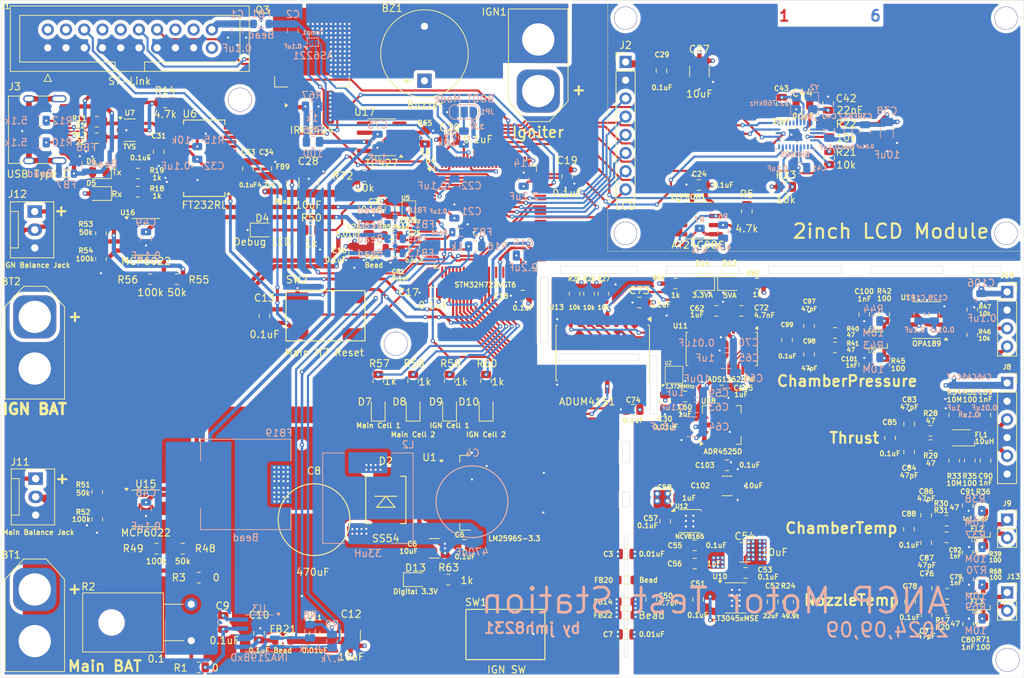
<source format=kicad_pcb>
(kicad_pcb (version 20240108) (generator "pcbnew") (generator_version "8.0")
  (title_block (title "Solid Rocket Motor Test Station") (date "2024-09-07") (rev "1.0"))
  (layers (0 "F.Cu" signal) (1 "In1.Cu" power) (2 "In2.Cu" power) (3 "In3.Cu" signal) (4 "In4.Cu" signal) (31 "B.Cu" signal) (34 "B.Paste" user) (35 "F.Paste" user) (36 "B.SilkS" user "B.Silkscreen") (37 "F.SilkS" user "F.Silkscreen") (38 "B.Mask" user) (39 "F.Mask" user) (44 "Edge.Cuts" user))
  (net 0 "")
  (net 1 "GND")
  (net 2 "Net-(BT1-+)")
  (net 3 "+BATT")
  (net 4 "+3.3V")
  (net 5 "Net-(U1-VIN)")
  (net 6 "Net-(U3-IN+)")
  (net 7 "Net-(U3-IN-)")
  (net 8 "Net-(U3-VS)")
  (net 9 "ST-Link_Reset")
  (net 10 "Net-(C14-Pad2)")
  (net 11 "Net-(C15-Pad2)")
  (net 12 "Net-(U4-VREF+)")
  (net 13 "Net-(U6-3V3OUT)")
  (net 14 "Net-(U6-VCC)")
  (net 15 "Net-(IMU1-VDD)")
  (net 16 "Net-(IMU1-CAP)")
  (net 17 "Net-(IMU1-XIN32)")
  (net 18 "Net-(IMU1-XOUT32{slash}CLKSEL1)")
  (net 19 "+5VA")
  (net 20 "Ref_N")
  (net 21 "+8V")
  (net 22 "Net-(U10-EN{slash}UV)")
  (net 23 "Net-(U10-SET)")
  (net 24 "+3.3VA")
  (net 25 "Net-(U11-BYPASS)")
  (net 26 "Net-(U11-REFOUT)")
  (net 27 "Net-(U11-CAPN)")
  (net 28 "Net-(U11-CAPP)")
  (net 29 "Ch1_P")
  (net 30 "Ch1_N")
  (net 31 "Ch2_P")
  (net 32 "Ch2_N")
  (net 33 "Net-(C89-Pad2)")
  (net 34 "Net-(C90-Pad2)")
  (net 35 "Net-(C91-Pad2)")
  (net 36 "Net-(C92-Pad2)")
  (net 37 "Ch3_P")
  (net 38 "Ch3_N")
  (net 39 "Net-(C100-Pad2)")
  (net 40 "Net-(C101-Pad2)")
  (net 41 "Ref_P")
  (net 42 "Net-(D2-K)")
  (net 43 "Net-(D4-A)")
  (net 44 "Net-(D5-K)")
  (net 45 "Net-(D6-K)")
  (net 46 "Net-(D7-A)")
  (net 47 "Net-(D8-A)")
  (net 48 "Net-(D9-A)")
  (net 49 "Net-(D10-A)")
  (net 50 "Net-(D12-A)")
  (net 51 "Net-(D13-A)")
  (net 52 "Net-(D14-A)")
  (net 53 "EEPROM_SCL")
  (net 54 "EEPROM_SDA")
  (net 55 "EEPROM_WP")
  (net 57 "Net-(U4-VSSA)")
  (net 58 "Net-(FB7-Pad2)")
  (net 59 "Net-(J3-SHIELD)")
  (net 60 "Main_Cell2_ADC")
  (net 61 "Net-(U15B--)")
  (net 62 "Main_Cell1_ADC")
  (net 63 "Net-(U15A--)")
  (net 64 "IGN_Cell1_ADC")
  (net 65 "Net-(U16A--)")
  (net 66 "Net-(U16B--)")
  (net 67 "IGN_Cell2_ADC")
  (net 68 "BNO085_RST")
  (net 69 "BNO085_CS")
  (net 70 "BNO085_INT")
  (net 71 "BNO085_MISO")
  (net 72 "BNO085_PS0")
  (net 74 "BNO085_MOSI")
  (net 76 "Net-(IMU1-BOOTN)")
  (net 77 "BNO085_SCK")
  (net 78 "ST-Link_SWDIO")
  (net 84 "ST-Link_SWCLK")
  (net 86 "AS6221_SCL")
  (net 87 "AS6221_SDA")
  (net 88 "Net-(J3-CC1)")
  (net 89 "USBVcc")
  (net 90 "d-")
  (net 91 "d+")
  (net 92 "Net-(J3-CC2)")
  (net 93 "loadCell_N")
  (net 94 "loadCell_P")
  (net 95 "thermocouple_N")
  (net 96 "thermocouple_P")
  (net 97 "pressureSensor_N")
  (net 98 "Net-(J10-Pin_3)")
  (net 99 "BAT2(7.4V)")
  (net 100 "BAT1(3.7V)")
  (net 101 "IGN_BAT2(7.4V)")
  (net 102 "IGN_BAT1(3.7V)")
  (net 103 "Net-(JP1-C)")
  (net 104 "BOOT0")
  (net 105 "Net-(R11-Pad2)")
  (net 106 "Net-(R13-Pad2)")
  (net 107 "Net-(U6-~{RESET})")
  (net 108 "IGN_SW")
  (net 109 "IGN_Signal")
  (net 110 "Net-(U6-CBUS0)")
  (net 111 "Net-(U6-CBUS1)")
  (net 112 "ADC_RESET")
  (net 113 "ADC_START")
  (net 114 "ADC_CS")
  (net 115 "LoadCell_P")
  (net 116 "LoadCell_N")
  (net 117 "Thermocouple_P")
  (net 118 "Thermocouple_N")
  (net 119 "PressureSensor_P")
  (net 120 "PressureSensor_N")
  (net 121 "pressureSensor_P")
  (net 122 "Net-(U14-+)")
  (net 123 "Net-(U15B-+)")
  (net 124 "Debug_LED")
  (net 125 "Net-(U15A-+)")
  (net 126 "Net-(U16A-+)")
  (net 127 "Net-(U16B-+)")
  (net 128 "M_Power_Cell1")
  (net 129 "M_Power_Cell2")
  (net 130 "I_Power_Cell1")
  (net 131 "I_Power_Cell2")
  (net 136 "BAT_SDA")
  (net 137 "BAT_SCL")
  (net 140 "Net-(Temp1-VDD)")
  (net 143 "ADC_SCLK")
  (net 146 "ADC_DRDY")
  (net 150 "LCD_CS")
  (net 153 "Main_Tx")
  (net 171 "ADC_MISO")
  (net 172 "MainMCU_12MHz")
  (net 173 "Main_Rx")
  (net 175 "ADC_MOSI")
  (net 183 "D+")
  (net 186 "D-")
  (net 201 "-BATT")
  (net 202 "Net-(Q3-G)")
  (net 203 "Net-(U17-OUT_A)")
  (net 206 "Net-(C79-Pad2)")
  (net 207 "Net-(C80-Pad2)")
  (net 208 "Ch4_P")
  (net 209 "Ch4_N")
  (net 210 "Thermocouple_P1")
  (net 211 "Thermocouple_N1")
  (net 212 "thermocouple_N1")
  (net 213 "thermocouple_P1")
  (net 214 "Net-(U4-VDDA)")
  (net 216 "adc_RESET")
  (net 217 "adc_START")
  (net 218 "adc_CS")
  (net 219 "adc_MOSI")
  (net 220 "adc_MISO")
  (net 221 "adc_SCLK")
  (net 222 "adc_DRDY")
  (net 226 "FET_TEMP_INT")
  (net 227 "LCD_DC")
  (net 228 "LCD_SCLK")
  (net 229 "LCD_MOSI")
  (net 233 "LCD_RST")
  (net 234 "LCD_BL")
  (net 236 "Net-(U11-XTAL1{slash}CLKIN)")
  (footprint "Capacitor_SMD:C_0805_2012Metric" (layer "F.Cu") (at 145.0848 96.735 180)
    (property "Reference" "C17")
    (property "Value" "0.1uF")
  )
  (footprint "Capacitor_SMD:C_0805_2012Metric" (layer "F.Cu") (at 205.193 106.773 -90)
    (property "Reference" "C101")
    (property "Value" "1nF")
  )
  (footprint "Capacitor_SMD:C_0805_2012Metric" (layer "F.Cu") (at 175.545 139.481 -90)
    (property "Reference" "C50")
    (property "Value" "4.7uF")
  )
  (footprint "Resistor_SMD:R_0805_2012Metric" (layer "F.Cu") (at 147.4318 109.054 -90)
    (property "Reference" "R59")
    (property "Value" "1k")
  )
  (footprint "Resistor_SMD:R_0805_2012Metric" (layer "F.Cu") (at 110.2575 132.416 180)
    (property "Reference" "R48")
    (property "Value" "50k")
  )
  (footprint "Capacitor_SMD:C_1210_3225Metric" (layer "F.Cu") (at 127.823 81.417 90)
    (property "Reference" "C28")
    (property "Value" "10uF")
  )
  (footprint "Resistor_SMD:R_0805_2012Metric" (layer "F.Cu") (at 98.345 124.5035 -90)
    (property "Reference" "R51")
    (property "Value" "50k")
  )
  (footprint "Package_SO:SOIC-8_3.9x4.9mm_P1.27mm" (layer "F.Cu") (at 105.12 126.801)
    (property "Reference" "U15")
    (property "Value" "MCP6022")
  )
  (footprint "Resistor_SMD:R_0805_2012Metric" (layer "F.Cu") (at 144.0066 75.0927 -90)
    (property "Reference" "R65")
    (property "Value" "1k")
  )
  (footprint "Resistor_SMD:R_0805_2012Metric" (layer "F.Cu") (at 219.895 120.1305 90)
    (property "Reference" "R35")
    (property "Value" "100")
  )
  (footprint "Connector_PinSocket_2.54mm:PinSocket_1x02_P2.54mm_Vertical" (layer "F.Cu") (at 225.095 138.528)
    (property "Reference" "J13")
    (property "Value" "NozzleTemp")
  )
  (footprint "Capacitor_SMD:C_0805_2012Metric" (layer "F.Cu") (at 194.4454 103.3232 -90)
    (property "Reference" "C99")
    (property "Value" "0.1uF")
  )
  (footprint "Capacitor_SMD:C_0805_2012Metric" (layer "F.Cu") (at 211.445 115.038 90)
    (property "Reference" "C83")
    (property "Value" "47pF")
  )
  (footprint "Connector_AMASS:AMASS_XT60-F_1x02_P7.20mm_Vertical" (layer "F.Cu") (at 89.645 100.106 -90)
    (property "Reference" "BT2")
    (property "Value" "IGN BAT")
  )
  (footprint "Inductor_SMD:L_0805_2012Metric" (layer "F.Cu") (at 172.0182 139.81)
    (property "Reference" "FB14")
    (property "Value" "Bead")
  )
  (footprint "LED_SMD:LED_0805_2012Metric" (layer "F.Cu") (at 147.4318 112.9425 90)
    (property "Reference" "D9")
    (property "Value" "IGN Cell 1")
  )
  (footprint "Capacitor_SMD:C_1210_3225Metric" (layer "F.Cu") (at 145.3022 132.3764 180)
    (property "Reference" "C6")
    (property "Value" "10uF")
  )
  (footprint "Capacitor_SMD:C_0805_2012Metric" (layer "F.Cu") (at 163.813 80.514 -90)
    (property "Reference" "C19")
    (property "Value" "0.1uF")
  )
  (footprint "Resistor_SMD:R_0805_2012Metric" (layer "F.Cu") (at 98.345 128.3285 -90)
    (property "Reference" "R52")
    (property "Value" "100k")
  )
  (footprint "Resistor_SMD:R_0805_2012Metric" (layer "F.Cu") (at 190.2543 95.465 180)
    (property "Reference" "R62")
    (property "Value" "1k")
  )
  (footprint "Capacitor_SMD:C_0805_2012Metric" (layer "F.Cu") (at 121.645 100.006 -90)
    (property "Reference" "C13")
    (property "Value" "0.1uF")
  )
  (footprint "Capacitor_SMD:C_0805_2012Metric" (layer "F.Cu") (at 193.7156 70.4612 -90)
    (property "Reference" "C43")
    (property "Value" "22pF")
  )
  (footprint "Capacitor_SMD:C_0805_2012Metric" (layer "F.Cu") (at 182.045 139.481 -90)
    (property "Reference" "C51")
    (property "Value" "0.1uF")
  )
  (footprint "Package_SO:MSOP-12-1EP_3x4mm_P0.65mm_EP1.65x2.85mm" (layer "F.Cu") (at 187.295 139.281)
    (property "Reference" "U10")
    (property "Value" "LT3045xMSE")
  )
  (footprint "Capacitor_SMD:C_0805_2012Metric" (layer "F.Cu") (at 222.065 113.778 -90)
    (property "Reference" "C89")
    (property "Value" "1nF")
  )
  (footprint "Resistor_SMD:R_0805_2012Metric" (layer "F.Cu") (at 98.87 88.4485 -90)
    (property "Reference" "R53")
    (property "Value" "50k")
  )
  (footprint "Capacitor_SMD:C_0805_2012Metric" (layer "F.Cu") (at 219.595 132.943 -90)
    (property "Reference" "C92")
    (property "Value" "1nF")
  )
  (footprint "PCB:SW_SMD_IT-1107" (layer "F.Cu") (at 131.245 97.456)
    (property "Reference" "SW2")
    (property "Value" "Main H7 Reset")
  )
  (footprint "Resistor_SMD:R_0805_2012Metric" (layer "F.Cu") (at 207.987 99.7645 -90)
    (property "Reference" "R42")
    (property "Value" "100")
  )
  (footprint "Capacitor_SMD:C_0805_2012Metric" (layer "F.Cu") (at 219.67 142.928 -90)
    (property "Reference" "C80")
    (property "Value" "1nF")
  )
  (footprint "Package_TO_SOT_SMD:SOT-23-6" (layer "F.Cu") (at 102.8802 74.0782)
    (property "Reference" "U7")
    (property "Value" "TVS")
  )
  (footprint "Resistor_SMD:R_0805_2012Metric" (layer "F.Cu") (at 152.5118 109.054 -90)
    (property "Reference" "R60")
    (property "Value" "1k")
  )
  (footprint "Capacitor_SMD:C_0805_2012Metric" (layer "F.Cu") (at 121.893 79.4478 90)
    (property "Reference" "C34")
    (property "Value" "4.7uF")
  )
  (footprint "Capacitor_SMD:C_0805_2012Metric" (layer "F.Cu") (at 192.4246 139.823 90)
    (property "Reference" "C52")
    (property "Value" "22uF")
  )
  (footprint "Package_SO:SOIC-8_3.9x4.9mm_P1.27mm" (layer "F.Cu") (at 137.9756 75.0654 180)
    (property "Reference" "U17")
    (property "Value" "TC427")
  )
  (footprint "Capacitor_SMD:C_0805_2012Metric" (layer "F.Cu") (at 128.645 144.256 90)
    (property "Reference" "C11")
    (property "Value" "0.01uF")
  )
  (footprint "Package_SO:SOIC-20W_7.5x12.8mm_P1.27mm" (layer "F.Cu") (at 168.761 105.14 -90)
    (property "Reference" "U13")
    (property "Value" "ADUM4151")
  )
  (footprint "LED_SMD:LED_0805_2012Metric" (layer "F.Cu") (at 137.4893 112.9425 90)
    (property "Reference" "D7")
    (property "Value" "Main Cell 1")
  )
  (footprint "Capacitor_SMD:C_0805_2012Metric" (layer "F.Cu") (at 177.4625 128.597 90)
    (property "Reference" "C57")
    (property "Value" "0.1uF")
  )
  (footprint "LED_SMD:LED_0805_2012Metric" (layer "F.Cu") (at 98.6475 82.914 180)
    (property "Reference" "D5")
    (property "Value" "Rx")
  )
  (footprint "Capacitor_SMD:C_0805_2012Metric" (layer "F.Cu") (at 106.9188 77.0906 -90)
    (property "Reference" "C31")
    (property "Value" "0.1uF")
  )
  (footprint "Resistor_SMD:R_0805_2012Metric" (layer "F.Cu") (at 112.4825 148.956 180)
    (property "Reference" "R1")
    (property "Value" "0")
  )
  (footprint "Capacitor_SMD:C_0805_2012Metric" (layer "F.Cu") (at 177.4782 111.9034 -90)
    (property "Reference" "C30")
    (property "Value" "0.01uF")
  )
  (footprint "Resistor_SMD:R_0805_2012Metric" (layer "F.Cu") (at 217.745 113.7655 90)
    (property "Reference" "R34")
    (property "Value" "10M")
  )
  (footprint "Capacitor_SMD:C_0805_2012Metric" (layer "F.Cu") (at 149.523 131.8764)
    (property "Reference" "C5")
    (property "Value" "0.1uF")
  )
  (footprint "Capacitor_SMD:C_0805_2012Metric" (layer "F.Cu") (at 140.479 91.616 -90)
    (property "Reference" "C81")
    (property "Value" "0.1uF")
  )
  (footprint "Connector_USB:USB_C_Receptacle_HRO_TYPE-C-31-M-12" (layer "F.Cu") (at 89.881 74.022 -90)
    (property "Reference" "J3")
    (property "Value" "USB Type C")
  )
  (footprint "Resistor_SMD:R_0805_2012Metric" (layer "F.Cu") (at 98.87 92.0235 -90)
    (property "Reference" "R54")
    (property "Value" "100k")
  )
  (footprint "Capacitor_SMD:C_0805_2012Metric" (layer "F.Cu") (at 185.326 110.37 180)
    (property "Reference" "C105")
    (property "Value" "1uF")
  )
  (footprint "Capacitor_SMD:C_0805_2012Metric" (layer "F.Cu") (at 188.6712 135.8002)
    (property "Reference" "C53")
    (property "Value" "0.1uF")
  )
  (footprint "Capacitor_SMD:C_0805_2012Metric" (layer "F.Cu") (at 219.595 126.418 90)
    (property "Reference" "C91")
    (property "Value" "1nF")
  )
  (footprint "Inductor_SMD:L_CommonModeChoke_TDK_ACM2520-2P" (layer "F.Cu") (at 206.597 103.329 180)
    (property "Reference" "FL4")
    (property "Value" "10uH")
  )
  (footprint "Resistor_SMD:R_0805_2012Metric" (layer "F.Cu") (at 98.3082 72.9098)
    (property "Reference" "R11")
    (property "Value" "22")
  )
  (footprint "Connector_PinSocket_2.54mm:PinSocket_1x02_P2.54mm_Vertical" (layer "F.Cu") (at 225.095 128.368)
    (property "Reference" "J9")
    (property "Value" "ChamberTemp")
  )
  (footprint "Resistor_SMD:R_0805_2012Metric" (layer "F.Cu") (at 216.67 130.843)
    (property "Reference" "R31")
    (property "Value" "47")
  )
  (footprint "Connector:FanPinHeader_1x03_P2.54mm_Vertical" (layer "F.Cu") (at 89.77 122.656 -90)
    (property "Reference" "J11")
    (property "Value" "Main Balance Jack")
  )
  (footprint "Resistor_SMD:R_0805_2012Metric" (layer "F.Cu") (at 103.9815 82.66 180)
    (property "Reference" "R18")
    (property "Value" "1k")
  )
  (footprint "Resistor_SMD:R_0805_2012Metric" (layer "F.Cu") (at 147.2493 136.7442 180)
    (property "Reference" "R63")
    (property "Value" "1k")
  )
  (footprint "Capacitor_SMD:C_0805_2012Metric" (layer "F.Cu") (at 120.895002 144.206 90)
    (property "Reference" "C10")
    (property "Value" "0.1uF")
  )
  (footprint "Capacitor_SMD:C_0805_2012Metric" (layer "F.Cu") (at 173.866 98.1)
    (property "Reference" "C73")
    (property "Value" "0.1uF")
  )
  (footprint "LED_SMD:LED_0805_2012Metric" (layer "F.Cu") (at 142.6843 136.74)
    (property "Reference" "D13")
    (property "Value" "Digital 3.3V")
  )
  (footprint "Resistor_SMD:R_0805_2012Metric" (layer "F.Cu") (at 135.5973 80.479)
    (property "Reference" "R72")
    (property "Value" "10k")
  )
  (footprint "Resistor_SMD:R_0805_2012Metric" (layer "F.Cu") (at 194.5996 139.823 -90)
    (property "Reference" "R24")
    (property "Value" "49.9k")
  )
  (footprint "Resistor_SMD:R_0805_2012Metric" (layer "F.Cu") (at 216.7325 138.693)
    (property "Reference" "R17")
    (property "Value" "47")
  )
  (footprint "Resistor_SMD:R_0805_2012Metric" (layer "F.Cu") (at 168.866 96.87 -90)
    (property "Reference" "R27")
    (property "Value" "10k")
  )
  (footprint "Resistor_SMD:R_0805_2012Metric" (layer "F.Cu") (at 200.3196 77.9625 90)
    (property "Reference" "R21")
    (property "Value" "10k")
  )
  (footprint "Capacitor_SMD:C_0805_2012Metric" (layer "F.Cu") (at 211.42 129.693 -90)
    (property "Reference" "C88")
    (property "Value" "0.1uF")
  )
  (footprint "Capacitor_SMD:C_0805_2012Metric" (layer "F.Cu") (at 196.6468 70.4968 180)
    (property "Reference" "C44")
    (property "Value" "0.1uF")
  )
  (footprint "Resistor_SMD:R_0805_2012Metric" (layer "F.Cu") (at 214.4325 115.988)
    (property "Reference" "R28")
    (property "Value" "47")
  )
  (footprint "LED_SMD:LED_0805_2012Metric" (layer "F.Cu") (at 142.3518 112.9425 90)
    (property "Reference" "D8")
    (property "Value" "Main Cell 2")
  )
  (footprint "Resistor_SMD:R_0805_2012Metric" (layer "F.Cu") (at 219.935 113.7705 -90)
    (property "Reference" "R32")
    (property "Value" "100")
  )
  (footprint "Package_SO:TSSOP-28_4.4x9.7mm_P0.65mm" (layer "F.Cu") (at 185.346 104.58 -90)
    (property "Reference" "U11")
    (property "Value" "ADS1262IPW")
  )
  (footprint "Inductor_SMD:L_CommonModeChoke_TDK_ACM2520-2P" (layer "F.Cu") (at 220.92 129.668 180)
    (property "Reference" "FL2")
    (property "Value" "10uH")
  )
  (footprint "Capacitor_SMD:C_0805_2012Metric" (layer "F.Cu") (at 119.353 79.4478 90)
    (property "Reference" "C33")
    (property "Value" "0.1uF")
  )
  (footprint "Inductor_SMD:L_0805_2012Metric" (layer "F.Cu") (at 124.179 81.5458 -90)
    (property "Reference" "FB9")
    (property "Value" "Bead")
  )
  (footprint "Capacitor_SMD:C_0805_2012Metric" (layer "F.Cu") (at 172.9944 113.0418)
    (property "Reference" "C74")
    (property "Value" "0.1uF")
  )
  (footprint "Buzzer_Beeper:Buzzer_12x9.5RM7.6" (layer "F.Cu") (at 143.9334 67.1968 90)
    (property "Reference" "BZ1")
    (property "Value" "Buzzer")
  )
  (footprint "Capacitor_SMD:C_0805_2012Metric" (layer "F.Cu") (at 222.085 120.148 90)
    (property "Reference" "C90")
    (property "Value" "1nF")
  )
  (footprint "Resistor_SMD:R_0805_2012Metric" (layer "F.Cu") (at 207.987 106.773 90)
    (property "Reference" "R45")
    (property "Value" "100")
  )
  (footprint "Capacitor_SMD:C_0805_2012Metric" (layer "F.Cu") (at 147.4538 75.3956)
    (property "Reference" "C20")
    (property "Value" "0.1uF")
  )
  (footprint "Capacitor_SMD:C_0805_2012Metric" (layer "F.Cu") (at 213.885 137.943 90)
    (property "Reference" "C76")
    (property "Value" "47pF")
  )
  (footprint "PCB:ECS-TXO-2016" (layer "F.Cu") (at 141.757 85.113 -90)
    (property "Reference" "U5")
    (property "Value" "12MHz")
  )
  (footprint "Package_LCC:Analog_LCC-8_5x5mm_P1.27mm" (layer "F.Cu") (at 185.346 115.17 90)
    (property "Reference" "U18")
    (property "Value" "ADR4525D")
  )
  (footprint "Capacitor_SMD:C_0805_2012Metric" (layer "F.Cu") (at 172.025 133.156 180)
    (property "Reference" "C3")
    (property "Value" "0.01uF")
  )
  (footprint "Package_TO_SOT_SMD:TO-263-2" (layer "F.Cu") (at 128.2586 63.2304 90)
    (property "Reference" "Q3")
    (property "Value" "IRF1404")
  )
  (footprint "Capacitor_SMD:C_0805_2012Metric" (layer "F.Cu") (at 181.5828 134.4992 180)
    (property "Reference" "C56")
    (property "Value" "1uF")
  )
  (footprint "Capacitor_SMD:C_0805_2012Metric" (layer "F.Cu") (at 197.4995 101.389 90)
    (property "Reference" "C97")
    (property "Value" "47pF")
  )
  (footprint "LED_SMD:LED_0805_2012Metric" (layer "F.Cu") (at 186.4693 95.465)
    (property "Reference" "D12")
    (property "Value" "5VA")
  )
  (footprint "Capacitor_SMD:C_0805_2012Metric" (layer "F.Cu") (at 157.6308 97.138 180)
    (property "Reference" "C18")
    (property "Value" "0.1uF")
  )
  (footprint "Resistor_SMD:R_0805_2012Metric" (layer "F.Cu") (at 188.8338 85.385 -90)
    (property "Reference" "R5")
    (property "Value" "4.7k")
  )
  (footprint "Capacitor_SMD:C_0805_2012Metric" (layer "F.Cu") (at 200.1672 70.3596 90)
    (property "Reference" "C42")
    (property "Value" "22pF")
  )
  (footprint "Resistor_SMD:R_0805_2012Metric" (layer "F.Cu") (at 105.7075 94.861 180)
    (property "Reference" "R56")
    (property "Value" "100k")
  )
  (footprint "Capacitor_SMD:C_0805_2012Metric" (layer "F.Cu") (at 213.885 141.663 90)
    (property "Reference" "C77")
    (property "Value" "47pF")
  )
  (footprint "Inductor_SMD:L_CommonModeChoke_TDK_ACM2520-2P" (layer "F.Cu") (at 218.755 116.968 180)
    (property "Reference" "FL1")
    (property "Value" "10uH")
  )
  (footprint "Package_DFN_QFN:DFN-8-1EP_3x3mm_P0.65mm_EP1.55x2.4mm" (layer "F.Cu") (at 180.885 128.571)
    (property "Reference" "U12")
    (property "Value" "NCV8165")
  )
  (footprint "Package_SO:SOIC-8_3.9x4.9mm_P1.27mm" (layer "F.Cu") (at 213.894 100.55 180)
    (property "Reference" "U14")
    (property "Value" "OPA189")
  )
  (footprint "Resistor_SMD:R_0805_2012Metric" (layer "F.Cu") (at 221.77 142.9055 90)
    (property "Reference" "R71")
    (property "Value" "100")
  )
  (footprint "Resistor_SMD:R_0805_2012Metric" (layer "F.Cu") (at 201.1255 104.373)
    (property "Reference" "R41")
    (property "Value" "47")
  )
  (footprint "Capacitor_SMD:C_1210_3225Metric" (layer "F.Cu") (at 186.0906 123.6788)
    (property "Reference" "C102")
    (property "Value" "10uF")
  )
  (footprint "Package_QFP:LQFP-100_14x14mm_P0.5mm" (layer "F.Cu") (at 152.417 86.216)
    (property "Reference" "U4")
    (property "Value" "STM32H723VGT6")
  )
  (footprint "Capacitor_SMD:C_1210_3225Metric" (layer "F.Cu") (at 182.2348 65.885 -90)
    (property "Reference" "C27")
    (property "Value" "10uF")
  )
  (footprint "Resistor_SMD:R_0805_2012Metric" (layer "F.Cu") (at 128.1835 87.994 180)
    (property "Reference" "R50")
    (property "Value" "1k")
  )
  (footprint "Resistor_SMD:R_0805_2012Metric" (layer "F.Cu") (at 220.244 99.0915 -90)
    (property "Reference" "R47")
    (property "Value" "10k")
  )
  (footprint "Resistor_SMD:R_0805_2012Metric" (layer "F.Cu") (at 137.4893 109.054 -90)
    (property "Reference" "R57")
    (property "Value" "1k")
  )
  (footprint "Resistor_SMD:R_0805_2012Metric" (layer "F.Cu") (at 164.846 96.8725 -90)
    (property "Reference" "R25")
    (property "Value" "10k")
  )
  (footprint "Capacitor_SMD:C_0805_2012Metric" (layer "F.Cu") (at 115.895 142.706 90)
    (property "Reference" "C9")
    (property "Value" "0.1uF")
  )
  (footprint "Capacitor_SMD:C_0805_2012Metric" (layer "F.Cu") (at 181.5828 131.9592)
    (property "Reference" "C55")
    (property "Value" "0.1uF")
  )
  (footprint "Resistor_SMD:R_0805_2012Metric" (layer "F.Cu") (at 104.0065 80.12 180)
    (property "Reference" "R19")
    (property "Value" "1k")
  )
  (footprint "Capacitor_SMD:C_0805_2012Metric" (layer "F.Cu") (at 188.076 99.27 180)
    (property "Reference" "C72")
    (property "Value" "4.7nF")
  )
  (footprint "Resistor_SMD:R_0805_2012Metric" (layer "F.Cu") (at 201.1255 102.341)
    (property "Reference" "R40")
    (property "Value" "47")
  )
  (footprint "Capacitor_SMD:C_1210_3225Metric" (layer "F.Cu") (at 133.645 144.481 90)
    (property "Reference" "C12")
    (property "Value" "10uF")
  )
  (footprint "Package_SO:SOIC-8_3.9x4.9mm_P1.27mm" (layer "F.Cu") (at 105.145 88.956)
    (property "Reference" "U16")
    (property "Value" "MCP6022")
  )
  (footprint "Capacitor_SMD:C_0805_2012Metric" (layer "F.Cu") (at 213.82 131.593 90)
    (property "Reference" "C87")
    (property "Value" "47pF")
  )
  (footprint "Capacitor_SMD:C_1210_3225Metric" (layer "F.Cu") (at 188.57 132.931 180)
    (property "Reference" "C54")
    (property "Value" "10uF")
  )
  (footprint "Capacitor_SMD:C_0805_2012Metric" (layer "F.Cu") (at 211.585 139.803 -90)
    (property "Reference" "C78")
    (property "Value" "0.1uF")
  )
  (footprint "Resistor_SMD:R_0805_2012Metric" (layer "F.Cu") (at 220.244 102.6005 -90)
    (property "Reference" "R46")
    (property "Value" "10k")
  )
  (footprint "Capacitor_SMD:C_0805_2012Metric" (layer "F.Cu") (at 219.67 136.678 90)
    (property "Reference" "C79")
    (property "Value" "1nF")
  )
  (footprint "Package_SO:SOIC-8_3.9x4.9mm_P1.27mm" (layer "F.Cu") (at 182.0408 86.6785)
    (property "Reference" "EEPROM1")
    (property "Value" "AT24C08C")
  )
  (footprint "Inductor_SMD:L_0805_2012Metric" (layer "F.Cu") (at 139.4165 88.756)
    (property "Reference" "FB5")
    (property "Value" "Bead")
  )
  (footprint "Package_SO:SSOP-28_5.3x10.2mm_P0.65mm" (layer "F.Cu") (at 113.257 77.9898 180)
    (property "Reference" "U6")
    (property "Value" "FT232RL")
  )
  (footprint "LED_SMD:LED_0805_2012Metric" (layer "F.Cu") (at 152.5118 112.9425 90)
    (property "Reference" "D10")
    (property "Value" "IGN Cell 2")
  )
  (footprint "Capacitor_SMD:C_0805_2012Metric" (layer "F.Cu") (at 134.129 91.23 -90)
    (property "Reference" "C16")
    (property "Value" "0.1uF")
  )
  (footprint "Capacitor_SMD:C_0805_2012Metric" (layer "F.Cu") (at 211.445 118.938 90)
    (property "Reference" "C84")
    (property "Value" "47pF")
  )
  (footprint "Capacitor_SMD:C_0805_2012Metric" (layer "F.Cu") (at 205.193 99.7645 90)
    (property "Reference" "C100")
    (property "Value" "1nF")
  )
  (footprint "Resistor_SMD:R_0805_2012Metric" (layer "F.Cu") (at 194.2725 81.9776 180)
    (property "Reference" "R23")
    (property "Value" "10k")
  )
  (footprint "Connector_AMASS:AMASS_XT60-M_1x02_P7.20mm_Vertical" (layer "F.Cu") (at 159.783 68.6324 90)
    (property "Reference" "IGN1")
    (property "Value" "Igniter")
  )
  (footprint "Resistor_SMD:R_0805_2012Metric" (layer "F.Cu") (at 112.4825 136.456)
    (property "Reference" "R3")
    (property "Value" "0")
  )
  (footprint "LED_SMD:LED_0805_2012Metric" (layer "F.Cu") (at 182.6593 95.465 180)
    (property "Reference" "D14")
    (property "Value" "3.3VA")
  )
  (footprint "Resistor_SMD:R_0805_2012Metric" (layer "F.Cu") (at 221.77 126.4055 -90)
    (property "Reference" "R36")
    (property "Value" "100")
  )
  (footprint "Capacitor_SMD:C_0805_2012Metric" (layer "F.Cu") (at 213.82 127.768 90)
    (property "Reference" "C86")
    (property "Value" "47pF")
  )
  (footprint "Resistor_SMD:R_0805_2012Metric" (layer "F.Cu") (at 214.4325 117.988)
    (property "Reference" "R29")
    (property "Value" "47")
  )
  (footprint "Capacitor_SMD:C_0805_2012Metric" (layer "F.Cu") (at 180.236 111.2024)
    (property "Reference" "C60")
    (property "Value" "1uF")
  )
  (footprint "Resistor_SMD:R_0805_2012Metric" (layer "F.Cu") (at 166.856 96.8725 -90)
    (property "Reference" "R26")
    (property "Value" "10k")
  )
  (footprint "Connector_PinSocket_2.54mm:PinSocket_1x04_P2.54mm_Vertical" (layer "F.Cu") (at 225.095 96.618)
    (property "Reference" "J10")
    (property "Value" "ChamberPressure")
  )
  (footprint "Resistor_SMD:R_0805_2012Metric" (layer "F.Cu") (at 107.8165 70.214)
    (property "Reference" "R14")
    (property "Value" "4.7k")
  )
  (footprint "Connector:FanPinHeader_1x03_P2.54mm_Vertical" (layer "F.Cu") (at 89.645 85.416 -90)
    (property "Reference" "J12")
    (property "Value" "IGN Balance Jack")
  )
  (footprint "Capacitor_SMD:C_0805_2012Metric" (layer "F.Cu") (at 136.161 87.552 -90)
    (property "Reference" "C26")
    (property "Value" "0.01uF")
  )
  (footprint "Resistor_SMD:R_0805_2012Metric" (layer "F.Cu") (at 216.67 128.518)
    (property "Reference" "R30")
    (property "Value" "47")
  )
  (footprint "Resistor_SMD:R_0805_2012Metric" (layer "F.Cu") (at 142.3518 109.054 -90)
    (property "Reference" "R58")
    (property "Value" "1k")
  )
  (footprint "Capacitor_SMD:C_0805_2012Metric" (layer "F.Cu") (at 142.511 90.346 90)
    (property "Reference" "C25")
    (property "Value" "0.01uF")
  )
  (footprint "Capacitor_SMD:C_0805_2012Metric" (layer "F.Cu") (at 178.1585 125.361)
    (property "Reference" "C58")
    (property "Value" "1uF")
  )
  (footprint "Resistor_SMD:R_0805_2012Metric" (layer "F.Cu") (at 178.9043 95.465)
    (property "Reference" "R64")
    (property "Value" "1k")
  )
  (footprint "Resistor_SMD:R_0805_2012Metric" (layer "F.Cu") (at 109.4575 94.861 180)
    (property "Reference" "R55")
    (property "Value" "50k")
  )
  (footprint "Resistor_SMD:R_0805_2012Metric" (layer "F.Cu") (at 221.77 136.7005 -90)
    (property "Reference" "R68")
    (property "Value" "100")
  )
  (footprint "LED_SMD:LED_0805_2012Metric" (layer "F.Cu") (at 98.6475 79.874 180)
    (property "Reference" "D6")
    (property "Value" "Tx")
  )
  (footprint "Inductor_SMD:L_0805_2012Metric" (layer "F.Cu") (at 172.0147 136.7908)
    (property "Reference" "FB20")
    (property "Value" "Bead")
  )
  (footprint "Connector_PinSocket_2.54mm:PinSocket_1x06_P2.54mm_Vertical" (layer "F.Cu") (at 225.095 109.318)
    (property "Reference" "J8")
    (property "Value" "Thrust")
  )
  (footprint "Resistor_SMD:R_0805_2012Metric" (layer "F.Cu") (at 98.3082 75.1958)
    (property "Reference" "R13")
    (property "Value" "22")
  )
  (footprint "Resistor_SMD:R_0805_2012Metric" (layer "F.Cu") (at 216.735 140.933)
    (property "Reference" "R20")
    (property "Value" "47")
  )
  (footprint "PCB:SS54" (layer "F.Cu") (at 138.5522 125.8764 -90)
    (property "Reference" "D2")
    (property "Value" "SS54")
  )
  (footprint "Package_TO_SOT_SMD:TO-263-5_TabPin3" (layer "F.Cu") (at 153.6772 124.6264)
    (property "Reference" "U1")
    (property "Value" "LM2596S-3.3")
  )
  (footprint "PCB:ASDMB-OSC" (layer "F.Cu") (at 178.3266 108.0936)
    (property "Reference" "U2")
    (property "Value" "7.3728MHz")
  )
  (footprint "LED_SMD:LED_0805_2012Metric" (layer "F.Cu") (at 121.3505 87.994)
    (property "Reference" "D4")
    (property "Value" "Debug LED")
  )
  (footprint "Capacitor_SMD:C_0805_2012Metric" (layer "F.Cu") (at 139.209 85.012 -90)
    (property "Reference" "C23")
    (property "Value" "0.1uF")
  )
  (footprint "PCB:SW_SMD_IT-1107" (layer "F.Cu") (at 154.111 146.882 180)
    (property "Reference" "SW1")
    (property "Value" "IGN SW")
  )
  (footprint "Inductor_SMD:L_CommonModeChoke_TDK_ACM2520-2P" (layer "F.Cu") (at 220.92 139.803 180)
    (property "Reference" "FL3")
    (property "Value" "10uH")
  )
  (footprint "Package_TO_SOT_THT:TO-126-2_Horizontal_TabDown" (layer "F.Cu") (at 111.445 145.246 90)
    (property "Reference" "R2")
    (property "Value" "0.1")
  )
  (footprint "Resistor_SMD:R_0805_2012Metric" (layer "F.Cu") (at 221.77 132.9305 90)
    (property "Reference" "R39")
    (property "Value" "100")
  )
  (footprint "Resistor_SMD:R_0805_2012Metric" (layer "F.Cu") (at 217.725 120.1355 -90)
    (property "Reference" "R33")
    (property "Value" "10M")
  )
  (footprint "Capacitor_SMD:C_0805_2012Metric" (layer "F.Cu") (at 172.025 144.36 180)
    (property "Reference" "C7")
    (property "Value" "0.01uF")
  )
  (footprint "Inductor_SMD:L_0805_2012Metric" (layer "F.Cu") (at 172.019 141.6676)
    (property "Reference" "FB22")
    (property "Value" "Bead")
  )
  (footprint "Connector_PinHeader_2.54mm:PinHeader_1x08_P2.54mm_Vertical" (layer "F.Cu") (at 171.9478 64.566)
    (property "Reference" "J2")
    (property "Value" "LCD")
  )
  (footprint "Capacitor_SMD:C_0805_2012Metric" (layer "F.Cu") (at 182.1638 81.7255 180)
    (property "Reference" "C24")
    (property "Value" "0.1uF")
  )
  (footprint "Resistor_SMD:R_0805_2012Metric" (layer "F.Cu") (at 106.595 132.416 180)
    (property "Reference" "R49")
    (property "Value" "100k")
  )
  (footprint "Inductor_SMD:L_0805_2012Metric" (layer "F.Cu") (at 137.4775 90.534 180)
    (property "Reference" "FB4")
    (property "Value" "Bead")
  )
  (footprint "Inductor_SMD:L_0805_2012Metric" (layer "F.Cu") (at 124.2075 145.206)
    (property "Reference" "FB21")
    (property "Value" "Bead")
  )
  (footprint "Capacitor_SMD:C_0805_2012Metric" (layer "F.Cu") (at 184.606 99.27 180)
    (property "Reference" "C62")
    (property "Value" "1uF")
  )
  (footprint "Capacitor_SMD:C_0805_2012Metric" (layer "F.Cu") (at 197.5095 105.319 90)
    (property "Reference" "C98")
    (property "Value" "47pF")
  )
  (footprint "Resistor_SMD:R_0805_2012Metric" (layer "F.Cu") (at 200.3196 74.1017 90)
    (property "Reference" "R22")
    (property "Value" "10k")
  )
  (footprint "Connector_AMASS:AMASS_XT60-F_1x02_P7.20mm_Vertical" (layer "F.Cu") (at 89.645 138.106 -90)
    (property "Reference" "BT1")
    (property "Value" "Main BAT")
  )
  (footprint "Capacitor_SMD:C_0805_2012Metric" (layer "F.Cu") (at 208.795 116.963 -90)
    (property "Reference" "C85")
    (property "Value" "0.1uF")
  )
  (footprint "Capacitor_SMD:C_0805_2012Metric" (layer "F.Cu") (at 186.0706 120.7888)
    (property "Reference" "C103")
    (property "Value" "0.1uF")
  )
  (footprint "Capacitor_SMD:C_0805_2012Metric" (layer "F.Cu") (at 176.9516 65.7968 -90)
    (property "Reference" "C29")
    (property "Value" "0.1uF")
  )
  (footprint "Connector_IDC:IDC-Header_2x10_P2.54mm_Vertical" (layer "F.Cu") (at 91.457 62.594 90)
    (property "Reference" "J1")
    (property "Value" "ST-Link")
  )
  (footprint "PCB:MVG25WV470M" (layer "F.Cu") (at 128.1242 128.2824 -90)
    (property "Reference" "C8")
    (property "Value" "470uF")
  )
  (footprint "Capacitor_SMD:C_0805_2012Metric" (layer "B.Cu") (at 105.145 89.206 90)
    (property "Reference" "C49")
    (property "Value" "0.1uF")
  )
  (footprint "Capacitor_SMD:C_0805_2012Metric" (layer "B.Cu") (at 186.006 103.7 180)
    (property "Reference" "C70")
    (property "Value" "0.01uF")
  )
  (footprint "Package_CSP:WLCSP-6_1.4x1.0mm_P0.4mm" (layer "B.Cu") (at 128.3818 61.81)
    (property "Reference" "Temp1")
    (property "Value" "AS6221")
  )
  (footprint "Resistor_SMD:R_0805_2012Metric" (layer "B.Cu") (at 128.3982 75.7004 180)
    (property "Reference" "R66")
    (property "Value" "100")
  )
  (footprint "Capacitor_SMD:C_0805_2012Metric" (layer "B.Cu") (at 217.695 110.598 -90)
    (property "Reference" "C47")
    (property "Value" "1uF")
  )
  (footprint "Capacitor_SMD:C_0805_2012Metric" (layer "B.Cu") (at 212.878 99.722 -90)
    (property "Reference" "C127")
    (property "Value" "0.1uF")
  )
  (footprint "Inductor_SMD:L_0805_2012Metric" (layer "B.Cu") (at 202.9612 74.3025 -90)
    (property "Reference" "FB12")
    (property "Value" "Bead")
  )
  (footprint "Capacitor_SMD:C_0805_2012Metric" (layer "B.Cu") (at 137.3982 75.5868 90)
    (property "Reference" "C75")
    (property "Value" "1uF")
  )
  (footprint "Capacitor_SMD:C_0805_2012Metric" (layer "B.Cu") (at 181.826 110.6 180)
    (property "Reference" "C59")
    (property "Value" "1uF")
  )
  (footprint "Resistor_SMD:R_0805_2012Metric" (layer "B.Cu") (at 131.0478 145.2935 -90)
    (property "Reference" "R9")
    (property "Value" "4.7k")
  )
  (footprint "Inductor_SMD:L_0805_2012Metric" (layer "B.Cu") (at 94.0435 80.12)
    (property "Reference" "FB7")
    (property "Value" "Bead")
  )
  (footprint "Capacitor_SMD:C_1210_3225Metric" (layer "B.Cu") (at 181.221 115.42 180)
    (property "Reference" "C64")
    (property "Value" "10uF")
  )
  (footprint "Resistor_SMD:R_0805_2012Metric" (layer "B.Cu") (at 149.417 75.1285 -90)
    (property "Reference" "R4")
    (property "Value" "10k")
  )
  (footprint "Capacitor_SMD:C_0805_2012Metric" (layer "B.Cu") (at 221.514 97.812 -90)
    (property "Reference" "C106")
    (property "Value" "0.1uF")
  )
  (footprint "Resistor_SMD:R_0805_2012Metric" (layer "B.Cu") (at 182.2738 88.665 90)
    (property "Reference" "R7")
    (property "Value" "4.7k")
  )
  (footprint "Capacitor_SMD:C_0805_2012Metric" (layer "B.Cu") (at 148.099 85.388 90)
    (property "Reference" "C21")
    (property "Value" "0.1uF")
  )
  (footprint "Resistor_SMD:R_0805_2012Metric" (layer "B.Cu") (at 90.3375 72.752 180)
    (property "Reference" "R12")
    (property "Value" "5.1k")
  )
  (footprint "Resistor_SMD:R_0805_2012Metric" (layer "B.Cu") (at 90.3375 75.8 180)
    (property "Reference" "R10")
    (property "Value" "5.1k")
  )
  (footprint "Capacitor_SMD:C_0805_2012Metric" (layer "B.Cu") (at 219.815 110.598 -90)
    (property "Reference" "C45")
    (property "Value" "0.1uF")
  )
  (footprint "Resistor_SMD:R_0805_2012Metric" (layer "B.Cu") (at 206.463 105.757 180)
    (property "Reference" "R43")
    (property "Value" "10M")
  )
  (footprint "Inductor_SMD:L_0805_2012Metric" (layer "B.Cu") (at 139.8545 89.216)
    (property "Reference" "FB15")
    (property "Value" "Bead")
  )
  (footprint "Inductor_SMD:L_0805_2012Metric" (layer "B.Cu") (at 139.8545 85.216)
    (property "Reference" "FB16")
    (property "Value" "Bead")
  )
  (footprint "Capacitor_SMD:C_0805_2012Metric" (layer "B.Cu") (at 105.145 126.906 90)
    (property "Reference" "C48")
    (property "Value" "0.1uF")
  )
  (footprint "Inductor_SMD:L_0805_2012Metric" (layer "B.Cu") (at 121.1893 59.27)
    (property "Reference" "FB1")
    (property "Value" "Bead")
  )
  (footprint "Capacitor_SMD:C_0805_2012Metric" (layer "B.Cu") (at 148.099 81.832 -90)
    (property "Reference" "C22")
    (property "Value" "0.1uF")
  )
  (footprint "Package_LGA:LGA-28_5.2x3.8mm_P0.5mm" (layer "B.Cu") (at 195.5912 74.7423 180)
    (property "Reference" "IMU1")
    (property "Value" "BNO085")
  )
  (footprint "Capacitor_SMD:C_0805_2012Metric" (layer "B.Cu") (at 205.298 74.2712 90)
    (property "Reference" "C39")
    (property "Value" "0.01uF")
  )
  (footprint "Capacitor_SMD:C_0805_2012Metric" (layer "B.Cu") (at 181.816 112.71 180)
    (property "Reference" "C63")
    (property "Value" "0.1uF")
  )
  (footprint "Capacitor_SMD:C_1206_3216Metric" (layer "B.Cu") (at 208.346 74.4066 -90)
    (property "Reference" "C38")
    (property "Value" "10uF")
  )
  (footprint "PCB:MVG25WV470M" (layer "B.Cu") (at 150.1242 125.9704 90)
    (property "Reference" "C4")
    (property "Value" "470uF")
  )
  (footprint "Capacitor_SMD:C_1210_3225Metric" (layer "B.Cu") (at 185.96 108.6674 180)
    (property "Reference" "C61")
    (property "Value" "10uF")
  )
  (footprint "Capacitor_SMD:C_0805_2012Metric" (layer "B.Cu") (at 112.285 79.0738 -90)
    (property "Reference" "C32")
    (property "Value" "0.1uF")
  )
  (footprint "Capacitor_SMD:C_0805_2012Metric" (layer "B.Cu") (at 186.006 105.83 180)
    (property "Reference" "C65")
    (property "Value" "1uF")
  )
  (footprint "Capacitor_SMD:C_0805_2012Metric" (layer "B.Cu") (at 157.685 91.55 180)
    (property "Reference" "C15")
    (property "Value" "2.2uF")
  )
  (footprint "PCB:XC32M4" (layer "B.Cu") (at 196.9336 70.2808)
    (property "Reference" "Y2")
    (property "Value" "32.768kHz")
  )
  (footprint "Resistor_SMD:R_0805_2012Metric" (layer "B.Cu") (at 128.2605 70.7728)
    (property "Reference" "R67")
    (property "Value" "1k")
  )
  (footprint "Capacitor_SMD:C_0805_2012Metric" (layer "B.Cu") (at 125.5878 60.22 -90)
    (property "Reference" "C2")
    (property "Value" "0.1uF")
  )
  (footprint "Package_SO:SOIC-8_3.9x4.9mm_P1.27mm" (layer "B.Cu") (at 120.895002 144.206 180)
    (property "Reference" "U3")
    (property "Value" "INA219BxD")
  )
  (footprint "Resistor_SMD:R_0805_2012Metric" (layer "B.Cu") (at 127.9978 143.9185 -90)
    (property "Reference" "R8")
    (property "Value" "4.7k")
  )
  (footprint "Resistor_SMD:R_0805_2012Metric" (layer "B.Cu") (at 220.7075 142.173 180)
    (property "Reference" "R69")
    (property "Value" "10M")
  )
  (footprint "Inductor_SMD:L_0805_2012Metric" (layer "B.Cu") (at 96.791 78.8035 90)
    (property "Reference" "FB8")
    (property "Value" "Bead")
  )
  (footprint "Resistor_SMD:R_0805_2012Metric" (layer "B.Cu") (at 112.285 75.4518 90)
    (property "Reference" "R15")
    (property "Value" "10k")
  )
  (footprint "Resistor_SMD:R_0805_2012Metric" (layer "B.Cu") (at 206.463 100.677 180)
    (property "Reference" "R44")
    (property "Value" "10M")
  )
  (footprint "Resistor_SMD:R_0805_2012Metric" (layer "B.Cu") (at 220.705 137.433 180)
    (property "Reference" "R70")
    (property "Value" "10M")
  )
  (footprint "Inductor_SMD:L_0805_2012Metric" (layer "B.Cu") (at 148.8743 88.31)
    (property "Reference" "FB3")
    (property "Value" "Bead")
  )
  (footprint "Inductor_SMD:L_0805_2012Metric" (layer "B.Cu") (at 139.8545 91.216)
    (property "Reference" "FB13")
    (property "Value" "Bead")
  )
  (footprint "Inductor_SMD:L_0805_2012Metric" (layer "B.Cu") (at 139.8545 87.216)
    (property "Reference" "FB17")
    (property "Value" "Bead")
  )
  (footprint "Capacitor_SMD:C_0805_2012Metric" (layer "B.Cu") (at 200.3196 74.2712 90)
    (property "Reference" "C40")
    (property "Value" "0.1uF")
  )
  (footprint "Capacitor_SMD:C_0805_2012Metric" (layer "B.Cu") (at 214.91 99.722 -90)
    (property "Reference" "C128")
    (property "Value" "0.01uF")
  )
  (footprint "Jumper:SolderJumper-3_P1.3mm_Open_RoundedPad1.0x1.5mm" (layer "B.Cu") (at 149.467 71.541 180)
    (property "Reference" "JP1")
    (property "Value" "BOOT Mode")
  )
  (footprint "Capacitor_SMD:C_0805_2012Metric" (layer "B.Cu") (at 157.751 80.948 -90)
    (property "Reference" "C14")
    (property "Value" "2.2uF")
  )
  (footprint "Capacitor_SMD:C_0805_2012Metric" (layer "B.Cu") (at 221.915 110.598 -90)
    (property "Reference" "C46")
    (property "Value" "0.01uF")
  )
  (footprint "Inductor_SMD:L_12x12mm_H8mm" (layer "B.Cu") (at 136.0522 125.3764 -90)
    (property "Reference" "L2")
    (property "Value" "33uH")
  )
  (footprint "Resistor_SMD:R_0805_2012Metric" (layer "B.Cu") (at 220.6575 127.143 180)
    (property "Reference" "R38")
    (property "Value" "10M")
  )
  (footprint "Inductor_SMD:L_12x12mm_H8mm" (layer "B.Cu") (at 119.0304 123.4622)
    (property "Reference" "FB19")
    (property "Value" "Bead")
  )
  (footprint "Resistor_SMD:R_0805_2012Metric" (layer "B.Cu") (at 185.5318 88.226 90)
    (property "Reference" "R6")
    (property "Value" "4.7k")
  )
  (footprint "Capacitor_SMD:C_0805_2012Metric" (layer "B.Cu") (at 117.8408 60.22 90)
    (property "Reference" "C1")
    (property "Value" "0.1uF")
  )
  (footprint "Capacitor_SMD:C_0805_2012Metric" (layer "B.Cu") (at 196.2386 79.3558)
    (property "Reference" "C41")
    (property "Value" "0.1uF")
  )
  (footprint "Resistor_SMD:R_0805_2012Metric" (layer "B.Cu") (at 150.9965 90.28 180)
    (property "Reference" "R16")
    (property "Value" "1k")
  )
  (footprint "Resistor_SMD:R_0805_2012Metric" (layer "B.Cu") (at 220.7075 132.193 180)
    (property "Reference" "R37")
    (property "Value" "10M")
  )
  (gr_rect (start 169.4478 55.956) (end 227.4478 90.956) (stroke (width 0.05)) (fill none) (layer "F.SilkS"))
  (gr_rect (start 177.607 93.052) (end 187.767 94.068) (stroke (width 0.05)) (fill none) (layer "Edge.Cuts"))
  (gr_rect (start 171.7598 130.644) (end 172.2678 147.408) (stroke (width 0.05)) (fill none) (layer "Edge.Cuts"))
  (gr_rect (start 191.831 93.052) (end 201.991 94.068) (stroke (width 0.05)) (fill none) (layer "Edge.Cuts"))
  (gr_rect (start 220.279 93.052) (end 224.343 94.068) (stroke (width 0.05)) (fill none) (layer "Edge.Cuts"))
  (gr_rect (start 171.511 124.548) (end 172.527 126.58) (stroke (width 0.05)) (fill none) (layer "Edge.Cuts"))
  (gr_rect (start 175.321 105.498) (end 176.337 113.626) (stroke (width 0.05)) (fill none) (layer "Edge.Cuts"))
  (gr_rect (start 84.9478 55.956) (end 227.4478 150.456) (stroke (width 0.05)) (fill none) (layer "Edge.Cuts"))
  (gr_rect (start 206.055 93.052) (end 216.215 94.068) (stroke (width 0.05)) (fill none) (layer "Edge.Cuts"))
  (gr_rect (start 160.081 94.576) (end 161.097 103.72) (stroke (width 0.05)) (fill none) (layer "Edge.Cuts"))
  (gr_rect (start 171.511 117.436) (end 172.527 120.484) (stroke (width 0.05)) (fill none) (layer "Edge.Cuts"))
  (gr_rect (start 162.621 105.244) (end 173.797 106.26) (stroke (width 0.05)) (fill none) (layer "Edge.Cuts"))
  (gr_rect (start 162.875 93.052) (end 173.543 94.068) (stroke (width 0.05)) (fill none) (layer "Edge.Cuts"))
  (gr_text "1" (at 193.1578 59.016 0) (layer "F.Cu") (effects (font (size 1.5 1.5) (thickness 0.3) (bold yes)) (justify left bottom)))
  (gr_text "6" (at 205.8578 59.016 0) (layer "B.Cu") (effects (font (size 1.5 1.5) (thickness 0.3) (bold yes)) (justify left bottom)))
  (gr_text "3.3V" (at 152.3576 73.971 0) (layer "B.SilkS") (effects (font (size 0.6 0.6) (thickness 0.15) (bold yes)) (justify left bottom mirror)))
  (gr_text "ANCP Motor Test Station" (at 217.2058 141.726 0) (layer "B.SilkS") (effects (font (size 3.5 3.5) (thickness 0.4)) (justify left bottom mirror)))
  (gr_text "by jmh8231" (at 165.8558 144.376 0) (layer "B.SilkS") (effects (font (size 1.5 1.5) (thickness 0.3) (bold yes)) (justify left bottom mirror)))
  (gr_text "2024,09,09" (at 217.1558 144.926 0) (layer "B.SilkS") (effects (font (size 2 2) (thickness 0.3) (bold yes)) (justify left bottom mirror)))
  (gr_text "2inch LCD Module" (at 195.055 89.338 0) (layer "F.SilkS") (effects (font (size 2 2) (thickness 0.3)) (justify left bottom)))
  (gr_text "+" (at 96.376 100.895 0) (layer "F.SilkS") (effects (font (size 1.5 1.5) (thickness 0.3) (bold yes)) (justify left bottom mirror)))
  (gr_text "+" (at 94.471 86.163 0) (layer "F.SilkS") (effects (font (size 1.5 1.5) (thickness 0.3) (bold yes)) (justify left bottom mirror)))
  (gr_text "+" (at 96.325 138.868 0) (layer "F.SilkS") (effects (font (size 1.5 1.5) (thickness 0.3) (bold yes)) (justify left bottom mirror)))
  (gr_text "+" (at 166.5562 69.2974 0) (layer "F.SilkS") (effects (font (size 1.5 1.5) (thickness 0.3) (bold yes)) (justify left bottom mirror)))
  (gr_text "+" (at 94.598 123.501 0) (layer "F.SilkS") (effects (font (size 1.5 1.5) (thickness 0.3) (bold yes)) (justify left bottom mirror)))
  (via (at 171.9478 58.456) (size 3.2) (drill 3.1) (layers "F.Cu" "B.Cu") (net 0))
  (via (at 118.2278 69.811) (size 3.3) (drill 3.2) (layers "F.Cu" "B.Cu") (net 0))
  (via (at 224.9478 58.456) (size 3.2) (drill 3.1) (layers "F.Cu" "B.Cu") (net 0))
  (via (at 171.9478 88.456) (size 3.2) (drill 3.1) (layers "F.Cu" "B.Cu") (net 0))
  (via (at 225.1618 147.916) (size 3.3) (drill 3.2) (layers "F.Cu" "B.Cu") (net 0))
  (via (at 139.9448 103.847) (size 3.3) (drill 3.2) (layers "F.Cu" "B.Cu") (net 0))
  (via (at 224.9478 88.456) (size 3.2) (drill 3.1) (layers "F.Cu" "B.Cu") (net 0))
  (segment (start 126.245 97.456) (end 126.245 96.1088) (width 0.6) (layer "F.Cu") (net 1))
  (segment (start 182.2348 67.36) (end 182.2348 68.3582) (width 0.6) (layer "F.Cu") (net 1))
  (segment (start 148.4038 74.72) (end 148.0922 74.4084) (width 0.6) (layer "F.Cu") (net 1))
  (segment (start 140.4506 74.4304) (end 139.475601 74.4304) (width 0.5) (layer "F.Cu") (net 1))
  (segment (start 129.757 79.942) (end 129.855 79.844) (width 0.6) (layer "F.Cu") (net 1))
  (segment (start 98.88 128.706) (end 98.345 129.241) (width 0.6) (layer "F.Cu") (net 1))
  (segment (start 100.945 90.861) (end 98.87 92.936) (width 0.6) (layer "F.Cu") (net 1))
  (segment (start 181.2138 81.7255) (end 180.4791 81.7255) (width 0.6) (layer "F.Cu") (net 1))
  (segment (start 143.431 92.216) (end 142.511 91.296) (width 0.3) (layer "F.Cu") (net 1))
  (segment (start 133.013 92.18) (end 133.0046 92.1884) (width 0.6) (layer "F.Cu") (net 1))
  (segment (start 109.657 77.6648) (end 107.2946 77.6648) (width 0.4) (layer "F.Cu") (net 1))
  (segment (start 147.821 84.716) (end 148.099 84.438) (width 0.3) (layer "F.Cu") (net 1))
  (segment (start 141.257 85.738) (end 139.433 85.738) (width 0.6) (layer "F.Cu") (net 1))
  (segment (start 170.6982 139.4832) (end 170.6982 141.9216) (width 1) (layer "F.Cu") (net 1))
  (segment (start 144.0066 73.1168) (end 143.9774 73.0876) (width 0.5) (layer "F.Cu") (net 1))
  (segment (start 109.657 75.7148) (end 108.407 75.7148) (width 0.4) (layer "F.Cu") (net 1))
  (segment (start 162.797 80.716) (end 163.593 81.512) (width 0.3) (layer "F.Cu") (net 1))
  (segment (start 144.0066 74.1802) (end 144.0066 73.1168) (width 0.5) (layer "F.Cu") (net 1))
  (segment (start 179.5658 86.0435) (end 179.5658 88.5835) (width 0.6) (layer "F.Cu") (net 1))
  (segment (start 152.1272 128.0264) (end 152.7522 127.4014) (width 1.5) (layer "F.Cu") (net 1))
  (segment (start 104.295 128.706) (end 105.145 127.856) (width 0.6) (layer "F.Cu") (net 1))
  (segment (start 102.645 128.706) (end 98.88 128.706) (width 0.6) (layer "F.Cu") (net 1))
  (segment (start 182.2348 68.3582) (end 182.2298 68.3632) (width 0.6) (layer "F.Cu") (net 1))
  (segment (start 160.092 80.716) (end 162.797 80.716) (width 0.3) (layer "F.Cu") (net 1))
  (segment (start 157.917 93.891) (end 157.917 95.9018) (width 0.3) (layer "F.Cu") (net 1))
  (segment (start 120.413 87.994) (end 119.3098 87.994) (width 0.4) (layer "F.Cu") (net 1))
  (segment (start 108.4134 80.9148) (end 108.0364 81.2918) (width 0.4) (layer "F.Cu") (net 1))
  (segment (start 139.433 85.738) (end 139.209 85.962) (width 0.6) (layer "F.Cu") (net 1))
  (segment (start 121.893 78.4978) (end 123.1494 78.4978) (width 0.5) (layer "F.Cu") (net 1))
  (segment (start 160.5424 121.8514) (end 160.5636 121.8302) (width 0.6) (layer "F.Cu") (net 1))
  (segment (start 172.0444 113.0418) (end 171.3078 113.0418) (width 0.6) (layer "F.Cu") (net 1))
  (segment (start 163.593 82.1046) (end 163.593 81.512) (width 0.6) (layer "F.Cu") (net 1))
  (segment (start 194.7824 71.4112) (end 195.6968 70.4968) (width 0.4) (layer "F.Cu") (net 1))
  (segment (start 135.5006 76.9704) (end 136.9356 76.9704) (width 0.5) (layer "F.Cu") (net 1))
  (segment (start 149.9146 124.6264) (end 150.5522 123.9888) (width 1.5) (layer "F.Cu") (net 1))
  (segment (start 135.0858 86.602) (end 134.9858 86.702) (width 0.6) (layer "F.Cu") (net 1))
  (segment (start 157.917 92.5924) (end 158.067 92.4424) (width 0.3) (layer "F.Cu") (net 1))
  (segment (start 109.657 80.2648) (end 109.657 80.9148) (width 0.4) (layer "F.Cu") (net 1))
  (segment (start 109.657 80.9148) (end 108.4134 80.9148) (width 0.4) (layer "F.Cu") (net 1))
  (segment (start 142.591 91.216) (end 142.511 91.296) (width 0.3) (layer "F.Cu") (net 1))
  (segment (start 181.2138 81.7255) (end 181.2138 80.4282) (width 0.6) (layer "F.Cu") (net 1))
  (segment (start 176.9516 66.7468) (end 172.307 66.7468) (width 1) (layer "F.Cu") (net 1))
  (segment (start 134.129 92.18) (end 134.129 93.2112) (width 0.6) (layer "F.Cu") (net 1))
  (segment (start 104.44 90.861) (end 105.145 90.156) (width 0.6) (layer "F.Cu") (net 1))
  (segment (start 176.9516 66.7468) (end 181.6216 66.7468) (width 1) (layer "F.Cu") (net 1))
  (segment (start 141.241 92.566) (end 140.479 92.566) (width 0.8) (layer "F.Cu") (net 1))
  (segment (start 152.414 124.6264) (end 155.1772 124.6264) (width 1.5) (layer "F.Cu") (net 1))
  (segment (start 144.0066 74.1802) (end 145.12 74.1802) (width 0.5) (layer "F.Cu") (net 1))
  (segment (start 157.6022 127.4014) (end 160.4788 127.4014) (width 0.6) (layer "F.Cu") (net 1))
  (segment (start 146.0272 128.0264) (end 152.1272 128.0264) (width 1.5) (layer "F.Cu") (net 1))
  (segment (start 150.5522 123.9888) (end 150.5522 122.7646) (width 1.5) (layer "F.Cu") (net 1))
  (segment (start 155.9688 97.138) (end 155.9558 97.151) (width 0.6) (layer "F.Cu") (net 1))
  (segment (start 121.893 77.597) (end 121.8794 77.5834) (width 0.5) (layer "F.Cu") (net 1))
  (segment (start 164.797 81.512) (end 164.8054 81.5204) (width 0.6) (layer "F.Cu") (net 1))
  (segment (start 159.111 144.314) (end 159.1158 144.3092) (width 0.6) (layer "F.Cu") (net 1))
  (segment (start 173.206 111.8802) (end 172.0444 113.0418) (width 0.6) (layer "F.Cu") (net 1))
  (segment (start 156.6808 97.138) (end 156.6808 98.026) (width 0.6) (layer "F.Cu") (net 1))
  (segment (start 140.479 92.566) (end 140.479 93.5532) (width 0.8) (layer "F.Cu") (net 1))
  (segment (start 134.129 93.2112) (end 134.173 93.2552) (width 0.6) (layer "F.Cu") (net 1))
  (segment (start 141.7468 134.4568) (end 143.8272 132.3764) (width 0.8) (layer "F.Cu") (net 1))
  (segment (start 135.4854 92.18) (end 135.4938 92.1884) (width 0.6) (layer "F.Cu") (net 1))
  (segment (start 181.2138 80.4282) (end 181.2392 80.4028) (width 0.6) (layer "F.Cu") (net 1))
  (segment (start 148.4038 75.3956) (end 148.4038 74.72) (width 0.6) (layer "F.Cu") (net 1))
  (segment (start 156.6808 97.138) (end 155.9688 97.138) (width 0.6) (layer "F.Cu") (net 1))
  (segment (start 119.3098 87.994) (end 119.2978 88.006) (width 0.4) (layer "F.Cu") (net 1))
  (segment (start 136.161 86.602) (end 135.0858 86.602) (width 0.6) (layer "F.Cu") (net 1))
  (segment (start 140.4506 74.4304) (end 143.7564 74.4304) (width 0.5) (layer "F.Cu") (net 1))
  (segment (start 157.6022 121.8514) (end 160.5424 121.8514) (width 0.6) (layer "F.Cu") (net 1))
  (segment (start 106.9188 78.0406) (end 105.6488 78.0406) (width 0.4) (layer "F.Cu") (net 1))
  (segment (start 138.5522 128.9244) (end 137.2794 128.9244) (width 0.8) (layer "F.Cu") (net 1))
  (segment (start 195.7336 70.5336) (end 195.6968 70.4968) (width 0.3) (layer "F.Cu") (net 1))
  (segment (start 127.823 79.942) (end 127.823 78.828) (width 0.6) (layer "F.Cu") (net 1))
  (segment (start 181.6216 66.7468) (end 182.2348 67.36) (width 1) (layer "F.Cu") (net 1))
  (segment (start 140.4506 76.9704) (end 135.5006 76.9704) (width 0.5) (layer "F.Cu") (net 1))
  (segment (start 144.742 84.716) (end 147.821 84.716) (width 0.3) (layer "F.Cu") (net 1))
  (segment (start 180.4791 81.7255) (end 180.4264 81.6728) (width 0.6) (layer "F.Cu") (net 1))
  (segment (start 134.129 92.18) (end 135.4854 92.18) (width 0.6) (layer "F.Cu") (net 1))
  (segment (start 96.9814 129.241) (end 96.9112 129.1708) (width 0.6) (layer "F.Cu") (net 1))
  (segment (start 173.206 109.79) (end 173.206 111.8802) (width 0.6) (layer "F.Cu") (net 1))
  (segment (start 126.245 96.1088) (end 126.2478 96.106) (width 0.6) (layer "F.Cu") (net 1))
  (segment (start 108.0438 76.9156) (end 106.9188 78.0406) (width 0.4) (layer "F.Cu") (net 1))
  (segment (start 102.67 90.861) (end 100.945 90.861) (width 0.6) (layer "F.Cu") (net 1))
  (segment (start 146.917 76.8824) (end 148.4038 75.3956) (width 0.3) (layer "F.Cu") (net 1))
  (segment (start 150.5522 122.7646) (end 152.414 124.6264) (width 1.5) (layer "F.Cu") (net 1))
  (segment (start 146.917 78.541) (end 146.917 76.8824) (width 0.3) (layer "F.Cu") (net 1))
  (segment (start 139.475601 74.4304) (end 137.3837 76.5223) (width 0.5) (layer "F.Cu") (net 1))
  (segment (start 102.67 90.861) (end 104.44 90.861) (width 0.6) (layer "F.Cu") (net 1))
  (segment (start 160.4788 127.4014) (end 160.4874 127.3928) (width 0.6) (layer "F.Cu") (net 1))
  (segment (start 108.407 75.7148) (end 108.0438 76.078) (width 0.4) (layer "F.Cu") (net 1))
  (segment (start 163.046 109.79) (end 162.6518 109.79) (width 0.6) (layer "F.Cu") (net 1))
  (segment (start 105.6488 78.0406) (end 105.6234 78.066) (width 0.4) (layer "F.Cu") (net 1))
  (segment (start 144.742 92.216) (end 143.431 92.216) (width 0.3) (layer "F.Cu") (net 1))
  (segment (start 146.0272 124.6264) (end 149.9146 124.6264) (width 1.5) (layer "F.Cu") (net 1))
  (segment (start 142.511 91.296) (end 141.241 92.566) (width 0.8) (layer "F.Cu") (net 1))
  (segment (start 136.161 86.602) (end 136.801 85.962) (width 0.6) (layer "F.Cu") (net 1))
  (segment (start 130.8202 71.4112) (end 130.8202 70.8016) (width 0.6) (layer "F.Cu") (net 1))
  (segment (start 144.1348 96.1732) (end 144.1348 96.735) (width 0.3) (layer "F.Cu") (net 1))
  (segment (start 160.092 80.716) (end 158.469 80.716) (width 0.3) (layer "F.Cu") (net 1))
  (segment (start 144.1348 96.735) (end 144.1348 97.873) (width 0.3) (layer "F.Cu") (net 1))
  (segment (start 145.12 74.1802) (end 145.1458 74.1544) (width 0.5) (layer "F.Cu") (net 1))
  (segment (start 159.111 146.882) (end 159.111 144.314) (width 0.6) (layer "F.Cu") (net 1))
  (segment (start 98.345 129.241) (end 98.345 130.15) (width 0.6) (layer "F.Cu") (net 1))
  (segment (start 107.2946 77.6648) (end 106.9188 78.0406) (width 0.4) (layer "F.Cu") (net 1))
  (segment (start 193.7156 71.4112) (end 194.7824 71.4112) (width 0.4) (layer "F.Cu") (net 1))
  (segment (start 157.917 93.891) (end 157.917 92.5924) (width 0.3) (layer "F.Cu") (net 1))
  (segment (start 119.353 78.4978) (end 119.17 78.3148) (width 0.4) (layer "F.Cu") (net 1))
  (segment (start 124.645 99.056) (end 126.245 97.456) (width 0.6) (layer "F.Cu") (net 1))
  (segment (start 163.593 81.512) (end 164.797 81.512) (width 0.6) (layer "F.Cu") (net 1))
  (segment (start 146.417 93.891) (end 144.1348 96.1732) (width 0.3) (layer "F.Cu") (net 1))
  (segment (start 173.216 109.78) (end 173.206 109.79) (width 0.6) (layer "F.Cu") (net 1))
  (segment (start 140.479 92.566) (end 139.2242 92.566) (width 0.8) (layer "F.Cu") (net 1))
  (segment (start 134.129 92.18) (end 133.013 92.18) (width 0.6) (layer "F.Cu") (net 1))
  (segment (start 108.302146 80.2648) (end 107.846273 80.720673) (width 0.4) (layer "F.Cu") (net 1))
  (segment (start 172.307 66.7468) (end 171.9478 67.106) (width 1) (layer "F.Cu") (net 1))
  (segment (start 89.645 90.496) (end 96.43 90.496) (width 0.6) (layer "F.Cu") (net 1))
  (segment (start 96.43 90.496) (end 98.87 92.936) (width 0.6) (layer "F.Cu") (net 1))
  (segment (start 139.2242 92.566) (end 139.2022 92.544) (width 0.8) (layer "F.Cu") (net 1))
  (segment (start 143.7564 74.4304) (end 144.0066 74.1802) (width 0.5) (layer "F.Cu") (net 1))
  (segment (start 119.17 78.3148) (end 116.857 78.3148) (width 0.4) (layer "F.Cu") (net 1))
  (segment (start 109.657 80.2648) (end 108.302146 80.2648) (width 0.4) (layer "F.Cu") (net 1))
  (segment (start 101.7427 74.0782) (end 102.3976 74.0782) (width 0.5) (layer "F.Cu") (net 1))
  (segment (start 140.479 93.5532) (end 140.4722 93.56) (width 0.8) (layer "F.Cu") (net 1))
  (segment (start 121.893 78.4978) (end 121.893 77.597) (width 0.5) (layer "F.Cu") (net 1))
  (segment (start 127.823 79.942) (end 129.757 79.942) (width 0.6) (layer "F.Cu") (net 1))
  (segment (start 182.2348 67.36) (end 184.122 67.36) (width 0.6) (layer "F.Cu") (net 1))
  (segment (start 119.353 78.4978) (end 121.893 78.4978) (width 0.8) (layer "F.Cu") (net 1))
  (segment (start 162.6518 109.79) (end 162.4238 109.562) (width 0.6) (layer "F.Cu") (net 1))
  (segment (start 158.469 80.716) (end 157.751 79.998) (width 0.3) (layer "F.Cu") (net 1))
  (segment (start 144.1348 97.873) (end 144.1298 97.878) (width 0.3) (layer "F.Cu") (net 1))
  (segment (start 195.7336 71.1808) (end 195.7336 70.5336) (width 0.3) (layer "F.Cu") (net 1))
  (segment (start 98.87 94.0142) (end 98.867 94.0172) (width 0.6) (layer "F.Cu") (net 1))
  (segment (start 98.345 130.15) (end 98.3082 130.1868) (width 0.6) (layer "F.Cu") (net 1))
  (segment (start 144.742 91.216) (end 142.591 91.216) (width 0.3) (layer "F.Cu") (net 1))
  (segment (start 157.917 95.9018) (end 156.6808 97.138) (width 0.3) (layer "F.Cu") (net 1))
  (segment (start 139.209 85.962) (end 136.801 85.962) (width 0.6) (layer "F.Cu") (net 1))
  (segment (start 106.9188 78.0406) (end 106.9188 79.0566) (width 0.4) (layer "F.Cu") (net 1))
  (segment (start 98.345 129.241) (end 96.9814 129.241) (width 0.6) (layer "F.Cu") (net 1))
  (segment (start 181.2138 81.7255) (end 181.2138 85.6655) (width 0.6) (layer "F.Cu") (net 1))
  (segment (start 144.1348 96.735) (end 143.2408 96.735) (width 0.3) (layer "F.Cu") (net 1))
  (segment (start 184.122 67.36) (end 184.1348 67.3472) (width 0.6) (layer "F.Cu") (net 1))
  (segment (start 130.7986 70.8804) (end 130.8202 71.4112) (width 0.6) (layer "F.Cu") (net 1))
  (segment (start 98.87 92.936) (end 98.87 94.0142) (width 0.6) (layer "F.Cu") (net 1))
  (segment (start 181.2138 85.6655) (end 179.5658 87.3135) (width 0.6) (layer "F.Cu") (net 1))
  (segment (start 102.645 128.706) (end 104.295 128.706) (width 0.6) (layer "F.Cu") (net 1))
  (segment (start 121.645 99.056) (end 124.645 99.056) (width 0.6) (layer "F.Cu") (net 1))
  (segment (start 171.3078 113.0418) (end 171.2824 113.0164) (width 0.6) (layer "F.Cu") (net 1))
  (segment (start 136.9356 76.9704) (end 137.3837 76.5223) (width 0.5) (layer "F.Cu") (net 1))
  (segment (start 108.0438 76.078) (end 108.0438 76.9156) (width 0.4) (layer "F.Cu") (net 1))
  (segment (start 141.7468 136.74) (end 141.7468 134.4568) (width 0.8) (layer "F.Cu") (net 1))
  (segment (start 127.823 79.942) (end 127.823 80.86) (width 0.6) (layer "F.Cu") (net 1))
  (via (at 134.9858 86.702) (size 0.6) (drill 0.3) (layers "F.Cu" "B.Cu") (net 1))
  (via (at 135.4938 92.1884) (size 0.6) (drill 0.3) (layers "F.Cu" "B.Cu") (net 1))
  (via (at 182.2298 68.3632) (size 0.6) (drill 0.3) (layers "F.Cu" "B.Cu") (net 1))
  (via (at 147.0762 71.5636) (size 0.6) (drill 0.3) (layers "F.Cu" "B.Cu") (net 1))
  (via (at 105.145 90.156) (size 0.6) (drill 0.3) (layers "F.Cu" "B.Cu") (net 1))
  (via (at 126.2478 96.106) (size 0.6) (drill 0.3) (layers "F.Cu" "B.Cu") (net 1))
  (via (at 205.2676 76.3388) (size 0.6) (drill 0.3) (layers "F.Cu" "B.Cu") (net 1))
  (via (at 157.751 79.998) (size 0.6) (drill 0.3) (layers "F.Cu" "B.Cu") (net 1))
  (via (at 130.8202 71.4112) (size 0.6) (drill 0.3) (layers "F.Cu" "B.Cu") (net 1))
  (via (at 129.173 70.7728) (size 0.6) (drill 0.3) (layers "F.Cu" "B.Cu") (net 1))
  (via (at 148.0922 74.4084) (size 0.6) (drill 0.3) (layers "F.Cu" "B.Cu") (net 1))
  (via (at 113.472 74.5608) (size 0.6) (drill 0.3) (layers "F.Cu" "B.Cu") (net 1))
  (via (at 195.7336 71.1808) (size 0.6) (drill 0.3) (layers "F.Cu" "B.Cu") (net 1))
  (via (at 150.7918 88.31) (size 0.6) (drill 0.3) (layers "F.Cu" "B.Cu") (net 1))
  (via (at 143.9774 73.0876) (size 0.6) (drill 0.3) (layers "F.Cu" "B.Cu") (net 1))
  (via (at 126.8638 139.026) (size 0.6) (drill 0.3) (layers "F.Cu" "B.Cu") (net 1))
  (via (at 112.329 81.0378) (size 0.6) (drill 0.3) (layers "F.Cu" "B.Cu") (net 1))
  (via (at 195.0558 74.701) (size 0.6) (drill 0.3) (layers "F.Cu" "B.Cu") (net 1))
  (via (at 144.1298 97.878) (size 0.6) (drill 0.3) (layers "F.Cu" "B.Cu") (net 1))
  (via (at 130.8202 70.192) (size 0.6) (drill 0.3) (layers "F.Cu" "B.Cu") (net 1))
  (via (at 180.4264 81.6728) (size 0.6) (drill 0.3) (layers "F.Cu" "B.Cu") (net 1))
  (via (at 137.3837 76.5223) (size 0.6) (drill 0.3) (layers "F.Cu" "B.Cu") (net 1))
  (via (at 171.2824 113.0164) (size 0.6) (drill 0.3) (layers "F.Cu" "B.Cu") (net 1))
  (via (at 170.6982 140.0928) (size 0.6) (drill 0.3) (layers "F.Cu" "B.Cu") (net 1))
  (via (at 200.1672 69.4096) (size 0.6) (drill 0.3) (layers "F.Cu" "B.Cu") (net 1))
  (via (at 98.867 94.0172) (size 0.6) (drill 0.3) (layers "F.Cu" "B.Cu") (net 1))
  (via (at 106.9188 79.0566) (size 0.6) (drill 0.3) (layers "F.Cu" "B.Cu") (net 1))
  (via (at 137.1558 97.476) (size 0.6) (drill 0.3) (layers "F.Cu" "B.Cu") (net 1))
  (via (at 170.6982 141.312) (size 0.6) (drill 0.3) (layers "F.Cu" "B.Cu") (net 1))
  (via (at 107.846273 80.720673) (size 0.6) (drill 0.3) (layers "F.Cu" "B.Cu") (net 1))
  (via (at 170.8718 144.0298) (size 0.6) (drill 0.3) (layers "F.Cu" "B.Cu") (net 1))
  (via (at 133.0046 92.1884) (size 0.6) (drill 0.3) (layers "F.Cu" "B.Cu") (net 1))
  (via (at 97.6478 77.7612) (size 0.6) (drill 0.3) (layers "F.Cu" "B.Cu") (net 1))
  (via (at 127.823 80.86) (size 0.6) (drill 0.3) (layers "F.Cu" "B.Cu") (net 1))
  (via (at 208.341 77.0246) (size 0.6) (drill 0.3) (layers "F.Cu" "B.Cu") (net 1))
  (via (at 102.3976 74.0782) (size 0.6) (drill 0.3) (layers "F.Cu" "B.Cu") (net 1))
  (via (at 98.3082 130.1868) (size 0.6) (drill 0.3) (layers "F.Cu" "B.Cu") (net 1))
  (via (at 156.6808 98.026) (size 0.6) (drill 0.3) (layers "F.Cu" "B.Cu") (net 1))
  (via (at 117.8408 62.191) (size 0.6) (drill 0.3) (layers "F.Cu" "B.Cu") (net 1))
  (via (at 170.8718 144.6394) (size 0.6) (drill 0.3) (layers "F.Cu" "B.Cu") (net 1))
  (via (at 143.2408 96.735) (size 0.6) (drill 0.3) (layers "F.Cu" "B.Cu") (net 1))
  (via (at 164.8054 81.5204) (size 0.6) (drill 0.3) (layers "F.Cu" "B.Cu") (net 1))
  (via (at 95.9206 77.7104) (size 0.6) (drill 0.3) (layers "F.Cu" "B.Cu") (net 1))
  (via (at 170.6982 140.7024) (size 0.6) (drill 0.3) (layers "F.Cu" "B.Cu") (net 1))
  (via (at 130.8202 70.8016) (size 0.6) (drill 0.3) (layers "F.Cu" "B.Cu") (net 1))
  (via (at 181.2392 80.4028) (size 0.6) (drill 0.3) (layers "F.Cu" "B.Cu") (net 1))
  (via (at 121.8794 77.5834) (size 0.6) (drill 0.3) (layers "F.Cu" "B.Cu") (net 1))
  (via (at 87.8942 74.2052) (size 0.6) (drill 0.3) (layers "F.Cu" "B.Cu") (net 1))
  (via (at 170.882 132.8512) (size 0.6) (drill 0.3) (layers "F.Cu" "B.Cu") (net 1))
  (via (at 162.4238 109.562) (size 0.6) (drill 0.3) (layers "F.Cu" "B.Cu") (net 1))
  (via (at 140.4722 93.56) (size 0.6) (drill 0.3) (layers "F.Cu" "B.Cu") (net 1))
  (via (at 127.823 78.828) (size 0.6) (drill 0.3) (layers "F.Cu" "B.Cu") (net 1))
  (via (at 148.099 84.438) (size 0.6) (drill 0.3) (layers "F.Cu" "B.Cu") (net 1))
  (via (at 123.1494 78.4978) (size 0.6) (drill 0.3) (layers "F.Cu" "B.Cu") (net 1))
  (via (at 139.2022 92.544) (size 0.6) (drill 0.3) (layers "F.Cu" "B.Cu") (net 1))
  (via (at 105.145 127.856) (size 0.6) (drill 0.3) (layers "F.Cu" "B.Cu") (net 1))
  (via (at 160.4874 127.3928) (size 0.6) (drill 0.3) (layers "F.Cu" "B.Cu") (net 1))
  (via (at 96.9112 129.1708) (size 0.6) (drill 0.3) (layers "F.Cu" "B.Cu") (net 1))
  (via (at 155.9558 97.151) (size 0.6) (drill 0.3) (layers "F.Cu" "B.Cu") (net 1))
  (via (at 134.173 93.2552) (size 0.6) (drill 0.3) (layers "F.Cu" "B.Cu") (net 1))
  (via (at 130.8202 68.9728) (size 0.6) (drill 0.3) (layers "F.Cu" "B.Cu") (net 1))
  (via (at 152.5892 120.9104) (size 0.6) (drill 0.3) (layers "F.Cu" "B.Cu") (net 1))
  (via (at 158.067 92.4424) (size 0.6) (drill 0.3) (layers "F.Cu" "B.Cu") (net 1))
  (via (at 170.882 133.4608) (size 0.6) (drill 0.3) (layers "F.Cu" "B.Cu") (net 1))
  (via (at 130.8202 72.0208) (size 0.6) (drill 0.3) (layers "F.Cu" "B.Cu") (net 1))
  (via (at 149.9418 87.2) (size 0.6) (drill 0.3) (layers "F.Cu" "B.Cu") (net 1))
  (via (at 105.6234 78.066) (size 0.6) (drill 0.3) (layers "F.Cu" "B.Cu") (net 1))
  (via (at 150.5522 122.7646) (size 0.6) (drill 0.3) (layers "F.Cu" "B.Cu") (net 1))
  (via (at 96.7842 77.05) (size 0.6) (drill 0.3) (layers "F.Cu" "B.Cu") (net 1))
  (via (at 170.6982 141.9216) (size 0.6) (drill 0.3) (layers "F.Cu" "B.Cu") (net 1))
  (via (at 130.8202 72.6304) (size 0.6) (drill 0.3) (layers "F.Cu" "B.Cu") (net 1))
  (via (at 130.8202 69.5824) (size 0.6) (drill 0.3) (layers "F.Cu" "B.Cu") (net 1))
  (via (at 160.5636 121.8302) (size 0.6) (drill 0.3) (layers "F.Cu" "B.Cu") (net 1))
  (via (at 119.1108 61.175) (size 0.6) (drill 0.3) (layers "F.Cu" "B.Cu") (net 1))
  (via (at 116.5708 61.175) (size 0.6) (drill 0.3) (layers "F.Cu" "B.Cu") (net 1))
  (via (at 126.8638 107.784) (size 0.6) (drill 0.3) (layers "F.Cu" "B.Cu") (net 1))
  (via (at 126.8638 117.944) (size 0.6) (drill 0.3) (layers "F.Cu" "B.Cu") (net 1))
  (via (at 129.855 79.844) (size 0.6) (drill 0.3) (layers "F.Cu" "B.Cu") (net 1))
  (via (at 119.2978 88.006) (size 0.6) (drill 0.3) (layers "F.Cu" "B.Cu") (net 1))
  (via (at 150.556 119.0362) (size 0.6) (drill 0.3) (layers "F.Cu" "B.Cu") (net 1))
  (via (at 170.6982 139.4832) (size 0.6) (drill 0.3) (layers "F.Cu" "B.Cu") (net 1))
  (via (at 108.0364 81.2918) (size 0.6) (drill 0.3) (layers "F.Cu" "B.Cu") (net 1))
  (via (at 136.801 85.962) (size 0.6) (drill 0.3) (layers "F.Cu" "B.Cu") (net 1))
  (via (at 184.1348 67.3472) (size 0.6) (drill 0.3) (layers "F.Cu" "B.Cu") (net 1))
  (via (at 209.7634 75.8562) (size 0.6) (drill 0.3) (layers "F.Cu" "B.Cu") (net 1))
  (via (at 159.1158 144.3092) (size 0.6) (drill 0.3) (layers "F.Cu" "B.Cu") (net 1))
  (via (at 121.064 143.5026) (size 0.6) (drill 0.3) (layers "F.Cu" "B.Cu") (net 1))
  (via (at 129.3808 90.726) (size 0.6) (drill 0.3) (layers "F.Cu" "B.Cu") (net 1))
  (via (at 163.593 82.1046) (size 0.6) (drill 0.3) (layers "F.Cu" "B.Cu") (net 1))
  (via (at 145.1458 74.1544) (size 0.6) (drill 0.3) (layers "F.Cu" "B.Cu") (net 1))
  (via (at 196.0202 79.3304) (size 0.6) (drill 0.3) (layers "F.Cu" "B.Cu") (net 1))
  (via (at 195.289208 80.7226) (size 0.6) (drill 0.3) (layers "F.Cu" "B.Cu") (net 1))
  (segment (start 119.1158 61.17) (end 119.1108 61.175) (width 0.8) (layer "B.Cu") (net 1))
  (segment (start 195.2886 79.3558) (end 195.2886 80.721992) (width 0.6) (layer "B.Cu") (net 1))
  (segment (start 113.4505 74.5393) (end 113.472 74.5608) (width 0.4) (layer "B.Cu") (net 1))
  (segment (start 197.9787 73.9923) (end 199.6485 73.9923) (width 0.3) (layer "B.Cu") (net 1))
  (segment (start 195.2886 79.3558) (end 195.9948 79.3558) (width 0.6) (layer "B.Cu") (net 1))
  (segment (start 121.064 143.571) (end 123.370002 143.571) (width 0.6) (layer "B.Cu") (net 1))
  (segment (start 150.5862 120.9104) (end 150.5522 120.8764) (width 0.6) (layer "B.Cu") (net 1))
  (segment (start 127.9818 62.01) (end 127.4388 62.01) (width 0.2) (layer "B.Cu") (net 1))
  (segment (start 205.298 75.2212) (end 207.6856 75.2212) (width 0.6) (layer "B.Cu") (net 1))
  (segment (start 125.5878 61.17) (end 126.5988 61.17) (width 0.4) (layer "B.Cu") (net 1))
  (segment (start 117.8408 61.17) (end 117.8408 62.191) (width 0.6) (layer "B.Cu") (net 1))
  (segment (start 195.2886 80.721992) (end 195.289208 80.7226) (width 0.6) (layer "B.Cu") (net 1))
  (segment (start 150.5522 122.7646) (end 150.5522 120.8764) (width 0.6) (layer "B.Cu") (net 1))
  (segment (start 207.6856 75.2212) (end 208.346 75.8816) (width 0.6) (layer "B.Cu") (net 1))
  (segment (start 149.9368 88.31) (end 149.9368 87.205) (width 0.3) (layer "B.Cu") (net 1))
  (segment (start 96.791 77.741) (end 95.9512 77.741) (width 0.6) (layer "B.Cu") (net 1))
  (segment (start 150.5522 120.8764) (end 149.7772 120.8764) (width 0.6) (layer "B.Cu") (net 1))
  (segment (start 112.285 80.9938) (end 112.329 81.0378) (width 0.4) (layer "B.Cu") (net 1))
  (segment (start 97.6276 77.741) (end 97.6478 77.7612) (width 0.6) (layer "B.Cu") (net 1))
  (segment (start 148.099 82.782) (end 148.099 84.438) (width 1) (layer "B.Cu") (net 1))
  (segment (start 121.064 143.571) (end 121.064 143.5026) (width 0.6) (layer "B.Cu") (net 1))
  (segment (start 95.9512 77.741) (end 95.9206 77.7104) (width 0.6) (layer "B.Cu") (net 1))
  (segment (start 117.8408 61.17) (end 116.5758 61.17) (width 0.6) (layer "B.Cu") (net 1))
  (segment (start 205.298 76.3084) (end 205.2676 76.3388) (width 0.6) (layer "B.Cu") (net 1))
  (segment (start 195.8412 71.2884) (end 195.7336 71.1808) (width 0.3) (layer "B.Cu") (net 1))
  (segment (start 128.3818 61.61) (end 127.9818 62.01) (width 0.2) (layer "B.Cu") (net 1))
  (segment (start 200.3196 73.3212) (end 201.0759 74.0775) (width 0.4) (layer "B.Cu") (net 1))
  (segment (start 149.9368 88.31) (end 150.7918 88.31) (width 0.3) (layer "B.Cu") (net 1))
  (segment (start 112.285 74.5393) (end 113.4505 74.5393) (width 0.4) (layer "B.Cu") (net 1))
  (segment (start 123.370002 142.301) (end 123.370002 143.571) (width 0.6) (layer "B.Cu") (net 1))
  (segment (start 149.9368 87.205) (end 149.9418 87.2) (width 0.3) (layer "B.Cu") (net 1))
  (segment (start 208.346 77.0196) (end 208.341 77.0246) (width 0.6) (layer "B.Cu") (net 1))
  (segment (start 195.9948 79.3558) (end 196.0202 79.3304) (width 0.6) (layer "B.Cu") (net 1))
  (segment (start 195.8412 76.4048) (end 195.8412 78.8032) (width 0.3) (layer "B.Cu") (net 1))
  (segment (start 150.5522 119.04) (end 150.556 119.0362) (width 0.6) (layer "B.Cu") (net 1))
  (segment (start 209.738 75.8816) (end 209.7634 75.8562) (width 0.6) (layer "B.Cu") (net 1))
  (segment (start 158.635 91.55) (end 158.635 91.8744) (width 0.3) (layer "B.Cu") (net 1))
  (segment (start 112.285 80.0238) (end 112.285 80.9938) (width 0.4) (layer "B.Cu") (net 1))
  (segment (start 147.0988 71.541) (end 147.0762 71.5636) (width 0.3) (layer "B.Cu") (net 1))
  (segment (start 208.346 75.8816) (end 208.346 77.0196) (width 0.6) (layer "B.Cu") (net 1))
  (segment (start 150.5522 120.8764) (end 150.5522 119.04) (width 0.6) (layer "B.Cu") (net 1))
  (segment (start 199.6485 73.9923) (end 200.3196 73.3212) (width 0.3) (layer "B.Cu") (net 1))
  (segment (start 200.096 69.4808) (end 200.1672 69.4096) (width 0.4) (layer "B.Cu") (net 1))
  (segment (start 116.5758 61.17) (end 116.5708 61.175) (width 0.6) (layer "B.Cu") (net 1))
  (segment (start 96.791 77.741) (end 97.6276 77.741) (width 0.6) (layer "B.Cu") (net 1))
  (segment (start 158.635 91.8744) (end 158.067 92.4424) (width 0.3) (layer "B.Cu") (net 1))
  (segment (start 195.8412 73.0798) (end 195.8412 71.2884) (width 0.3) (layer "B.Cu") (net 1))
  (segment (start 208.346 75.8816) (end 209.738 75.8816) (width 0.6) (layer "B.Cu") (net 1))
  (segment (start 198.0336 69.4808) (end 200.096 69.4808) (width 0.4) (layer "B.Cu") (net 1))
  (segment (start 87.9196 74.1798) (end 87.8942 74.2052) (width 0.8) (layer "B.Cu") (net 1))
  (segment (start 201.0759 74.0775) (end 204.1543 74.0775) (width 0.4) (layer "B.Cu") (net 1))
  (segment (start 119.794 144.841) (end 121.064 143.571) (width 0.6) (layer "B.Cu") (net 1))
  (segment (start 195.8412 78.8032) (end 195.2886 79.3558) (width 0.3) (layer "B.Cu") (net 1))
  (segment (start 96.791 77.741) (end 96.791 77.0568) (width 0.6) (layer "B.Cu") (net 1))
  (segment (start 117.8408 61.17) (end 119.1058 61.17) (width 0.6) (layer "B.Cu") (net 1))
  (segment (start 205.298 75.2212) (end 205.298 76.3084) (width 0.6) (layer "B.Cu") (net 1))
  (segment (start 148.167 71.541) (end 147.0988 71.541) (width 0.3) (layer "B.Cu") (net 1))
  (segment (start 118.420002 144.841) (end 119.794 144.841) (width 0.6) (layer "B.Cu") (net 1))
  (segment (start 96.791 77.0568) (end 96.7842 77.05) (width 0.6) (layer "B.Cu") (net 1))
  (segment (start 151.7772 120.8764) (end 150.5522 120.8764) (width 0.6) (layer "B.Cu") (net 1))
  (segment (start 126.5988 61.17) (end 127.4388 62.01) (width 0.4) (layer "B.Cu") (net 1))
  (segment (start 125.5878 61.17) (end 119.1158 61.17) (width 0.8) (layer "B.Cu") (net 1))
  (segment (start 119.1058 61.17) (end 119.1108 61.175) (width 0.6) (layer "B.Cu") (net 1))
  (segment (start 152.5892 120.9104) (end 150.5862 120.9104) (width 0.6) (layer "B.Cu") (net 1))
  (segment (start 89.425 72.752) (end 89.425 74.1798) (width 0.8) (layer "B.Cu") (net 1))
  (segment (start 204.1543 74.0775) (end 205.298 75.2212) (width 0.4) (layer "B.Cu") (net 1))
  (segment (start 89.425 74.1798) (end 87.9196 74.1798) (width 0.8) (layer "B.Cu") (net 1))
  (segment (start 89.425 74.1798) (end 89.425 75.8) (width 0.8) (layer "B.Cu") (net 1))
  (segment (start 111.445 136.581) (end 111.57 136.456) (width 0.5) (layer "F.Cu") (net 2))
  (segment (start 111.445 140.166) (end 111.445 136.581) (width 0.5) (layer "F.Cu") (net 2))
  (segment (start 134.129 89.5908) (end 134.2238 89.496) (width 0.6) (layer "F.Cu") (net 4))
  (segment (start 134.6848 80.907) (end 133.2078 82.384) (width 0.5) (layer "F.Cu") (net 4))
  (segment (start 106.35 87.051) (end 105.145 88.256) (width 0.6) (layer "F.Cu") (net 4))
  (segment (start 146.417 78.541) (end 146.417 75.4824) (width 0.3) (layer "F.Cu") (net 4))
  (segment (start 143.2272 128.8264) (end 146.137 131.7362) (width 0.6) (layer "F.Cu") (net 4))
  (segment (start 148.1618 136.7442) (end 148.1618 134.3966) (width 0.8) (layer "F.Cu") (net 4))
  (segment (start 134.6848 81.923) (end 134.681 81.9268) (width 0.6) (layer "F.Cu") (net 4))
  (segment (start 147.2772 131.8764) (end 146.7772 132.3764) (width 1) (layer "F.Cu") (net 4))
  (segment (start 146.7968 131.7616) (end 146.7714 131.7362) (width 1) (layer "F.Cu") (net 4))
  (segment (start 146.5038 75.3956) (end 145.5582 75.3956) (width 0.6) (layer "F.Cu") (net 4))
  (segment (start 172.2286 64.8468) (end 171.9478 64.566) (width 1) (layer "F.Cu") (net 4))
  (segment (start 148.1618 134.3966) (end 146.7968 133.0316) (width 0.8) (layer "F.Cu") (net 4))
  (segment (start 135.824 129.6534) (end 133.919 129.6534) (width 1.5) (layer "F.Cu") (net 4))
  (segment (start 132.2718 82.892) (end 134.6848 80.479) (width 1) (layer "F.Cu") (net 4))
  (segment (start 184.1002 64.41) (end 184.1094 64.4008) (width 0.6) (layer "F.Cu") (net 4))
  (segment (start 148.573 131.8764) (end 147.2772 131.8764) (width 1) (layer "F.Cu") (net 4))
  (segment (start 133.8936 129.6788) (end 133.8936 130.3392) (width 1.5) (layer "F.Cu") (net 4))
  (segment (start 176.9516 64.8468) (end 172.2286 64.8468) (width 1) (layer "F.Cu") (net 4))
  (segment (start 127.823 82.892) (end 132.2718 82.892) (width 1) (layer "F.Cu") (net 4))
  (segment (start 146.0348 97.878) (end 145.9078 98.005) (width 0.3) (layer "F.Cu") (net 4))
  (segment (start 133.919 129.6534) (end 133.8936 129.6788) (width 1.5) (layer "F.Cu") (net 4))
  (segment (start 158.5808 98.051) (end 158.4058 98.226) (width 0.6) (layer "F.Cu") (net 4))
  (segment (start 183.1138 81.7255) (end 183.9805 81.7255) (width 0.6) (layer "F.Cu") (net 4))
  (segment (start 146.0272 126.3264) (end 143.7272 126.3264) (width 0.6) (layer "F.Cu") (net 4))
  (segment (start 139.585 84.438) (end 139.209 84.062) (width 0.5) (layer "F.Cu") (net 4))
  (segment (start 138.1878 84.062) (end 138.0338 83.908) (width 0.5) (layer "F.Cu") (net 4))
  (segment (start 143.2272 126.8264) (end 143.2272 128.8264) (width 0.6) (layer "F.Cu") (net 4))
  (segment (start 136.415 88.756) (end 136.161 88.502) (width 1) (layer "F.Cu") (net 4))
  (segment (start 184.5158 84.7735) (end 188.5328 84.7735) (width 0.6) (layer "F.Cu") (net 4))
  (segment (start 200.3196 73.1892) (end 207.0964 73.1892) (width 0.5) (layer "F.Cu") (net 4))
  (segment (start 106.205 124.896) (end 105.145 125.956) (width 0.6) (layer "F.Cu") (net 4))
  (segment (start 145.5582 75.3956) (end 145.5478 75.406) (width 0.6) (layer "F.Cu") (net 4))
  (segment (start 132.9758 90.28) (end 132.9538 90.258) (width 0.6) (layer "F.Cu") (net 4))
  (segment (start 163.593 79.612) (end 164.8418 79.612) (width 0.6) (layer "F.Cu") (net 4))
  (segment (start 146.417 75.4824) (end 146.5038 75.3956) (width 0.3) (layer "F.Cu") (net 4))
  (segment (start 174.006 112.9802) (end 173.9444 113.0418) (width 0.6) (layer "F.Cu") (net 4))
  (segment (start 96.6538 82.914) (end 96.6318 82.892) (width 0.6) (layer "F.Cu") (net 4))
  (segment (start 144.742 85.216) (end 146.977 85.216) (width 0.3) (layer "F.Cu") (net 4))
  (segment (start 134.129 90.28) (end 134.129 89.5908) (width 0.6) (layer "F.Cu") (net 4))
  (segment (start 181.798 64.8468) (end 182.2348 64.41) (width 1) (layer "F.Cu") (net 4))
  (segment (start 134.6848 80.479) (end 134.6848 80.907) (width 0.3) (layer "F.Cu") (net 4))
  (segment (start 133.8936 130.3392) (end 135.8394 130.3392) (width 1.5) (layer "F.Cu") (net 4))
  (segment (start 124.4627 82.892) (end 127.823 82.892) (width 1) (layer "F.Cu") (net 4))
  (segment (start 132.895 145.206) (end 133.645 145.956) (width 1) (layer "F.Cu") (net 4))
  (segment (start 144.742 82.716) (end 145.64512 82.716) (width 0.3) (layer "F.Cu") (net 4))
  (segment (start 146.041998 83.112878) (end 146.041998 83.299953) (width 0.3) (layer "F.Cu") (net 4))
  (segment (start 162.989 80.216) (end 163.593 79.612) (width 0.3) (layer "F.Cu") (net 4))
  (segment (start 107.62 87.051) (end 106.35 87.051) (width 0.6) (layer "F.Cu") (net 4))
  (segment (start 196.9618 73.9512) (end 197.5968 73.3162) (width 0.4) (layer "F.Cu") (net 4))
  (segment (start 134.383 90.534) (end 134.129 90.28) (width 1) (layer "F.Cu") (net 4))
  (segment (start 192.339 81.9776) (end 192.3136 81.9522) (width 0.5) (layer "F.Cu") (net 4))
  (segment (start 134.129 90.28) (end 132.9758 90.28) (width 0.6) (layer "F.Cu") (net 4))
  (segment (start 136.415 90.534) (end 136.415 88.756) (width 1) (layer "F.Cu") (net 4))
  (segment (start 174.337371 109.79) (end 174.006 110.121371) (width 0.6) (layer "F.Cu") (net 4))
  (segment (start 146.137 131.7362) (end 146.7714 131.7362) (width 0.6) (layer "F.Cu") (net 4))
  (segment (start 128.645 145.206) (end 132.895 145.206) (width 1) (layer "F.Cu") (net 4))
  (segment (start 174.006 110.121371) (end 174.006 112.9802) (width 0.6) (layer "F.Cu") (net 4))
  (segment (start 183.9805 81.7255) (end 184.0078 81.6982) (width 0.6) (layer "F.Cu") (net 4))
  (segment (start 121.7118 82.62) (end 124.1673 82.62) (width 0.8) (layer "F.Cu") (net 4))
  (segment (start 164.8418 79.612) (end 164.8478 79.606) (width 0.6) (layer "F.Cu") (net 4))
  (segment (start 133.645 145.956) (end 135.5978 145.956) (width 0.6) (layer "F.Cu") (net 4))
  (segment (start 124.179 82.6083) (end 124.4627 82.892) (width 1) (layer "F.Cu") (net 4))
  (segment (start 107.595 124.896) (end 106.205 124.896) (width 0.6) (layer "F.Cu") (net 4))
  (segment (start 143.7272 126.3264) (end 143.2272 126.8264) (width 0.6) (layer "F.Cu") (net 4))
  (segment (start 146.7968 133.0316) (end 146.7968 131.7616) (width 1) (layer "F.Cu") (net 4))
  (segment (start 146.917 95.8528) (end 146.0348 96.735) (width 0.3) (layer "F.Cu") (net 4))
  (segment (start 141.257 84.438) (end 139.585 84.438) (width 0.5) (layer "F.Cu") (net 4))
  (segment (start 183.1138 83.3715) (end 184.5158 84.7735) (width 0.6) (layer "F.Cu") (net 4))
  (segment (start 160.092 80.216) (end 162.989 80.216) (width 0.3) (layer "F.Cu") (net 4))
  (segment (start 158.417 96.9742) (end 158.5808 97.138) (width 0.3) (layer "F.Cu") (net 4))
  (segment (start 139.209 84.062) (end 138.1878 84.062) (width 0.5) (layer "F.Cu") (net 4))
  (segment (start 146.917 93.891) (end 146.917 95.8528) (width 0.3) (layer "F.Cu") (net 4))
  (segment (start 97.71 79.874) (end 97.71 82.914) (width 0.6) (layer "F.Cu") (net 4))
  (segment (start 158.5808 97.138) (end 158.5808 98.051) (width 0.6) (layer "F.Cu") (net 4))
  (segment (start 133.645 145.956) (end 133.645 147.1532) (width 0.6) (layer "F.Cu") (net 4))
  (segment (start 197.5968 73.3162) (end 197.5968 70.4968) (width 0.4) (layer "F.Cu") (net 4))
  (segment (start 193.36 81.9776) (end 192.339 81.9776) (width 0.5) (layer "F.Cu") (net 4))
  (segment (start 174.476 109.79) (end 174.337371 109.79) (width 0.6) (layer "F.Cu") (net 4))
  (segment (start 158.417 93.891) (end 158.417 96.9742) (width 0.3) (layer "F.Cu") (net 4))
  (segment (start 134.6848 80.479) (end 134.6848 81.923) (width 0.6) (layer "F.Cu") (net 4))
  (segment (start 97.71 82.914) (end 96.6538 82.914) (width 0.6) (layer "F.Cu") (net 4))
  (segment (start 142.257 84.438) (end 139.585 84.438) (width 0.5) (layer "F.Cu") (net 4))
  (segment (start 146.977 85.216) (end 148.099 86.338) (width 0.3) (layer "F.Cu") (net 4))
  (segment (start 125.27 145.206) (end 128.645 145.206) (width 1) (layer "F.Cu") (net 4))
  (segment (start 146.0348 96.735) (end 146.0348 97.878) (width 0.3) (layer "F.Cu") (net 4))
  (segment (start 145.64512 82.716) (end 146.041998 83.112878) (width 0.3) (layer "F.Cu") (net 4))
  (segment (start 182.2348 64.41) (end 182.2348 63.212) (width 0.6) (layer "F.Cu") (net 4))
  (segment (start 133.645 147.1532) (end 133.6478 147.156) (width 0.6) (layer "F.Cu") (net 4))
  (segment (start 182.2348 64.41) (end 184.1002 64.41) (width 0.6) (layer "F.Cu") (net 4))
  (segment (start 136.415 90.534) (end 134.383 90.534) (width 1) (layer "F.Cu") (net 4))
  (segment (start 188.5328 84.7735) (end 188.8338 84.4725) (width 0.6) (layer "F.Cu") (net 4))
  (segment (start 135.8394 130.3392) (end 135.8522 130.3264) (width 1.5) (layer "F.Cu") (net 4))
  (segment (start 182.2348 63.212) (end 182.2298 63.207) (width 0.6) (layer "F.Cu") (net 4))
  (segment (start 207.0964 73.1892) (end 208.3664 71.9192) (width 0.5) (layer "F.Cu") (net 4))
  (segment (start 138.354 88.756) (end 136.415 88.756) (width 0.8) (layer "F.Cu") (net 4))
  (segment (start 183.1138 81.7255) (end 183.1138 83.3715) (width 0.6) (layer "F.Cu") (net 4))
  (segment (start 176.9516 64.8468) (end 181.798 64.8468) (width 1) (layer "F.Cu") (net 4))
  (via (at 148.099 86.338) (size 0.6) (drill 0.3) (layers "F.Cu" "B.Cu") (net 4))
  (via (at 145.5478 75.406) (size 0.6) (drill 0.3) (layers "F.Cu" "B.Cu") (net 4))
  (via (at 208.3664 71.9192) (size 0.6) (drill 0.3) (layers "F.Cu" "B.Cu") (net 4))
  (via (at 158.4058 98.226) (size 0.6) (drill 0.3) (layers "F.Cu" "B.Cu") (net 4))
  (via (at 127.9978 141.931) (size 0.6) (drill 0.3) (layers "F.Cu" "B.Cu") (net 4))
  (via (at 146.7968 133.0316) (size 0.6) (drill 0.3) (layers "F.Cu" "B.Cu") (net 4))
  (via (at 200.3196 77.05) (size 0.6) (drill 0.3) (layers "F.Cu" "B.Cu") (net 4))
  (via (at 105.145 88.256) (size 0.6) (drill 0.3) (layers "F.Cu" "B.Cu") (net 4))
  (via (at 146.7714 131.7362) (size 0.6) (drill 0.3) (layers "F.Cu" "B.Cu") (net 4))
  (via (at 192.3136 81.9522) (size 0.6) (drill 0.3) (layers "F.Cu" "B.Cu") (net 4))
  (via (at 96.6318 82.892) (size 0.6) (drill 0.3) (layers "F.Cu" "B.Cu") (net 4))
  (via (at 133.8936 129.6788) (size 0.6) (drill 0.3) (layers "F.Cu" "B.Cu") (net 4))
  (via (at 121.7118 82.62) (size 0.6) (drill 0.3) (layers "F.Cu" "B.Cu") (net 4))
  (via (at 131.0478 143.406) (size 0.6) (drill 0.3) (layers "F.Cu" "B.Cu") (net 4))
  (via (at 146.041998 83.299953) (size 0.6) (drill 0.3) (layers "F.Cu" "B.Cu") (net 4))
  (via (at 135.824 129.6534) (size 0.6) (drill 0.3) (layers "F.Cu" "B.Cu") (net 4))
  (via (at 185.5318 90.512) (size 0.6) (drill 0.3) (layers "F.Cu" "B.Cu") (net 4))
  (via (at 135.1636 130.3392) (size 0.6) (drill 0.3) (layers "F.Cu" "B.Cu") (net 4))
  (via (at 151.8478 89.106) (size 0.6) (drill 0.3) (layers "F.Cu" "B.Cu") (net 4))
  (via (at 135.1636 129.6788) (size 0.6) (drill 0.3) (layers "F.Cu" "B.Cu") (net 4))
  (via (at 134.5286 129.6788) (size 0.6) (drill 0.3) (layers "F.Cu" "B.Cu") (net 4))
  (via (at 145.9078 98.005) (size 0.6) (drill 0.3) (layers "F.Cu" "B.Cu") (net 4))
  (via (at 134.681 81.9268) (size 0.6) (drill 0.3) (layers "F.Cu" "B.Cu") (net 4))
  (via (at 184.0078 81.6982) (size 0.6) (drill 0.3) (layers "F.Cu" "B.Cu") (net 4))
  (via (at 134.2238 89.496) (size 0.6) (drill 0.3) (layers "F.Cu" "B.Cu") (net 4))
  (via (at 182.2298 63.207) (size 0.6) (drill 0.3) (layers "F.Cu" "B.Cu") (net 4))
  (via (at 135.8522 130.3264) (size 0.6) (drill 0.3) (layers "F.Cu" "B.Cu") (net 4))
  (via (at 184.1094 64.4008) (size 0.6) (drill 0.3) (layers "F.Cu" "B.Cu") (net 4))
  (via (at 209.8396 72.9098) (size 0.6) (drill 0.3) (layers "F.Cu" "B.Cu") (net 4))
  (via (at 146.7772 132.3764) (size 0.6) (drill 0.3) (layers "F.Cu" "B.Cu") (net 4))
  (via (at 133.6478 147.156) (size 0.6) (drill 0.3) (layers "F.Cu" "B.Cu") (net 4))
  (via (at 133.8936 130.3392) (size 0.6) (drill 0.3) (layers "F.Cu" "B.Cu") (net 4))
  (via (at 182.2298 90.512) (size 0.6) (drill 0.3) (layers "F.Cu" "B.Cu") (net 4))
  (via (at 138.0338 83.908) (size 0.6) (drill 0.3) (layers "F.Cu" "B.Cu") (net 4))
  (via (at 134.5286 130.3392) (size 0.6) (drill 0.3) (layers "F.Cu" "B.Cu") (net 4))
  (via (at 135.5978 145.956) (size 0.6) (drill 0.3) (layers "F.Cu" "B.Cu") (net 4))
  (via (at 196.9618 73.9512) (size 0.6) (drill 0.3) (layers "F.Cu" "B.Cu") (net 4))
  (via (at 173.9444 113.0418) (size 0.6) (drill 0.3) (layers "F.Cu" "B.Cu") (net 4))
  (via (at 150.7978 75.006) (size 0.6) (drill 0.3) (layers "F.Cu" "B.Cu") (net 4))
  (via (at 105.145 125.956) (size 0.6) (drill 0.3) (layers "F.Cu" "B.Cu") (net 4))
  (via (at 164.8478 79.606) (size 0.6) (drill 0.3) (layers "F.Cu" "B.Cu") (net 4))
  (via (at 132.9538 90.258) (size 0.6) (drill 0.3) (layers "F.Cu" "B.Cu") (net 4))
  (segment (start 136.0522 130.3264) (end 150.0022 130.3264) (width 3) (layer "B.Cu") (net 4))
  (segment (start 205.2168 73.24) (end 205.298 73.3212) (width 0.6) (layer "B.Cu") (net 4))
  (segment (start 198.7619 75.4923) (end 200.3196 77.05) (width 0.3) (layer "B.Cu") (net 4))
  (segment (start 182.2738 89.5775) (end 182.2738 90.468) (width 0.5) (layer "B.Cu") (net 4))
  (segment (start 197.3412 73.0798) (end 197.3412 73.5718) (width 0.3) (layer "B.Cu") (net 4))
  (segment (start 197.9787 75.4923) (end 198.7619 75.4923) (width 0.3) (layer "B.Cu") (net 4))
  (segment (start 131.0478 144.381) (end 131.0478 143.406) (width 0.4) (layer "B.Cu") (net 4))
  (segment (start 208.346 71.9396) (end 208.3664 71.9192) (width 0.6) (layer "B.Cu") (net 4))
  (segment (start 146.041998 82.939002) (end 148.099 80.882) (width 0.3) (layer "B.Cu") (net 4))
  (segment (start 197.3412 73.5718) (end 196.9618 73.9512) (width 0.3) (layer "B.Cu") (net 4))
  (segment (start 182.2738 89.5775) (end 185.0928 89.5775) (width 0.5) (layer "B.Cu") (net 4))
  (segment (start 151.909 89.1672) (end 151.8478 89.106) (width 0.6) (layer "B.Cu") (net 4))
  (segment (start 185.0928 89.5775) (end 185.5318 89.1385) (width 0.5) (layer "B.Cu") (net 4))
  (segment (start 208.346 72.9316) (end 209.8178 72.9316) (width 0.6) (layer "B.Cu") (net 4))
  (segment (start 182.2738 90.468) (end 182.2298 90.512) (width 0.5) (layer "B.Cu") (net 4))
  (segment (start 117.8408 59.27) (end 115.101 59.27) (width 1) (layer "B.Cu") (net 4))
  (segment (start 151.909 90.28) (end 151.909 89.1672) (width 0.6) (layer "B.Cu") (net 4))
  (segment (start 127.9978 143.006) (end 127.9978 141.931) (width 0.4) (layer "B.Cu") (net 4))
  (segment (start 208.346 72.9316) (end 208.346 71.9396) (width 0.6) (layer "B.Cu") (net 4))
  (segment (start 127.9978 143.006) (end 129.6728 143.006) (width 0.4) (layer "B.Cu") (net 4))
  (segment (start 115.101 59.27) (end 114.317 60.054) (width 1) (layer "B.Cu") (net 4))
  (segment (start 120.1268 59.27) (end 117.8408 59.27) (width 1) (layer "B.Cu") (net 4))
  (segment (start 150.0022 130.3264) (end 150.5522 130.8764) (width 3) (layer "B.Cu") (net 4))
  (segment (start 146.041998 83.299953) (end 146.041998 82.939002) (width 0.3) (layer "B.Cu") (net 4))
  (segment (start 148.2772 130.8764) (end 146.7772 132.3764) (width 1.5) (layer "B.Cu") (net 4))
  (segment (start 197.3412 73.0798) (end 197.3412 73.5153) (width 0.3) (layer "B.Cu") (net 4))
  (segment (start 207.9564 73.3212) (end 208.346 72.9316) (width 0.6) (layer "B.Cu") (net 4))
  (segment (start 150.767 71.541) (end 150.767 74.9752) (width 0.6) (layer "B.Cu") (net 4))
  (segment (start 202.9612 73.24) (end 205.2168 73.24) (width 0.6) (layer "B.Cu") (net 4))
  (segment (start 205.298 73.3212) (end 207.9564 73.3212) (width 0.6) (layer "B.Cu") (net 4))
  (segment (start 209.8178 72.9316) (end 209.8396 72.9098) (width 0.6) (layer "B.Cu") (net 4))
  (segment (start 185.5318 89.1385) (end 185.5318 90.512) (width 0.5) (layer "B.Cu") (net 4))
  (segment (start 150.5522 130.8764) (end 148.2772 130.8764) (width 1.5) (layer "B.Cu") (net 4))
  (segment (start 150.767 74.9752) (end 150.7978 75.006) (width 0.6) (layer "B.Cu") (net 4))
  (segment (start 129.6728 143.006) (end 131.0478 144.381) (width 0.4) (layer "B.Cu") (net 4))
  (segment (start 124.902 125.8434) (end 123.0224 125.8434) (width 2.5) (layer "F.Cu") (net 5))
  (segment (start 133.4618 117.6138) (end 142.555 117.6138) (width 4) (layer "F.Cu") (net 5))
  (segment (start 147.5334 119.9252) (end 145.6538 119.9252) (width 1) (layer "F.Cu") (net 5))
  (segment (start 145.4252 120.6244) (end 145.4252 119.6966) (width 1) (layer "F.Cu") (net 5))
  (segment (start 145.6538 119.9252) (end 143.3424 117.6138) (width 1) (layer "F.Cu") (net 5))
  (segment (start 128.5522 123.3764) (end 124.0098 123.3764) (width 4) (layer "F.Cu") (net 5))
  (segment (start 147.5588 119.9506) (end 147.5334 119.9252) (width 1) (layer "F.Cu") (net 5))
  (segment (start 147.0704 121.2264) (end 147.5588 120.738) (width 1) (layer "F.Cu") (net 5))
  (segment (start 128.5522 123.3764) (end 128.5522 122.5234) (width 4) (layer "F.Cu") (net 5))
  (segment (start 143.3424 117.6138) (end 145.4252 119.6966) (width 4) (layer "F.Cu") (net 5))
  (segment (start 123.0224 121.0936) (end 124.902 121.0936) (width 2.5) (layer "F.Cu") (net 5))
  (segment (start 146.0272 121.2264) (end 147.0704 121.2264) (width 1) (layer "F.Cu") (net 5))
  (segment (start 128.5522 122.5234) (end 133.157 117.9186) (width 4) (layer "F.Cu") (net 5))
  (segment (start 146.0272 121.2264) (end 145.4252 120.6244) (width 1) (layer "F.Cu") (net 5))
  (segment (start 147.5588 120.738) (end 147.5588 119.9506) (width 1) (layer "F.Cu") (net 5))
  (segment (start 142.555 117.6138) (end 143.3424 117.6138) (width 4) (layer "F.Cu") (net 5))
  (segment (start 133.157 117.9186) (end 133.4618 117.6138) (width 4) (layer "F.Cu") (net 5))
  (segment (start 124.902 121.0936) (end 124.902 125.8434) (width 2.5) (layer "F.Cu") (net 5))
  (segment (start 123.0224 125.8434) (end 123.0224 121.0936) (width 2.5) (layer "F.Cu") (net 5))
  (segment (start 124.0098 123.3764) (end 123.632 122.9986) (width 2.5) (layer "F.Cu") (net 5))
  (via (at 124.2924 122.9986) (size 0.6) (drill 0.3) (layers "F.Cu" "B.Cu") (net 5))
  (via (at 124.2924 121.7286) (size 0.6) (drill 0.3) (layers "F.Cu" "B.Cu") (net 5))
  (via (at 124.2924 124.5734) (size 0.6) (drill 0.3) (layers "F.Cu" "B.Cu") (net 5))
  (via (at 123.632 124.5734) (size 0.6) (drill 0.3) (layers "F.Cu" "B.Cu") (net 5))
  (via (at 124.902 122.3636) (size 0.6) (drill 0.3) (layers "F.Cu" "B.Cu") (net 5))
  (via (at 124.2924 123.9384) (size 0.6) (drill 0.3) (layers "F.Cu" "B.Cu") (net 5))
  (via (at 123.632 123.9384) (size 0.6) (drill 0.3) (layers "F.Cu" "B.Cu") (net 5))
  (via (at 124.2924 125.2084) (size 0.6) (drill 0.3) (layers "F.Cu" "B.Cu") (net 5))
  (via (at 124.902 121.0936) (size 0.6) (drill 0.3) (layers "F.Cu" "B.Cu") (net 5))
  (via (at 123.632 125.2084) (size 0.6) (drill 0.3) (layers "F.Cu" "B.Cu") (net 5))
  (via (at 123.0224 121.7286) (size 0.6) (drill 0.3) (layers "F.Cu" "B.Cu") (net 5))
  (via (at 123.0224 124.5734) (size 0.6) (drill 0.3) (layers "F.Cu" "B.Cu") (net 5))
  (via (at 123.0224 125.2084) (size 0.6) (drill 0.3) (layers "F.Cu" "B.Cu") (net 5))
  (via (at 124.2924 121.0936) (size 0.6) (drill 0.3) (layers "F.Cu" "B.Cu") (net 5))
  (via (at 124.902 121.7286) (size 0.6) (drill 0.3) (layers "F.Cu" "B.Cu") (net 5))
  (via (at 123.0224 125.8434) (size 0.6) (drill 0.3) (layers "F.Cu" "B.Cu") (net 5))
  (via (at 124.902 122.9986) (size 0.6) (drill 0.3) (layers "F.Cu" "B.Cu") (net 5))
  (via (at 123.632 125.8434) (size 0.6) (drill 0.3) (layers "F.Cu" "B.Cu") (net 5))
  (via (at 123.632 121.0936) (size 0.6) (drill 0.3) (layers "F.Cu" "B.Cu") (net 5))
  (via (at 124.902 123.9384) (size 0.6) (drill 0.3) (layers "F.Cu" "B.Cu") (net 5))
  (via (at 123.632 122.9986) (size 0.6) (drill 0.3) (layers "F.Cu" "B.Cu") (net 5))
  (via (at 123.0224 122.9986) (size 0.6) (drill 0.3) (layers "F.Cu" "B.Cu") (net 5))
  (via (at 123.0224 121.0936) (size 0.6) (drill 0.3) (layers "F.Cu" "B.Cu") (net 5))
  (via (at 123.0224 122.3636) (size 0.6) (drill 0.3) (layers "F.Cu" "B.Cu") (net 5))
  (via (at 124.902 125.8434) (size 0.6) (drill 0.3) (layers "F.Cu" "B.Cu") (net 5))
  (via (at 124.2924 125.8434) (size 0.6) (drill 0.3) (layers "F.Cu" "B.Cu") (net 5))
  (via (at 123.632 121.7286) (size 0.6) (drill 0.3) (layers "F.Cu" "B.Cu") (net 5))
  (via (at 123.0224 123.9384) (size 0.6) (drill 0.3) (layers "F.Cu" "B.Cu") (net 5))
  (via (at 123.632 122.3636) (size 0.6) (drill 0.3) (layers "F.Cu" "B.Cu") (net 5))
  (via (at 124.902 124.5734) (size 0.6) (drill 0.3) (layers "F.Cu" "B.Cu") (net 5))
  (via (at 124.902 125.2084) (size 0.6) (drill 0.3) (layers "F.Cu" "B.Cu") (net 5))
  (via (at 124.2924 122.3636) (size 0.6) (drill 0.3) (layers "F.Cu" "B.Cu") (net 5))
  (segment (start 113.395 139.256) (end 115.895 141.756) (width 0.5) (layer "F.Cu") (net 6))
  (segment (start 113.395 136.456) (end 113.395 139.256) (width 0.5) (layer "F.Cu") (net 6))
  (via (at 115.895 141.756) (size 0.6) (drill 0.3) (layers "F.Cu" "B.Cu") (net 6))
  (segment (start 118.420002 142.301) (end 116.44 142.301) (width 0.5) (layer "B.Cu") (net 6))
  (segment (start 116.44 142.301) (end 115.895 141.756) (width 0.5) (layer "B.Cu") (net 6))
  (via (at 113.395 148.956) (size 0.6) (drill 0.3) (layers "F.Cu" "B.Cu") (net 7))
  (via (at 115.895 143.656) (size 0.6) (drill 0.3) (layers "F.Cu" "B.Cu") (net 7))
  (segment (start 118.420002 143.571) (end 115.98 143.571) (width 0.5) (layer "B.Cu") (net 7))
  (segment (start 115.895 143.656) (end 115.895 147.24) (width 0.5) (layer "B.Cu") (net 7))
  (segment (start 114.179 148.956) (end 113.395 148.956) (width 0.5) (layer "B.Cu") (net 7))
  (segment (start 115.98 143.571) (end 115.895 143.656) (width 0.5) (layer "B.Cu") (net 7))
  (segment (start 115.895 147.24) (end 114.179 148.956) (width 0.5) (layer "B.Cu") (net 7))
  (segment (start 120.945002 145.206) (end 120.895002 145.156) (width 0.6) (layer "F.Cu") (net 8))
  (segment (start 123.145 145.206) (end 120.945002 145.206) (width 0.6) (layer "F.Cu") (net 8))
  (via (at 120.895002 145.156) (size 0.6) (drill 0.3) (layers "F.Cu" "B.Cu") (net 8))
  (segment (start 119.940002 146.111) (end 120.895002 145.156) (width 0.6) (layer "B.Cu") (net 8))
  (segment (start 118.420002 146.111) (end 119.940002 146.111) (width 0.6) (layer "B.Cu") (net 8))
  (segment (start 145.7948 86.716) (end 144.742 86.716) (width 0.3) (layer "F.Cu") (net 9))
  (segment (start 121.645 100.956) (end 124.745 100.956) (width 0.6) (layer "F.Cu") (net 9))
  (segment (start 128.918 99.783) (end 126.245 102.456) (width 0.3) (layer "F.Cu") (net 9))
  (segment (start 145.5818 93.345006) (end 145.5818 93.36) (width 0.2) (layer "F.Cu") (net 9))
  (segment (start 123.4542 95.9984) (end 123.4542 98.1828) (width 0.4) (layer "F.Cu") (net 9))
  (segment (start 144.4628 93.36) (end 138.0398 99.783) (width 0.3) (layer "F.Cu") (net 9))
  (segment (start 146.6698 92.257006) (end 145.5818 93.345006) (width 0.2) (layer "F.Cu") (net 9))
  (segment (start 145.5818 93.36) (end 144.4628 93.36) (width 0.3) (layer "F.Cu") (net 9))
  (segment (start 146.2888 87.21) (end 145.7948 86.716) (width 0.3) (layer "F.Cu") (net 9))
  (segment (start 146.6698 91.366) (end 146.6698 92.257006) (width 0.3) (layer "F.Cu") (net 9))
  (segment (start 138.0398 99.783) (end 128.918 99.783) (width 0.3) (layer "F.Cu") (net 9))
  (segment (start 124.745 100.956) (end 126.245 102.456) (width 0.6) (layer "F.Cu") (net 9))
  (via (at 123.4542 98.1828) (size 0.6) (drill 0.3) (layers "F.Cu" "B.Cu") (net 9))
  (via (at 146.6698 91.366) (size 0.6) (drill 0.3) (layers "F.Cu" "B.Cu") (net 9))
  (via (at 123.4542 95.9984) (size 0.6) (drill 0.3) (layers "F.Cu" "B.Cu") (net 9))
  (via (at 146.2888 87.21) (size 0.6) (drill 0.3) (layers "F.Cu" "B.Cu") (net 9))
  (via (at 124.745 100.956) (size 0.6) (drill 0.3) (layers "F.Cu" "B.Cu") (net 9))
  (segment (start 146.2888 87.464) (end 146.2888 87.21) (width 0.3) (layer "B.Cu") (net 9))
  (segment (start 146.7968 91.239) (end 146.7968 90.131) (width 0.3) (layer "B.Cu") (net 9))
  (segment (start 146.7968 87.972) (end 146.6698 87.845) (width 0.3) (layer "B.Cu") (net 9))
  (segment (start 123.4542 98.1828) (end 123.4542 99.6652) (width 0.4) (layer "B.Cu") (net 9))
  (segment (start 103.6422 68.922) (end 110.4808 68.922) (width 0.3) (layer "B.Cu") (net 9))
  (segment (start 146.6698 91.366) (end 146.7968 91.239) (width 0.3) (layer "B.Cu") (net 9))
  (segment (start 96.537 60.054) (end 97.737 61.254) (width 0.3) (layer "B.Cu") (net 9))
  (segment (start 146.7968 90.131) (end 146.7968 87.972) (width 0.3) (layer "B.Cu") (net 9))
  (segment (start 123.4542 81.8954) (end 123.4542 95.9984) (width 0.3) (layer "B.Cu") (net 9))
  (segment (start 110.4808 68.922) (end 123.4542 81.8954) (width 0.3) (layer "B.Cu") (net 9))
  (segment (start 123.4542 99.6652) (end 124.745 100.956) (width 0.4) (layer "B.Cu") (net 9))
  (segment (start 146.6698 87.845) (end 146.2888 87.464) (width 0.3) (layer "B.Cu") (net 9))
  (segment (start 97.737 63.0168) (end 103.6422 68.922) (width 0.3) (layer "B.Cu") (net 9))
  (segment (start 97.737 61.254) (end 97.737 63.0168) (width 0.3) (layer "B.Cu") (net 9))
  (segment (start 158.433 81.216) (end 157.751 81.898) (width 0.3) (layer "F.Cu") (net 10))
  (segment (start 160.092 81.216) (end 158.433 81.216) (width 0.3) (layer "F.Cu") (net 10))
  (via (at 157.751 81.898) (size 0.6) (drill 0.3) (layers "F.Cu" "B.Cu") (net 10))
  (segment (start 157.417 93.891) (end 157.417 92.232) (width 0.3) (layer "F.Cu") (net 11))
  (segment (start 157.417 92.232) (end 156.735 91.55) (width 0.3) (layer "F.Cu") (net 11))
  (via (at 156.735 91.55) (size 0.6) (drill 0.3) (layers "F.Cu" "B.Cu") (net 11))
  (segment (start 141.119 89.396) (end 142.511 89.396) (width 0.3) (layer "F.Cu") (net 12))
  (segment (start 144.742 89.716) (end 142.831 89.716) (width 0.3) (layer "F.Cu") (net 12))
  (segment (start 140.479 88.756) (end 141.119 89.396) (width 0.3) (layer "F.Cu") (net 12))
  (segment (start 142.831 89.716) (end 142.511 89.396) (width 0.3) (layer "F.Cu") (net 12))
  (segment (start 109.657 75.0648) (end 107.9946 75.0648) (width 0.4) (layer "F.Cu") (net 13))
  (segment (start 107.9946 75.0648) (end 106.9188 76.1406) (width 0.4) (layer "F.Cu") (net 13))
  (segment (start 114.426 80.2648) (end 112.285 78.1238) (width 0.4) (layer "F.Cu") (net 14))
  (segment (start 111.176 77.0148) (end 112.285 78.1238) (width 0.4) (layer "F.Cu") (net 14))
  (segment (start 124.179 80.4833) (end 123.9605 80.2648) (width 0.4) (layer "F.Cu") (net 14))
  (segment (start 124.179 80.4833) (end 119.4385 80.4833) (width 1) (layer "F.Cu") (net 14))
  (segment (start 119.4385 80.4833) (end 119.353 80.3978) (width 1) (layer "F.Cu") (net 14))
  (segment (start 109.657 77.0148) (end 111.176 77.0148) (width 0.4) (layer "F.Cu") (net 14))
  (segment (start 116.857 80.2648) (end 114.426 80.2648) (width 0.4) (layer "F.Cu") (net 14))
  (segment (start 123.9605 80.2648) (end 116.857 80.2648) (width 0.4) (layer "F.Cu") (net 14))
  (via (at 112.285 78.1238) (size 0.6) (drill 0.3) (layers "F.Cu" "B.Cu") (net 14))
  (segment (start 199.5907 74.4923) (end 200.3196 75.2212) (width 0.3) (layer "B.Cu") (net 15))
  (segment (start 197.9787 74.4923) (end 199.5907 74.4923) (width 0.3) (layer "B.Cu") (net 15))
  (segment (start 200.4634 75.365) (end 200.3196 75.2212) (width 0.6) (layer "B.Cu") (net 15))
  (segment (start 202.9612 75.365) (end 200.4634 75.365) (width 0.6) (layer "B.Cu") (net 15))
  (segment (start 196.3412 78.5084) (end 197.1886 79.3558) (width 0.3) (layer "B.Cu") (net 16))
  (segment (start 196.3412 76.4048) (end 196.3412 78.5084) (width 0.3) (layer "B.Cu") (net 16))
  (via (at 200.1672 71.3096) (size 0.6) (drill 0.3) (layers "F.Cu" "B.Cu") (net 17))
  (segment (start 196.8412 72.3732) (end 198.0336 71.1808) (width 0.3) (layer "B.Cu") (net 17))
  (segment (start 198.0336 71.1808) (end 200.0384 71.1808) (width 0.4) (layer "B.Cu") (net 17))
  (segment (start 196.8412 73.0798) (end 196.8412 72.3732) (width 0.3) (layer "B.Cu") (net 17))
  (segment (start 200.0384 71.1808) (end 200.1672 71.3096) (width 0.4) (layer "B.Cu") (net 17))
  (via (at 193.7156 69.5112) (size 0.6) (drill 0.3) (layers "F.Cu" "B.Cu") (net 18))
  (segment (start 196.3412 73.0798) (end 196.3412 72.14244) (width 0.3) (layer "B.Cu") (net 18))
  (segment (start 196.7336 70.4808) (end 195.7336 69.4808) (width 0.3) (layer "B.Cu") (net 18))
  (segment (start 195.7336 69.4808) (end 193.746 69.4808) (width 0.4) (layer "B.Cu") (net 18))
  (segment (start 196.7336 71.75004) (end 196.7336 70.4808) (width 0.3) (layer "B.Cu") (net 18))
  (segment (start 196.3412 72.14244) (end 196.7336 71.75004) (width 0.3) (layer "B.Cu") (net 18))
  (segment (start 193.746 69.4808) (end 193.7156 69.5112) (width 0.4) (layer "B.Cu") (net 18))
  (segment (start 190.745 138.306) (end 190.87 138.431) (width 0.4) (layer "F.Cu") (net 19))
  (segment (start 189.7158 133.2602) (end 190.045 132.931) (width 0.2) (layer "F.Cu") (net 19))
  (segment (start 184.6156 125.1012) (end 184.6156 123.6788) (width 1) (layer "F.Cu") (net 19))
  (segment (start 188.555828 136.546028) (end 188.5712 136.530656) (width 0.3) (layer "F.Cu") (net 19))
  (segment (start 190.87 138.431) (end 191.07 138.631) (width 0.4) (layer "F.Cu") (net 19))
  (segment (start 188.47 136.631856) (end 188.555828 136.546028) (width 0.3) (layer "F.Cu") (net 19))
  (segment (start 183.83 128.241) (end 183.83 128.976) (width 0.5) (layer "F.Cu") (net 19))
  (segment (start 188.5712 136.530656) (end 188.5712 134.234) (width 0.3) (layer "F.Cu") (net 19))
  (segment (start 211.419 101.185) (end 212.6932 101.185) (width 0.6) (layer "F.Cu") (net 19))
  (segment (start 183.26 129.546) (end 182.435 129.546) (width 0.5) (layer "F.Cu") (net 19))
  (segment (start 185.346 117.32) (end 185.346 120.5634) (width 1) (layer "F.Cu") (net 19))
  (segment (start 182.435 127.596) (end 183.185 127.596) (width 0.5) (layer "F.Cu") (net 19))
  (segment (start 191.145 139.581) (end 191.387 139.823) (width 0.4) (layer "F.Cu") (net 19))
  (segment (start 185.346 120.5634) (end 185.1206 120.7888) (width 1) (layer "F.Cu") (net 19))
  (segment (start 188.5712 134.234) (end 188.5798 134.2254) (width 0.3) (layer "F.Cu") (net 19))
  (segment (start 186.321 101.7175) (end 186.321 102.585588) (width 0.5) (layer "F.Cu") (net 19))
  (segment (start 186.321 102.585588) (end 186.690412 102.955) (width 0.5) (layer "F.Cu") (net 19))
  (segment (start 191.387 139.823) (end 195.753 139.823) (width 0.4) (layer "F.Cu") (net 19))
  (segment (start 182.5328 131.9592) (end 182.5328 129.8688) (width 1) (layer "F.Cu") (net 19))
  (segment (start 195.753 139.823) (end 195.795 139.781) (width 0.4) (layer "F.Cu") (net 19))
  (segment (start 186.690412 102.955) (end 186.96054 102.955) (width 0.5) (layer "F.Cu") (net 19))
  (segment (start 189.445 138.306) (end 189.9348 138.306) (width 0.4) (layer "F.Cu") (net 19))
  (segment (start 189.2138 132.931) (end 188.5712 133.5736) (width 0.3) (layer "F.Cu") (net 19))
  (segment (start 189.445 138.306) (end 189.445 137.656) (width 0.4) (layer "F.Cu") (net 19))
  (segment (start 191.07 138.631) (end 191.07 139.581) (width 0.4) (layer "F.Cu") (net 19))
  (segment (start 188.6032 138.956) (end 188.47 138.8228) (width 0.3) (layer "F.Cu") (net 19))
  (segment (start 182.435 131.6035) (end 182.5425 131.711) (width 0.5) (layer "F.Cu") (net 19))
  (segment (start 190.045 132.931) (end 189.2138 132.931) (width 0.3) (layer "F.Cu") (net 19))
  (segment (start 188.5212 138.8052) (end 188.672 138.956) (width 0.2) (layer "F.Cu") (net 19))
  (segment (start 184.8206 125.3062) (end 184.6156 125.1012) (width 1) (layer "F.Cu") (net 19))
  (segment (start 191.1668 95.465) (end 191.1668 96.655) (width 0.6) (layer "F.Cu") (net 19))
  (segment (start 212.6932 101.185) (end 212.835 101.3268) (width 0.6) (layer "F.Cu") (net 19))
  (segment (start 182.5328 134.4992) (end 182.5328 131.9592) (width 1) (layer "F.Cu") (net 19))
  (segment (start 188.5712 133.5736) (end 188.5712 134.234) (width 0.3) (layer "F.Cu") (net 19))
  (segment (start 191.1668 96.655) (end 191.2468 96.735) (width 0.6) (layer "F.Cu") (net 19))
  (segment (start 189.445 138.956) (end 188.6032 138.956) (width 0.3) (layer "F.Cu") (net 19))
  (segment (start 188.672 138.956) (end 189.445 138.956) (width 0.2) (layer "F.Cu") (net 19))
  (segment (start 183.185 127.596) (end 183.83 128.241) (width 0.5) (layer "F.Cu") (net 19))
  (segment (start 184.621 134.102) (end 184.8206 134.3016) (width 1.5) (layer "F.Cu") (net 19))
  (segment (start 195.795 139.781) (end 195.995 139.981) (width 0.4) (layer "F.Cu") (net 19))
  (segment (start 189.445 138.306) (end 190.745 138.306) (width 0.4) (layer "F.Cu") (net 19))
  (segment (start 184.6156 123.6788) (end 184.6156 121.2938) (width 1) (layer "F.Cu") (net 19))
  (segment (start 191.07 139.581) (end 191.145 139.581) (width 0.4) (layer "F.Cu") (net 19))
  (segment (start 184.8206 133.692) (end 184.8206 125.3062) (width 1) (layer "F.Cu") (net 19))
  (segment (start 188.47 138.8228) (end 188.47 136.631856) (width 0.3) (layer "F.Cu") (net 19))
  (segment (start 195.995 139.981) (end 196.07 139.981) (width 0.4) (layer "F.Cu") (net 19))
  (segment (start 184.6156 121.2938) (end 185.1206 120.7888) (width 1) (layer "F.Cu") (net 19))
  (segment (start 182.5328 129.8688) (end 182.435 129.771) (width 1) (layer "F.Cu") (net 19))
  (segment (start 183.83 128.976) (end 183.26 129.546) (width 0.5) (layer "F.Cu") (net 19))
  (via (at 184.8206 134.9112) (size 0.6) (drill 0.3) (layers "F.Cu" "B.Cu") (net 19))
  (via (at 189.6974 132.0156) (size 0.6) (drill 0.3) (layers "F.Cu" "B.Cu") (net 19))
  (via (at 188.3512 108.7238) (size 0.6) (drill 0.3) (layers "F.Cu" "B.Cu") (net 19))
  (via (at 185.4302 134.9112) (size 0.6) (drill 0.3) (layers "F.Cu" "B.Cu") (net 19))
  (via (at 190.6626 131.406) (size 0.6) (drill 0.3) (layers "F.Cu" "B.Cu") (net 19))
  (via (at 189.0878 132.6252) (size 0.6) (drill 0.3) (layers "F.Cu" "B.Cu") (net 19))
  (via (at 191.2722 132.0156) (size 0.6) (drill 0.3) (layers "F.Cu" "B.Cu") (net 19))
  (via (at 212.835 101.3268) (size 0.6) (drill 0.3) (layers "F.Cu" "B.Cu") (net 19))
  (via (at 184.211 134.3016) (size 0.6) (drill 0.3) (layers "F.Cu" "B.Cu") (net 19))
  (via (at 217.6932 108.6338) (size 0.6) (drill 0.3) (layers "F.Cu" "B.Cu") (net 19))
  (via (at 186.96054 102.955) (size 0.6) (drill 0.3) (layers "F.Cu" "B.Cu") (net 19))
  (via (at 184.8206 133.692) (size 0.6) (drill 0.3) (layers "F.Cu" "B.Cu") (net 19))
  (via (at 191.2722 131.406) (size 0.6) (drill 0.3) (layers "F.Cu" "B.Cu") (net 19))
  (via (at 190.6626 133.2602) (size 0.6) (drill 0.3) (layers "F.Cu" "B.Cu") (net 19))
  (via (at 190.6626 133.8698) (size 0.6) (drill 0.3) (layers "F.Cu" "B.Cu") (net 19))
  (via (at 189.1132 133.2602) (size 0.6) (drill 0.3) (layers "F.Cu" "B.Cu") (net 19))
  (via (at 189.0878 132.0156) (size 0.6) (drill 0.3) (layers "F.Cu" "B.Cu") (net 19))
  (via (at 216.5502 109.6498) (size 0.6) (drill 0.3) (layers "F.Cu" "B.Cu") (net 19))
  (via (at 221.5032 96.1878) (size 0.6) (drill 0.3) (layers "F.Cu" "B.Cu") (net 19))
  (via (at 185.4302 133.692) (size 0.6) (drill 0.3) (layers "F.Cu" "B.Cu") (net 19))
  (via (at 189.6974 131.406) (size 0.6) (drill 0.3) (layers "F.Cu" "B.Cu") (net 19))
  (via (at 190.6626 132.6252) (size 0.6) (drill 0.3) (layers "F.Cu" "B.Cu") (net 19))
  (via (at 191.2722 133.8698) (size 0.6) (drill 0.3) (layers "F.Cu" "B.Cu") (net 19))
  (via (at 191.2722 132.6252) (size 0.6) (drill 0.3) (layers "F.Cu" "B.Cu") (net 19))
  (via (at 191.2722 133.2602) (size 0.6) (drill 0.3) (layers "F.Cu" "B.Cu") (net 19))
  (via (at 184.211 134.9112) (size 0.6) (drill 0.3) (layers "F.Cu" "B.Cu") (net 19))
  (via (at 185.4302 134.3016) (size 0.6) (drill 0.3) (layers "F.Cu" "B.Cu") (net 19))
  (via (at 214.77592 101.935) (size 0.6) (drill 0.3) (layers "F.Cu" "B.Cu") (net 19))
  (via (at 184.211 133.692) (size 0.6) (drill 0.3) (layers "F.Cu" "B.Cu") (net 19))
  (via (at 189.6974 132.6252) (size 0.6) (drill 0.3) (layers "F.Cu" "B.Cu") (net 19))
  (via (at 184.8206 134.3016) (size 0.6) (drill 0.3) (layers "F.Cu" "B.Cu") (net 19))
  (via (at 191.2468 96.735) (size 0.6) (drill 0.3) (layers "F.Cu" "B.Cu") (net 19))
  (via (at 190.6626 132.0156) (size 0.6) (drill 0.3) (layers "F.Cu" "B.Cu") (net 19))
  (via (at 189.1132 133.8698) (size 0.6) (drill 0.3) (layers "F.Cu" "B.Cu") (net 19))
  (via (at 189.7228 133.8698) (size 0.6) (drill 0.3) (layers "F.Cu" "B.Cu") (net 19))
  (via (at 189.0878 131.406) (size 0.6) (drill 0.3) (layers "F.Cu" "B.Cu") (net 19))
  (via (at 188.3512 109.6128) (size 0.6) (drill 0.3) (layers "F.Cu" "B.Cu") (net 19))
  (via (at 189.7228 133.2602) (size 0.6) (drill 0.3) (layers "F.Cu" "B.Cu") (net 19))
  (segment (start 214.91 100.672) (end 214.91 101.80092) (width 0.6) (layer "B.Cu") (net 19))
  (segment (start 217.695 109.648) (end 217.695 108.6356) (width 0.6) (layer "B.Cu") (net 19))
  (segment (start 212.835 100.715) (end 212.878 100.672) (width 0.6) (layer "B.Cu") (net 19))
  (segment (start 224.851 96.862) (end 225.095 96.618) (width 0.8) (layer "B.Cu") (net 19))
  (segment (start 187.436 108.71) (end 188.3374 108.71) (width 0.6) (layer "B.Cu") (net 19))
  (segment (start 221.915 109.648) (end 224.765 109.648) (width 1) (layer "B.Cu") (net 19))
  (segment (start 187.436 108.71) (end 187.436 109.3326) (width 0.6) (layer "B.Cu") (net 19))
  (segment (start 214.91 101.80092) (end 214.77592 101.935) (width 0.6) (layer "B.Cu") (net 19))
  (segment (start 221.514 96.1986) (end 221.5032 96.1878) (width 0.8) (layer "B.Cu") (net 19))
  (segment (start 217.695 109.648) (end 221.915 109.648) (width 1) (layer "B.Cu") (net 19))
  (segment (start 221.514 96.862) (end 221.514 96.1986) (width 0.8) (layer "B.Cu") (net 19))
  (segment (start 221.514 96.862) (end 224.851 96.862) (width 0.8) (layer "B.Cu") (net 19))
  (segment (start 186.956 105.83) (end 186.956 103.7) (width 1) (layer "B.Cu") (net 19))
  (segment (start 186.96054 102.955) (end 186.96054 103.69546) (width 0.5) (layer "B.Cu") (net 19))
  (segment (start 187.7162 109.6128) (end 188.3512 109.6128) (width 0.6) (layer "B.Cu") (net 19))
  (segment (start 216.552 109.648) (end 216.5502 109.6498) (width 0.6) (layer "B.Cu") (net 19))
  (segment (start 187.436 109.3326) (end 187.7162 109.6128) (width 0.6) (layer "B.Cu") (net 19))
  (segment (start 186.956 105.83) (end 186.956 108.23) (width 1) (layer "B.Cu") (net 19))
  (segment (start 188.3374 108.71) (end 188.3512 108.7238) (width 0.6) (layer "B.Cu") (net 19))
  (segment (start 212.878 100.672) (end 212.5606 100.672) (width 0.5) (layer "B.Cu") (net 19))
  (segment (start 212.878 100.672) (end 214.91 100.672) (width 0.8) (layer "B.Cu") (net 19))
  (segment (start 212.835 101.3268) (end 212.835 100.715) (width 0.6) (layer "B.Cu") (net 19))
  (segment (start 186.956 108.23) (end 187.436 108.71) (width 1) (layer "B.Cu") (net 19))
  (segment (start 224.765 109.648) (end 225.095 109.318) (width 1) (layer "B.Cu") (net 19))
  (segment (start 217.695 108.6356) (end 217.6932 108.6338) (width 0.6) (layer "B.Cu") (net 19))
  (segment (start 217.695 109.648) (end 216.552 109.648) (width 0.6) (layer "B.Cu") (net 19))
  (segment (start 186.96054 103.69546) (end 186.956 103.7) (width 0.5) (layer "B.Cu") (net 19))
  (segment (start 219.67 142.048) (end 219.795 142.173) (width 0.6) (layer "F.Cu") (net 20))
  (segment (start 179.286 112.4222) (end 178.8548 112.8534) (width 0.8) (layer "F.Cu") (net 20))
  (segment (start 217.725 121.048) (end 218.7325 122.0555) (width 0.6) (layer "F.Cu") (net 20))
  (segment (start 219.67 137.628) (end 219.67 137.5555) (width 0.6) (layer "F.Cu") (net 20))
  (segment (start 218.7525 111.8455) (end 221.0825 111.8455) (width 0.6) (layer "F.Cu") (net 20))
  (segment (start 173.206 98.39) (end 172.916 98.1) (width 0.8) (layer "F.Cu") (net 20))
  (segment (start 197.4995 99.3889) (end 197.5002 99.3882) (width 0.6) (layer "F.Cu") (net 20))
  (segment (start 183.5968 95.465) (end 185.5318 95.465) (width 0.6) (layer "F.Cu") (net 20))
  (segment (start 187.62 139.606) (end 187.8178 139.8038) (width 0.4) (layer "F.Cu") (net 20))
  (segment (start 179.286 111.2024) (end 179.286 112.3802) (width 0.8) (layer "F.Cu") (net 20))
  (segment (start 197.4995 100.439) (end 197.4995 99.3889) (width 0.6) (layer "F.Cu") (net 20))
  (segment (start 173.3398 140.0691) (end 173.3398 140.0691) (width 1) (layer "F.Cu") (net 20))
  (segment (start 185.671 107.4425) (end 185.671 109.765) (width 0.4) (layer "F.Cu") (net 20))
  (segment (start 187.496 115.17) (end 187.496 110.74) (width 0.3) (layer "F.Cu") (net 20))
  (segment (start 186.616 116.29) (end 186.466 116.14) (width 0.8) (layer "F.Cu") (net 20))
  (segment (start 220.244 98.179) (end 221.5032 98.179) (width 0.5) (layer "F.Cu") (net 20))
  (segment (start 211.445 113.1806) (end 211.4448 113.1804) (width 0.6) (layer "F.Cu") (net 20))
  (segment (start 173.206 99.148) (end 173.206 100.49) (width 0.8) (layer "F.Cu") (net 20))
  (segment (start 185.145 140.906) (end 182.52 140.906) (width 0.5) (layer "F.Cu") (net 20))
  (segment (start 187.6612 139.606) (end 187.62 139.606) (width 0.4) (layer "F.Cu") (net 20))
  (segment (start 183.5968 96.705) (end 183.6268 96.735) (width 0.6) (layer "F.Cu") (net 20))
  (segment (start 194.5621 138.873) (end 194.5996 138.9105) (width 1) (layer "F.Cu") (net 20))
  (segment (start 187.8178 139.8038) (end 187.8178 139.1276) (width 0.4) (layer "F.Cu") (net 20))
  (segment (start 186.616 117.32) (end 186.616 120.3842) (width 0.8) (layer "F.Cu") (net 20))
  (segment (start 224.125 112.828) (end 225.095 111.858) (width 0.6) (layer "F.Cu") (net 20))
  (segment (start 179.4766 108.9936) (end 179.4766 109.6796) (width 0.6) (layer "F.Cu") (net 20))
  (segment (start 179.286 112.3802) (end 179.286 112.4222) (width 0.8) (layer "F.Cu") (net 20))
  (segment (start 224.175 121.098) (end 225.095 122.018) (width 0.6) (layer "F.Cu") (net 20))
  (segment (start 211.445 119.888) (end 211.445 120.8764) (width 0.6) (layer "F.Cu") (net 20))
  (segment (start 183.071 107.4425) (end 183.071 108.75495) (width 0.4) (layer "F.Cu") (net 20))
  (segment (start 213.82 133.6144) (end 213.807 133.6274) (width 0.6) (layer "F.Cu") (net 20))
  (segment (start 193.495 131.356) (end 192.47 130.331) (width 0.6) (layer "F.Cu") (net 20))
  (segment (start 179.4766 109.6796) (end 179.4418 109.7144) (width 0.6) (layer "F.Cu") (net 20))
  (segment (start 187.5656 123.6788) (end 187.5656 125.631) (width 0.6) (layer "F.Cu") (net 20))
  (segment (start 213.82 126.818) (end 213.82 125.7404) (width 0.6) (layer "F.Cu") (net 20))
  (segment (start 218.7325 122.0555) (end 221.1275 122.0555) (width 0.6) (layer "F.Cu") (net 20))
  (segment (start 222.065 112.828) (end 224.125 112.828) (width 0.6) (layer "F.Cu") (net 20))
  (segment (start 186.276 110.37) (end 186.276 111.4) (width 0.6) (layer "F.Cu") (net 20))
  (segment (start 173.216 100.5) (end 173.206 100.49) (width 0.5) (layer "F.Cu") (net 20))
  (segment (start 219.595 131.993) (end 219.795 132.193) (width 0.6) (layer "F.Cu") (net 20))
  (segment (start 185.556 99.27) (end 185.671 99.385) (width 0.4) (layer "F.Cu") (net 20))
  (segment (start 217.745 112.853) (end 216.553 112.853) (width 0.6) (layer "F.Cu") (net 20))
  (segment (start 185.556 98.0292) (end 185.5318 98.005) (width 0.4) (layer "F.Cu") (net 20))
  (segment (start 185.671 102.514878) (end 185.238916 102.946962) (width 0.4) (layer "F.Cu") (net 20))
  (segment (start 173.206 99.148) (end 173.206 98.39) (width 0.8) (layer "F.Cu") (net 20))
  (segment (start 193.495 138.873) (end 194.5621 138.873) (width 1) (layer "F.Cu") (net 20))
  (segment (start 179.286 109.8702) (end 179.4418 109.7144) (width 0.8) (layer "F.Cu") (net 20))
  (segment (start 187.496 110.74) (end 187.126 110.37) (width 0.3) (layer "F.Cu") (net 20))
  (segment (start 197.5095 107.3731) (end 197.5256 107.3892) (width 0.6) (layer "F.Cu") (net 20))
  (segment (start 187.126 110.37) (end 186.276 110.37) (width 0.3) (layer "F.Cu") (net 20))
  (segment (start 163.046 100.49) (end 162.4958 100.49) (width 0.6) (layer "F.Cu") (net 20))
  (segment (start 192.4246 138.873) (end 193.495 138.873) (width 1) (layer "F.Cu") (net 20))
  (segment (start 187.1416 139.1276) (end 187.295 139.281) (width 0.4) (layer "F.Cu") (net 20))
  (segment (start 185.671 101.7175) (end 185.671 102.514878) (width 0.4) (layer "F.Cu") (net 20))
  (segment (start 187.8178 139.1276) (end 187.1416 139.1276) (width 0.4) (layer "F.Cu") (net 20))
  (segment (start 189.445 139.606) (end 187.9744 139.606) (width 0.4) (layer "F.Cu") (net 20))
  (segment (start 221.0825 111.8455) (end 222.065 112.828) (width 0.6) (layer "F.Cu") (net 20))
  (segment (start 223.048 99.158) (end 225.095 99.158) (width 0.5) (layer "F.Cu") (net 20))
  (segment (start 192.47 130.331) (end 192.02 130.331) (width 0.6) (layer "F.Cu") (net 20))
  (segment (start 213.82 125.7404) (end 213.8324 125.728) (width 0.6) (layer "F.Cu") (net 20))
  (segment (start 183.5968 95.465) (end 183.5968 96.705) (width 0.6) (layer "F.Cu") (net 20))
  (segment (start 185.145 140.906) (end 186.268 140.906) (width 0.5) (layer "F.Cu") (net 20))
  (segment (start 213.885 136.993) (end 213.885 135.9406) (width 0.6) (layer "F.Cu") (net 20))
  (segment (start 186.268 140.906) (end 186.7764 140.3976) (width 0.5) (layer "F.Cu") (net 20))
  (segment (start 173.3635 140.0928) (end 173.3398 140.0928) (width 1) (layer "F.Cu") (net 20))
  (segment (start 180.1942 108.9936) (end 180.2546 109.054) (width 0.6) (layer "F.Cu") (net 20))
  (segment (start 177.4782 113.6458) (end 177.4528 113.6712) (width 0.6) (layer "F.Cu") (net 20))
  (segment (start 177.4782 112.8534) (end 177.4782 113.6458) (width 0.6) (layer "F.Cu") (net 20))
  (segment (start 177.4782 112.8534) (end 178.8548 112.8534) (width 0.8) (layer "F.Cu") (net 20))
  (segment (start 179.286 111.2024) (end 179.286 109.8702) (width 0.8) (layer "F.Cu") (net 20))
  (segment (start 213.885 135.9406) (end 213.8832 135.9388) (width 0.6) (layer "F.Cu") (net 20))
  (segment (start 187.5656 123.6788) (end 188.5526 123.6788) (width 0.6) (layer "F.Cu") (net 20))
  (segment (start 186.616 117.32) (end 186.616 116.29) (width 0.8) (layer "F.Cu") (net 20))
  (segment (start 187.5656 121.3338) (end 187.0206 120.7888) (width 1) (layer "F.Cu") (net 20))
  (segment (start 179.4766 108.9936) (end 180.1942 108.9936) (width 0.6) (layer "F.Cu") (net 20))
  (segment (start 213.885 143.684) (end 213.8832 143.6858) (width 0.6) (layer "F.Cu") (net 20))
  (segment (start 219.67 141.978) (end 219.67 142.048) (width 0.6) (layer "F.Cu") (net 20))
  (segment (start 182.52 140.906) (end 182.045 140.431) (width 0.5) (layer "F.Cu") (net 20))
  (segment (start 187.9744 139.606) (end 187.8178 139.7626) (width 0.4) (layer "F.Cu") (net 20))
  (segment (start 211.445 120.8764) (end 211.4448 120.8766) (width 0.6) (layer "F.Cu") (net 20))
  (segment (start 162.4958 100.49) (end 162.4238 100.418) (width 0.6) (layer "F.Cu") (net 20))
  (segment (start 222.069 98.179) (end 223.048 99.158) (width 0.5) (layer "F.Cu") (net 20))
  (segment (start 173.3398 139.4832) (end 173.3398 141.9216) (width 1) (layer "F.Cu") (net 20))
  (segment (start 185.671 109.765) (end 186.276 110.37) (width 0.4) (layer "F.Cu") (net 20))
  (segment (start 213.885 142.613) (end 213.885 143.684) (width 0.6) (layer "F.Cu") (net 20))
  (segment (start 175.545 140.431) (end 173.7017 140.431) (width 1) (layer "F.Cu") (net 20))
  (segment (start 185.556 99.27) (end 185.556 98.0292) (width 0.4) (layer "F.Cu") (net 20))
  (segment (start 185.5318 95.465) (end 185.5318 96.735) (width 0.6) (layer "F.Cu") (net 20))
  (segment (start 193.495 138.873) (end 193.495 131.356) (width 0.6) (layer "F.Cu") (net 20))
  (segment (start 197.5095 106.269) (end 197.5095 107.3731) (width 0.6) (layer "F.Cu") (net 20))
  (segment (start 221.5032 98.179) (end 222.069 98.179) (width 0.5) (layer "F.Cu") (net 20))
  (segment (start 187.8178 139.7626) (end 187.6612 139.606) (width 0.4) (layer "F.Cu") (net 20))
  (segment (start 183.071 108.75495) (end 182.645975 109.179975) (width 0.4) (layer "F.Cu") (net 20))
  (segment (start 185.671 99.385) (end 185.671 101.7175) (width 0.4) (layer "F.Cu") (net 20))
  (segment (start 187.895 130.306) (end 187.095 131.106) (width 0.6) (layer "F.Cu") (net 20))
  (segment (start 219.67 137.5555) (end 219.7925 137.433) (width 0.6) (layer "F.Cu") (net 20))
  (segment (start 191.995 130.306) (end 187.895 130.306) (width 0.6) (layer "F.Cu") (net 20))
  (segment (start 219.595 127.368) (end 219.595 127.293) (width 0.6) (layer "F.Cu") (net 20))
  (segment (start 185.238916 102.946962) (end 185.220142 102.946962) (width 0.4) (layer "F.Cu") (net 20))
  (segment (start 187.095 131.106) (end 187.095 132.931) (width 0.6) (layer "F.Cu") (net 20))
  (segment (start 187.0206 120.7888) (end 186.616 120.3842) (width 0.8) (layer "F.Cu") (net 20))
  (segment (start 211.445 114.088) (end 211.445 113.1806) (width 0.6) (layer "F.Cu") (net 20))
  (segment (start 221.1275 122.0555) (end 222.085 121.098) (width 0.6) (layer "F.Cu") (net 20))
  (segment (start 173.3398 140.0691) (end 173.3398 139.4832) (width 1) (layer "F.Cu") (net 20))
  (segment (start 192.02 130.331) (end 191.995 130.306) (width 0.6) (layer "F.Cu") (net 20))
  (segment (start 182.045 140.431) (end 175.545 140.431) (width 1) (layer "F.Cu") (net 20))
  (segment (start 173.3398 140.0928) (end 173.3398 140.0691) (width 1) (layer "F.Cu") (net 20))
  (segment (start 187.5656 123.6788) (end 187.5656 121.3338) (width 0.6) (layer "F.Cu") (net 20))
  (segment (start 219.595 127.293) (end 219.745 127.143) (width 0.6) (layer "F.Cu") (net 20))
  (segment (start 213.82 132.543) (end 213.82 133.6144) (width 0.6) (layer "F.Cu") (net 20))
  (segment (start 217.745 112.853) (end 218.7525 111.8455) (width 0.6) (layer "F.Cu") (net 20))
  (segment (start 216.553 112.853) (end 216.5502 112.8502) (width 0.6) (layer "F.Cu") (net 20))
  (segment (start 173.7017 140.431) (end 173.3635 140.0928) (width 1) (layer "F.Cu") (net 20))
  (segment (start 222.085 121.098) (end 224.175 121.098) (width 0.6) (layer "F.Cu") (net 20))
  (segment (start 187.5656 125.631) (end 187.562 125.6346) (width 0.6) (layer "F.Cu") (net 20))
  (via (at 173.3398 141.9216) (size 0.6) (drill 0.3) (layers "F.Cu" "B.Cu") (net 20))
  (via (at 186.7764 140.3976) (size 0.6) (drill 0.3) (layers "F.Cu" "B.Cu") (net 20))
  (via (at 187.562 125.6346) (size 0.6) (drill 0.3) (layers "F.Cu" "B.Cu") (net 20))
  (via (at 205.193 105.823) (size 0.6) (drill 0.3) (layers "F.Cu" "B.Cu") (net 20))
  (via (at 219.7925 137.433) (size 0.6) (drill 0.3) (layers "F.Cu" "B.Cu") (net 20))
  (via (at 219.795 142.173) (size 0.6) (drill 0.3) (layers "F.Cu" "B.Cu") (net 20))
  (via (at 179.4418 109.7144) (size 0.6) (drill 0.3) (layers "F.Cu" "B.Cu") (net 20))
  (via (at 173.1832 144.0552) (size 0.6) (drill 0.3) (layers "F.Cu" "B.Cu") (net 20))
  (via (at 181.3916 128.5612) (size 0.6) (drill 0.3) (layers "F.Cu" "B.Cu") (net 20))
  (via (at 213.934 97.7626) (size 0.6) (drill 0.3) (layers "F.Cu" "B.Cu") (net 20))
  (via (at 213.8324 125.728) (size 0.6) (drill 0.3) (layers "F.Cu" "B.Cu") (net 20))
  (via (at 211.4448 120.8766) (size 0.6) (drill 0.3) (layers "F.Cu" "B.Cu") (net 20))
  (via (at 186.7764 139.661) (size 0.6) (drill 0.3) (layers "F.Cu" "B.Cu") (net 20))
  (via (at 205.193 100.7145) (size 0.6) (drill 0.3) (layers "F.Cu" "B.Cu") (net 20))
  (via (at 216.369 98.645) (size 0.6) (drill 0.3) (layers "F.Cu" "B.Cu") (net 20))
  (via (at 185.5318 98.005) (size 0.6) (drill 0.3) (layers "F.Cu" "B.Cu") (net 20))
  (via (at 187.8178 139.661) (size 0.6) (drill 0.3) (layers "F.Cu" "B.Cu") (net 20))
  (via (at 179.286 112.3802) (size 0.6) (drill 0.3) (layers "F.Cu" "B.Cu") (net 20))
  (via (at 197.5256 107.3892) (size 0.6) (drill 0.3) (layers "F.Cu" "B.Cu") (net 20))
  (via (at 186.7764 138.899) (size 0.6) (drill 0.3) (layers "F.Cu" "B.Cu") (net 20))
  (via (at 173.3398 139.4832) (size 0.6) (drill 0.3) (layers "F.Cu" "B.Cu") (net 20))
  (via (at 220.5126 98.7786) (size 0.6) (drill 0.3) (layers "F.Cu" "B.Cu") (net 20))
  (via (at 212.8672 97.7372) (size 0.6) (drill 0.3) (layers "F.Cu" "B.Cu") (net 20))
  (via (at 177.6638 99.91) (size 0.6) (drill 0.3) (layers "F.Cu" "B.Cu") (net 20))
  (via (at 187.8178 140.3976) (size 0.6) (drill 0.3) (layers "F.Cu" "B.Cu") (net 20))
  (via (at 186.616 120.3842) (size 0.6) (drill 0.3) (layers "F.Cu" "B.Cu") (net 20))
  (via (at 213.8832 135.9388) (size 0.6) (drill 0.3) (layers "F.Cu" "B.Cu") (net 20))
  (via (at 213.807 133.6274) (size 0.6) (drill 0.3) (layers "F.Cu" "B.Cu") (net 20))
  (via (at 173.3398 140.0928) (size 0.6) (drill 0.3) (layers "F.Cu" "B.Cu") (net 20))
  (via (at 173.247 132.8258) (size 0.6) (drill 0.3) (layers "F.Cu" "B.Cu") (net 20))
  (via (at 219.745 127.143) (size 0.6) (drill 0.3) (layers "F.Cu" "B.Cu") (net 20))
  (via (at 179.7406 117.2836) (size 0.6) (drill 0.3) (layers "F.Cu" "B.Cu") (net 20))
  (via (at 185.220142 102.946962) (size 0.6) (drill 0.3) (layers "F.Cu" "B.Cu") (net 20))
  (via (at 185.056 104.7868) (size 0.6) (drill 0.3) (layers "F.Cu" "B.Cu") (net 20))
  (via (at 180.3502 128.5612) (size 0.6) (drill 0.3) (layers "F.Cu" "B.Cu") (net 20))
  (via (at 173.3398 140.7024) (size 0.6) (drill 0.3) (layers "F.Cu" "B.Cu") (net 20))
  (via (at 173.247 133.4354) (size 0.6) (drill 0.3) (layers "F.Cu" "B.Cu") (net 20))
  (via (at 173.1832 144.6648) (size 0.6) (drill 0.3) (layers "F.Cu" "B.Cu") (net 20))
  (via (at 216.5502 112.8502) (size 0.6) (drill 0.3) (layers "F.Cu" "B.Cu") (net 20))
  (via (at 177.4528 113.6712) (size 0.6) (drill 0.3) (layers "F.Cu" "B.Cu") (net 20))
  (via (at 216.4994 111.5548) (size 0.6) (drill 0.3) (layers "F.Cu" "B.Cu") (net 20))
  (via (at 170.5518 95.592) (size 0.6) (drill 0.3) (layers "F.Cu" "B.Cu") (net 20))
  (via (at 181.3916 127.8246) (size 0.6) (drill 0.3) (layers "F.Cu" "B.Cu") (net 20))
  (via (at 179.7406 113.626) (size 0.6) (drill 0.3) (layers "F.Cu" "B.Cu") (net 20))
  (via (at 182.645975 109.179975) (size 0.6) (drill 0.3) (layers "F.Cu" "B.Cu") (net 20))
  (via (at 162.4238 100.418) (size 0.6) (drill 0.3) (layers "F.Cu" "B.Cu") (net 20))
  (via (at 180.2546 109.054) (size 0.6) (drill 0.3) (layers "F.Cu" "B.Cu") (net 20))
  (via (at 173.3398 141.312) (size 0.6) (drill 0.3) (layers "F.Cu" "B.Cu") (net 20))
  (via (at 187.8178 138.899) (size 0.6) (drill 0.3) (layers "F.Cu" "B.Cu") (net 20))
  (via (at 172.916 98.1) (size 0.6) (drill 0.3) (layers "F.Cu" "B.Cu") (net 20))
  (via (at 181.3916 129.3232) (size 0.6) (drill 0.3) (layers "F.Cu" "B.Cu") (net 20))
  (via (at 186.466 116.14) (size 0.6) (drill 0.3) (layers "F.Cu" "B.Cu") (net 20))
  (via (at 187.8178 138.1624) (size 0.6) (drill 0.3) (layers "F.Cu" "B.Cu") (net 20))
  (via (at 185.5318 96.735) (size 0.6) (drill 0.3) (layers "F.Cu" "B.Cu") (net 20))
  (via (at 186.276 111.4) (size 0.6) (drill 0.3) (layers "F.Cu" "B.Cu") (net 20))
  (via (at 180.3502 129.3232) (size 0.6) (drill 0.3) (layers "F.Cu" "B.Cu") (net 20))
  (via (at 171.3308 102.551) (size 0.6) (drill 0.3) (layers "F.Cu" "B.Cu") (net 20))
  (via (at 186.7764 138.1624) (size 0.6) (drill 0.3) (layers "F.Cu" "B.Cu") (net 20))
  (via (at 187.5656 121.3338) (size 0.6) (drill 0.3) (layers "F.Cu" "B.Cu") (net 20))
  (via (at 183.6268 96.735) (size 0.6) (drill 0.3) (layers "F.Cu" "B.Cu") (net 20))
  (via (at 180.3502 127.8246) (size 0.6) (drill 0.3) (layers "F.Cu" "B.Cu") (net 20))
  (via (at 219.795 132.193) (size 0.6) (drill 0.3) (layers "F.Cu" "B.Cu") (net 20))
  (via (at 221.5032 98.179) (size 0.6) (drill 0.3) (layers "F.Cu" "B.Cu") (net 20))
  (via (at 213.8832 143.6858) (size 0.6) (drill 0.3) (layers "F.Cu" "B.Cu") (net 20))
  (via (at 197.5002 99.3882) (size 0.6) (drill 0.3) (layers "F.Cu" "B.Cu") (net 20))
  (via (at 211.4448 113.1804) (size 0.6) (drill 0.3) (layers "F.Cu" "B.Cu") (net 20))
  (via (at 188.5526 123.6788) (size 0.6) (drill 0.3) (layers "F.Cu" "B.Cu") (net 20))
  (via (at 178.6738 115.404) (size 0.6) (drill 0.3) (layers "F.Cu" "B.Cu") (net 20))
  (segment (start 180.866 112.71) (end 180.866 110.61) (width 1) (layer "B.Cu") (net 20))
  (segment (start 185.056 108.14) (end 184.486 108.71) (width 0.8) (layer "B.Cu") (net 20))
  (segment (start 214.91 98.772) (end 216.242 98.772) (width 0.5) (layer "B.Cu") (net 20))
  (segment (start 186.276 111.4) (end 186.276 115.95) (width 0.6) (layer "B.Cu") (net 20))
  (segment (start 185.056 105.83) (end 185.056 108.14) (width 0.8) (layer "B.Cu") (net 20))
  (segment (start 180.866 110.61) (end 180.876 110.6) (width 1) (layer "B.Cu") (net 20))
  (segment (start 217.695 111.548) (end 216.5062 111.548) (width 0.6) (layer "B.Cu") (net 20))
  (segment (start 221.514 98.762) (end 220.5292 98.762) (width 0.8) (layer "B.Cu") (net 20))
  (segment (start 205.5505 105.757) (end 205.259 105.757) (width 0.6) (layer "B.Cu") (net 20))
  (segment (start 179.746 115.42) (end 178.6898 115.42) (width 0.6) (layer "B.Cu") (net 20))
  (segment (start 179.746 115.42) (end 179.746 113.6314) (width 0.6) (layer "B.Cu") (net 20))
  (segment (start 205.259 105.757) (end 205.193 105.823) (width 0.6) (layer "B.Cu") (net 20))
  (segment (start 182.963161 108.71) (end 182.56958 109.103581) (width 0.8) (layer "B.Cu") (net 20))
  (segment (start 221.514 98.762) (end 221.514 98.1898) (width 0.8) (layer "B.Cu") (net 20))
  (segment (start 216.5062 111.548) (end 216.4994 111.5548) (width 0.6) (layer "B.Cu") (net 20))
  (segment (start 220.5292 98.762) (end 220.5126 98.7786) (width 0.8) (layer "B.Cu") (net 20))
  (segment (start 212.878 98.772) (end 212.878 97.748) (width 0.5) (layer "B.Cu") (net 20))
  (segment (start 185.056 103.7) (end 185.056 103.111104) (width 0.4) (layer "B.Cu") (net 20))
  (segment (start 224.699 98.762) (end 225.095 99.158) (width 0.8) (layer "B.Cu") (net 20))
  (segment (start 205.5505 100.677) (end 205.2305 100.677) (width 0.6) (layer "B.Cu") (net 20))
  (segment (start 179.746 113.6314) (end 179.7406 113.626) (width 0.6) (layer "B.Cu") (net 20))
  (segment (start 221.514 98.762) (end 224.699 98.762) (width 0.8) (layer "B.Cu") (net 20))
  (segment (start 184.486 108.71) (end 182.963161 108.71) (width 0.8) (layer "B.Cu") (net 20))
  (segment (start 180.866 114.3) (end 179.746 115.42) (width 1) (layer "B.Cu") (net 20))
  (segment (start 180.866 112.71) (end 180.866 114.3) (width 1) (layer "B.Cu") (net 20))
  (segment (start 221.514 98.1898) (end 221.5032 98.179) (width 0.8) (layer "B.Cu") (net 20))
  (segment (start 185.056 103.111104) (end 185.220142 102.946962) (width 0.4) (layer "B.Cu") (net 20))
  (segment (start 185.056 103.7) (end 185.056 104.7868) (width 0.8) (layer "B.Cu") (net 20))
  (segment (start 212.878 97.748) (end 212.8672 97.7372) (width 0.5) (layer "B.Cu") (net 20))
  (segment (start 185.056 105.83) (end 185.056 104.7868) (width 0.8) (layer "B.Cu") (net 20))
  (segment (start 224.785 111.548) (end 225.095 111.858) (width 1) (layer "B.Cu") (net 20))
  (segment (start 217.695 111.548) (end 221.915 111.548) (width 1) (layer "B.Cu") (net 20))
  (segment (start 178.6898 115.42) (end 178.6738 115.404) (width 0.6) (layer "B.Cu") (net 20))
  (segment (start 214.91 98.772) (end 213.934 98.772) (width 0.5) (layer "B.Cu") (net 20))
  (segment (start 213.934 98.772) (end 212.878 98.772) (width 0.5) (layer "B.Cu") (net 20))
  (segment (start 221.915 111.548) (end 224.785 111.548) (width 1) (layer "B.Cu") (net 20))
  (segment (start 216.242 98.772) (end 216.369 98.645) (width 0.5) (layer "B.Cu") (net 20))
  (segment (start 179.746 115.42) (end 179.746 117.2782) (width 0.6) (layer "B.Cu") (net 20))
  (segment (start 213.934 98.772) (end 213.934 97.7626) (width 0.5) (layer "B.Cu") (net 20))
  (segment (start 205.2305 100.677) (end 205.193 100.7145) (width 0.6) (layer "B.Cu") (net 20))
  (segment (start 186.276 115.95) (end 186.466 116.14) (width 0.6) (layer "B.Cu") (net 20))
  (segment (start 179.746 117.2782) (end 179.7406 117.2836) (width 0.6) (layer "B.Cu") (net 20))
  (segment (start 137.1918 74.4304) (end 137.3982 74.6368) (width 0.5) (layer "F.Cu") (net 21))
  (segment (start 111.445 145.246) (end 111.445 148.831) (width 0.5) (layer "F.Cu") (net 21))
  (segment (start 111.445 148.831) (end 111.57 148.956) (width 0.5) (layer "F.Cu") (net 21))
  (segment (start 135.5006 74.4304) (end 137.1918 74.4304) (width 0.5) (layer "F.Cu") (net 21))
  (via (at 137.3982 74.6368) (size 0.6) (drill 0.3) (layers "F.Cu" "B.Cu") (net 21))
  (segment (start 130.6678 81.622) (end 130.6678 99.91) (width 0.5) (layer "B.Cu") (net 21))
  (segment (start 130.6678 99.91) (end 114.0804 116.4974) (width 0.5) (layer "B.Cu") (net 21))
  (segment (start 137.3982 74.6368) (end 136.2506 75.7844) (width 0.5) (layer "B.Cu") (net 21))
  (segment (start 136.2506 75.7844) (end 136.2506 76.0392) (width 0.5) (layer "B.Cu") (net 21))
  (segment (start 114.0804 116.4974) (end 114.0804 123.4622) (width 0.5) (layer "B.Cu") (net 21))
  (segment (start 136.2506 76.0392) (end 130.6678 81.622) (width 0.5) (layer "B.Cu") (net 21))
  (segment (start 184.9988 139.1022) (end 185.145 138.956) (width 0.4) (layer "F.Cu") (net 22))
  (segment (start 189.445 140.906) (end 187.9722 142.3788) (width 0.4) (layer "F.Cu") (net 22))
  (segment (start 187.9722 142.3788) (end 183.7284 142.3788) (width 0.4) (layer "F.Cu") (net 22))
  (segment (start 183.7284 139.1022) (end 184.9988 139.1022) (width 0.4) (layer "F.Cu") (net 22))
  (via (at 183.7284 142.3788) (size 0.6) (drill 0.3) (layers "F.Cu" "B.Cu") (net 22))
  (via (at 183.7284 139.1022) (size 0.6) (drill 0.3) (layers "F.Cu" "B.Cu") (net 22))
  (segment (start 183.7284 142.3788) (end 183.7284 139.1022) (width 0.4) (layer "B.Cu") (net 22))
  (segment (start 189.445 140.256) (end 190.300588 140.256) (width 0.5) (layer "F.Cu") (net 23))
  (segment (start 192.4621 140.7355) (end 192.4246 140.773) (width 0.8) (layer "F.Cu") (net 23))
  (segment (start 190.817588 140.773) (end 192.4246 140.773) (width 0.5) (layer "F.Cu") (net 23))
  (segment (start 194.5996 140.7355) (end 192.4621 140.7355) (width 0.8) (layer "F.Cu") (net 23))
  (segment (start 190.300588 140.256) (end 190.817588 140.773) (width 0.5) (layer "F.Cu") (net 23))
  (segment (start 174.476 100.49) (end 174.476 98.44) (width 0.8) (layer "F.Cu") (net 24))
  (segment (start 167.8788 95.96) (end 167.8788 95.338) (width 0.6) (layer "F.Cu") (net 24))
  (segment (start 174.476 98.44) (end 174.816 98.1) (width 0.8) (layer "F.Cu") (net 24))
  (segment (start 168.8635 95.96) (end 168.866 95.9575) (width 0.8) (layer "F.Cu") (net 24))
  (segment (start 177.4782 110.9534) (end 177.4782 111.7408) (width 0.6) (layer "F.Cu") (net 24))
  (segment (start 175.861 98.1) (end 175.8798 98.0812) (width 0.6) (layer "F.Cu") (net 24))
  (segment (start 179.335 127.596) (end 177.5135 127.596) (width 0.4) (layer "F.Cu") (net 24))
  (segment (start 177.9266 107.3436) (end 177.9266 108.9936) (width 0.6) (layer "F.Cu") (net 24))
  (segment (start 183.721 109.224954) (end 183.285973 109.659981) (width 0.5) (layer "F.Cu") (net 24))
  (segment (start 183.721 107.4425) (end 183.721 109.224954) (width 0.5) (layer "F.Cu") (net 24))
  (segment (start 165.796 95.96) (end 165.796 95.3126) (width 0.6) (layer "F.Cu") (net 24))
  (segment (start 177.5135 127.596) (end 177.4625 127.647) (width 0.4) (layer "F.Cu") (net 24))
  (segment (start 167.8788 95.96) (end 168.8635 95.96) (width 0.8) (layer "F.Cu") (net 24))
  (segment (start 168.866 95.9575) (end 168.9335 95.89) (width 0.4) (layer "F.Cu") (net 24))
  (segment (start 177.9266 108.9936) (end 177.9266 110.505) (width 0.6) (layer "F.Cu") (net 24))
  (segment (start 165.796 95.96) (end 167.8788 95.96) (width 0.8) (layer "F.Cu") (net 24))
  (segment (start 177.9918 95.465) (end 176.6418 95.465) (width 0.6) (layer "F.Cu") (net 24))
  (segment (start 174.816 98.1) (end 175.861 98.1) (width 0.6) (layer "F.Cu") (net 24))
  (segment (start 177.9266 110.505) (end 177.4782 110.9534) (width 0.6) (layer "F.Cu") (net 24))
  (segment (start 164.846 95.96) (end 165.796 95.96) (width 0.8) (layer "F.Cu") (net 24))
  (via (at 175.8798 98.0812) (size 0.6) (drill 0.3) (layers "F.Cu" "B.Cu") (net 24))
  (via (at 176.3624 124.7512) (size 1) (drill 0.5) (layers "F.Cu" "B.Cu") (net 24))
  (via (at 167.8788 95.338) (size 0.6) (drill 0.3) (layers "F.Cu" "B.Cu") (net 24))
  (via (at 177.8102 125.7672) (size 1) (drill 0.5) (layers "F.Cu" "B.Cu") (net 24))
  (via (at 181.8216 116.9732) (size 0.6) (drill 0.3) (layers "F.Cu" "B.Cu") (net 24))
  (via (at 183.285973 109.659981) (size 0.6) (drill 0.3) (layers "F.Cu" "B.Cu") (net 24))
  (via (at 177.4782 111.7408) (size 0.6) (drill 0.3) (layers "F.Cu" "B.Cu") (net 24))
  (via (at 176.6418 95.465) (size 0.6) (drill 0.3) (layers "F.Cu" "B.Cu") (net 24))
  (via (at 177.8102 124.7512) (size 1) (drill 0.5) (layers "F.Cu" "B.Cu") (net 24))
  (via (at 181.6946 115.4238) (size 0.6) (drill 0.3) (layers "F.Cu" "B.Cu") (net 24))
  (via (at 165.796 95.3126) (size 0.6) (drill 0.3) (layers "F.Cu" "B.Cu") (net 24))
  (via (at 176.3624 125.7672) (size 1) (drill 0.5) (layers "F.Cu" "B.Cu") (net 24))
  (segment (start 182.696 115.42) (end 181.6984 115.42) (width 0.6) (layer "B.Cu") (net 24))
  (segment (start 182.696 116.0988) (end 181.8216 116.9732) (width 0.6) (layer "B.Cu") (net 24))
  (segment (start 182.766 112.71) (end 182.766 115.35) (width 1) (layer "B.Cu") (net 24))
  (segment (start 182.766 112.71) (end 182.766 110.61) (width 1) (layer "B.Cu") (net 24))
  (segment (start 183.285973 109.659981) (end 183.285973 110.090027) (width 0.5) (layer "B.Cu") (net 24))
  (segment (start 182.696 115.42) (end 182.696 116.0988) (width 0.6) (layer "B.Cu") (net 24))
  (segment (start 183.285973 110.090027) (end 182.776 110.6) (width 0.5) (layer "B.Cu") (net 24))
  (segment (start 181.6984 115.42) (end 181.6946 115.4238) (width 0.6) (layer "B.Cu") (net 24))
  (segment (start 182.766 110.61) (end 182.776 110.6) (width 1) (layer "B.Cu") (net 24))
  (segment (start 182.421 107.4425) (end 182.421 108.415) (width 0.4) (layer "F.Cu") (net 25))
  (segment (start 182.421 108.310588) (end 182.421 107.4425) (width 0.5) (layer "F.Cu") (net 25))
  (segment (start 181.186 109.545588) (end 182.421 108.310588) (width 0.5) (layer "F.Cu") (net 25))
  (segment (start 181.186 111.2024) (end 181.186 109.545588) (width 0.5) (layer "F.Cu") (net 25))
  (segment (start 182.421 107.4425) (end 182.421 108.344289) (width 0.5) (layer "F.Cu") (net 25))
  (segment (start 185.021 101.7175) (end 185.021 100.745) (width 0.4) (layer "F.Cu") (net 26))
  (segment (start 185.021 100.745) (end 184.676 100.4) (width 0.4) (layer "F.Cu") (net 26))
  (segment (start 184.676 100.4) (end 183.886 100.4) (width 0.4) (layer "F.Cu") (net 26))
  (segment (start 183.886 100.4) (end 183.656 100.17) (width 0.4) (layer "F.Cu") (net 26))
  (segment (start 183.656 100.17) (end 183.656 99.27) (width 0.4) (layer "F.Cu") (net 26))
  (segment (start 186.971 101.7175) (end 186.971 99.425) (width 0.4) (layer "F.Cu") (net 27))
  (segment (start 186.971 99.425) (end 187.126 99.27) (width 0.4) (layer "F.Cu") (net 27))
  (segment (start 187.936 100.25) (end 187.621 100.565) (width 0.4) (layer "F.Cu") (net 28))
  (segment (start 189.026 99.88) (end 188.656 100.25) (width 0.4) (layer "F.Cu") (net 28))
  (segment (start 187.621 100.565) (end 187.621 101.7175) (width 0.4) (layer "F.Cu") (net 28))
  (segment (start 188.656 100.25) (end 187.936 100.25) (width 0.4) (layer "F.Cu") (net 28))
  (segment (start 189.026 99.27) (end 189.026 99.88) (width 0.4) (layer "F.Cu") (net 28))
  (segment (start 208.82 115.988) (end 208.795 116.013) (width 0.6) (layer "F.Cu") (net 29))
  (segment (start 204.8514 116.7162) (end 207.8668 116.7162) (width 0.2) (layer "F.Cu") (net 29))
  (segment (start 186.321 106.905) (end 186.421 106.805) (width 0.2) (layer "F.Cu") (net 29))
  (segment (start 192.3814 104.2462) (end 204.8514 116.7162) (width 0.2) (layer "F.Cu") (net 29))
  (segment (start 211.445 115.988) (end 208.82 115.988) (width 0.6) (layer "F.Cu") (net 29))
  (segment (start 186.421 106.3702) (end 188.545 104.2462) (width 0.2) (layer "F.Cu") (net 29))
  (segment (start 188.545 104.2462) (end 192.3814 104.2462) (width 0.2) (layer "F.Cu") (net 29))
  (segment (start 186.421 106.805) (end 186.421 106.3702) (width 0.2) (layer "F.Cu") (net 29))
  (segment (start 186.321 107.4425) (end 186.321 106.905) (width 0.2) (layer "F.Cu") (net 29))
  (segment (start 207.8668 116.7162) (end 208.57 116.013) (width 0.2) (layer "F.Cu") (net 29))
  (segment (start 213.52 115.988) (end 211.445 115.988) (width 0.6) (layer "F.Cu") (net 29))
  (segment (start 208.57 116.013) (end 208.795 116.013) (width 0.2) (layer "F.Cu") (net 29))
  (segment (start 186.971 107.4425) (end 186.971 106.905) (width 0.2) (layer "F.Cu") (net 30))
  (segment (start 207.8232 117.1662) (end 208.57 117.913) (width 0.2) (layer "F.Cu") (net 30))
  (segment (start 208.57 117.913) (end 208.795 117.913) (width 0.2) (layer "F.Cu") (net 30))
  (segment (start 186.871 106.805) (end 186.871 106.5566) (width 0.2) (layer "F.Cu") (net 30))
  (segment (start 204.665 117.1662) (end 207.8232 117.1662) (width 0.2) (layer "F.Cu") (net 30))
  (segment (start 186.871 106.5566) (end 188.7314 104.6962) (width 0.2) (layer "F.Cu") (net 30))
  (segment (start 188.7314 104.6962) (end 192.195 104.6962) (width 0.2) (layer "F.Cu") (net 30))
  (segment (start 208.87 117.988) (end 208.795 117.913) (width 0.6) (layer "F.Cu") (net 30))
  (segment (start 211.445 117.988) (end 208.87 117.988) (width 0.6) (layer "F.Cu") (net 30))
  (segment (start 213.52 117.988) (end 211.445 117.988) (width 0.6) (layer "F.Cu") (net 30))
  (segment (start 192.195 104.6962) (end 204.665 117.1662) (width 0.2) (layer "F.Cu") (net 30))
  (segment (start 186.971 106.905) (end 186.871 106.805) (width 0.2) (layer "F.Cu") (net 30))
  (segment (start 213.82 128.718) (end 211.445 128.718) (width 0.6) (layer "F.Cu") (net 31))
  (segment (start 199.2132 112.838) (end 199.2132 125.918) (width 0.2) (layer "F.Cu") (net 31))
  (segment (start 199.2132 125.918) (end 202.7632 129.468) (width 0.2) (layer "F.Cu") (net 31))
  (segment (start 211.195 128.743) (end 211.42 128.743) (width 0.2) (layer "F.Cu") (net 31))
  (segment (start 215.7575 128.518) (end 214.02 128.518) (width 0.6) (layer "F.Cu") (net 31))
  (segment (start 187.621 106.905) (end 187.721 106.805) (width 0.2) (layer "F.Cu") (net 31))
  (segment (start 211.445 128.718) (end 211.42 128.743) (width 0.6) (layer "F.Cu") (net 31))
  (segment (start 210.47 129.468) (end 211.195 128.743) (width 0.2) (layer "F.Cu") (net 31))
  (segment (start 191.6214 105.2462) (end 199.2132 112.838) (width 0.2) (layer "F.Cu") (net 31))
  (segment (start 189.005 105.2462) (end 191.6214 105.2462) (width 0.2) (layer "F.Cu") (net 31))
  (segment (start 187.721 106.5302) (end 189.005 105.2462) (width 0.2) (layer "F.Cu") (net 31))
  (segment (start 187.621 107.4425) (end 187.621 106.905) (width 0.2) (layer "F.Cu") (net 31))
  (segment (start 187.721 106.805) (end 187.721 106.5302) (width 0.2) (layer "F.Cu") (net 31))
  (segment (start 202.7632 129.468) (end 210.47 129.468) (width 0.2) (layer "F.Cu") (net 31))
  (segment (start 214.02 128.518) (end 213.82 128.718) (width 0.6) (layer "F.Cu") (net 31))
  (segment (start 188.271 106.905) (end 188.171 106.805) (width 0.2) (layer "F.Cu") (net 32))
  (segment (start 188.171 106.805) (end 188.171 106.7166) (width 0.2) (layer "F.Cu") (net 32))
  (segment (start 198.7632 113.0244) (end 198.7632 126.1044) (width 0.2) (layer "F.Cu") (net 32))
  (segment (start 211.195 130.643) (end 211.42 130.643) (width 0.2) (layer "F.Cu") (net 32))
  (segment (start 215.7575 130.843) (end 214.02 130.843) (width 0.6) (layer "F.Cu") (net 32))
  (segment (start 211.42 130.643) (end 213.82 130.643) (width 0.6) (layer "F.Cu") (net 32))
  (segment (start 189.1914 105.6962) (end 191.435 105.6962) (width 0.2) (layer "F.Cu") (net 32))
  (segment (start 188.171 106.7166) (end 189.1914 105.6962) (width 0.2) (layer "F.Cu") (net 32))
  (segment (start 210.47 129.918) (end 211.195 130.643) (width 0.2) (layer "F.Cu") (net 32))
  (segment (start 191.435 105.6962) (end 198.7632 113.0244) (width 0.2) (layer "F.Cu") (net 32))
  (segment (start 188.271 107.4425) (end 188.271 106.905) (width 0.2) (layer "F.Cu") (net 32))
  (segment (start 214.02 130.843) (end 213.82 130.643) (width 0.6) (layer "F.Cu") (net 32))
  (segment (start 202.5768 129.918) (end 210.47 129.918) (width 0.2) (layer "F.Cu") (net 32))
  (segment (start 198.7632 126.1044) (end 202.5768 129.918) (width 0.2) (layer "F.Cu") (net 32))
  (segment (start 221.805 114.728) (end 219.935 112.858) (width 0.6) (layer "F.Cu") (net 33))
  (segment (start 222.065 114.728) (end 221.805 114.728) (width 0.6) (layer "F.Cu") (net 33))
  (segment (start 219.895 121.043) (end 220.24 121.043) (width 0.6) (layer "F.Cu") (net 34))
  (segment (start 220.24 121.043) (end 222.085 119.198) (width 0.6) (layer "F.Cu") (net 34))
  (segment (start 219.595 125.468) (end 221.745 125.468) (width 0.6) (layer "F.Cu") (net 35))
  (segment (start 221.745 125.468) (end 221.77 125.493) (width 0.6) (layer "F.Cu") (net 35))
  (segment (start 219.595 133.893) (end 221.72 133.893) (width 0.6) (layer "F.Cu") (net 36))
  (segment (start 221.72 133.893) (end 221.77 133.843) (width 0.6) (layer "F.Cu") (net 36))
  (segment (start 213.885 138.893) (end 215.62 138.893) (width 0.6) (layer "F.Cu") (net 37))
  (segment (start 189.071 106.636544) (end 189.302544 106.405) (width 0.2) (layer "F.Cu") (net 37))
  (segment (start 194.9232 111.058) (end 194.9232 128.118) (width 0.2) (layer "F.Cu") (net 37))
  (segment (start 210.635 139.578) (end 211.36 138.853) (width 0.2) (layer "F.Cu") (net 37))
  (segment (start 211.36 138.853) (end 211.585 138.853) (width 0.2) (layer "F.Cu") (net 37))
  (segment (start 206.3832 139.578) (end 210.635 139.578) (width 0.2) (layer "F.Cu") (net 37))
  (segment (start 188.921 107.4425) (end 189.071 107.2925) (width 0.2) (layer "F.Cu") (net 37))
  (segment (start 194.9232 128.118) (end 206.3832 139.578) (width 0.2) (layer "F.Cu") (net 37))
  (segment (start 190.071 106.9925) (end 190.8577 106.9925) (width 0.2) (layer "F.Cu") (net 37))
  (segment (start 215.62 138.893) (end 215.82 138.693) (width 0.6) (layer "F.Cu") (net 37))
  (segment (start 189.839456 106.405) (end 190.071 106.636544) (width 0.2) (layer "F.Cu") (net 37))
  (segment (start 189.302544 106.405) (end 189.839456 106.405) (width 0.2) (layer "F.Cu") (net 37))
  (segment (start 190.8577 106.9925) (end 194.9232 111.058) (width 0.2) (layer "F.Cu") (net 37))
  (segment (start 190.071 106.636544) (end 190.071 106.9925) (width 0.2) (layer "F.Cu") (net 37))
  (segment (start 213.885 138.893) (end 211.625 138.893) (width 0.6) (layer "F.Cu") (net 37))
  (segment (start 189.071 107.2925) (end 189.071 106.636544) (width 0.2) (layer "F.Cu") (net 37))
  (segment (start 213.885 140.713) (end 211.625 140.713) (width 0.6) (layer "F.Cu") (net 38))
  (segment (start 206.1968 140.028) (end 210.635 140.028) (width 0.2) (layer "F.Cu") (net 38))
  (segment (start 211.36 140.753) (end 211.585 140.753) (width 0.2) (layer "F.Cu") (net 38))
  (segment (start 210.635 140.028) (end 211.36 140.753) (width 0.2) (layer "F.Cu") (net 38))
  (segment (start 194.4732 111.2444) (end 194.4732 128.3044) (width 0.2) (layer "F.Cu") (net 38))
  (segment (start 215.6025 140.713) (end 215.8225 140.933) (width 0.6) (layer "F.Cu") (net 38))
  (segment (start 189.571 107.4425) (end 190.6713 107.4425) (width 0.2) (layer "F.Cu") (net 38))
  (segment (start 194.4732 128.3044) (end 206.1968 140.028) (width 0.2) (layer "F.Cu") (net 38))
  (segment (start 190.6713 107.4425) (end 194.4732 111.2444) (width 0.2) (layer "F.Cu") (net 38))
  (segment (start 213.885 140.713) (end 215.6025 140.713) (width 0.6) (layer "F.Cu") (net 38))
  (segment (start 205.2305 98.852) (end 205.193 98.8145) (width 0.5) (layer "F.Cu") (net 39))
  (segment (start 207.987 98.852) (end 205.2305 98.852) (width 0.5) (layer "F.Cu") (net 39))
  (segment (start 207.987 107.6855) (end 205.2305 107.6855) (width 0.5) (layer "F.Cu") (net 40))
  (segment (start 205.2305 107.6855) (end 205.193 107.723) (width 0.5) (layer "F.Cu") (net 40))
  (segment (start 185.021 109.725) (end 184.376 110.37) (width 0.4) (layer "F.Cu") (net 41))
  (segment (start 185.346 113.02) (end 185.346 110.37) (width 0.3) (layer "F.Cu") (net 41))
  (segment (start 185.021 107.4425) (end 185.021 109.725) (width 0.4) (layer "F.Cu") (net 41))
  (segment (start 184.076 110.67) (end 184.376 110.37) (width 0.6) (layer "F.Cu") (net 41))
  (segment (start 185.021 110.045) (end 185.021 109.725) (width 0.3) (layer "F.Cu") (net 41))
  (segment (start 185.346 110.37) (end 185.021 110.045) (width 0.3) (layer "F.Cu") (net 41))
  (segment (start 184.076 113.02) (end 184.076 110.67) (width 0.6) (layer "F.Cu") (net 41))
  (segment (start 146.0272 122.9264) (end 139.1582 122.9264) (width 1.5) (layer "F.Cu") (net 42))
  (segment (start 139.1582 122.9264) (end 138.5522 122.3204) (width 1.5) (layer "F.Cu") (net 42))
  (segment (start 137.808 121.411) (end 137.808 120.7662) (width 0.8) (layer "F.Cu") (net 42))
  (segment (start 137.1194 120.7634) (end 137.1194 120.992) (width 0.6) (layer "F.Cu") (net 42))
  (segment (start 135.8494 120.7634) (end 137.7544 120.7634) (width 0.8) (layer "F.Cu") (net 42))
  (segment (start 136.4844 120.7634) (end 136.4844 121.4238) (width 0.6) (layer "F.Cu") (net 42))
  (segment (start 137.7952 121.4238) (end 137.808 121.411) (width 0.8) (layer "F.Cu") (net 42))
  (segment (start 135.8494 121.4238) (end 137.7952 121.4238) (width 0.8) (layer "F.Cu") (net 42))
  (segment (start 135.8494 121.4238) (end 135.8494 120.7634) (width 0.8) (layer "F.Cu") (net 42))
  (segment (start 137.1194 120.992) (end 137.1194 121.4238) (width 0.6) (layer "F.Cu") (net 42))
  (segment (start 138.5522 122.3204) (end 138.5522 122.1962) (width 2) (layer "F.Cu") (net 42))
  (via (at 136.4844 121.4238) (size 0.6) (drill 0.3) (layers "F.Cu" "B.Cu") (net 42))
  (via (at 137.7798 120.738) (size 0.6) (drill 0.3) (layers "F.Cu" "B.Cu") (net 42))
  (via (at 135.8494 121.4238) (size 0.6) (drill 0.3) (layers "F.Cu" "B.Cu") (net 42))
  (via (at 136.4844 120.7634) (size 0.6) (drill 0.3) (layers "F.Cu" "B.Cu") (net 42))
  (via (at 137.1194 120.7634) (size 0.6) (drill 0.3) (layers "F.Cu" "B.Cu") (net 42))
  (via (at 137.1194 121.4238) (size 0.6) (drill 0.3) (layers "F.Cu" "B.Cu") (net 42))
  (via (at 137.808 121.411) (size 0.6) (drill 0.3) (layers "F.Cu" "B.Cu") (net 42))
  (via (at 135.8494 120.7634) (size 0.6) (drill 0.3) (layers "F.Cu" "B.Cu") (net 42))
  (segment (start 122.288 87.994) (end 127.271 87.994) (width 0.4) (layer "F.Cu") (net 43))
  (segment (start 99.585 82.914) (end 102.815 82.914) (width 0.3) (layer "F.Cu") (net 44))
  (segment (start 102.815 82.914) (end 103.069 82.66) (width 0.3) (layer "F.Cu") (net 44))
  (segment (start 102.848 79.874) (end 103.094 80.12) (width 0.3) (layer "F.Cu") (net 45))
  (segment (start 99.585 79.874) (end 102.848 79.874) (width 0.3) (layer "F.Cu") (net 45))
  (segment (start 137.4893 109.9665) (end 137.4893 112.005) (width 0.4) (layer "F.Cu") (net 46))
  (segment (start 142.3518 109.9665) (end 142.3518 112.005) (width 0.4) (layer "F.Cu") (net 47))
  (segment (start 147.4318 109.9665) (end 147.4318 112.005) (width 0.4) (layer "F.Cu") (net 48))
  (segment (start 152.5118 109.9665) (end 152.5118 112.005) (width 0.4) (layer "F.Cu") (net 49))
  (segment (start 187.4068 95.465) (end 189.3418 95.465) (width 0.6) (layer "F.Cu") (net 50))
  (segment (start 143.626 136.7442) (end 143.6218 136.74) (width 0.8) (layer "F.Cu") (net 51))
  (segment (start 146.3368 136.7442) (end 143.626 136.7442) (width 0.8) (layer "F.Cu") (net 51))
  (segment (start 179.8168 95.465) (end 181.7218 95.465) (width 0.6) (layer "F.Cu") (net 52))
  (segment (start 160.99512 88.216) (end 164.48492 91.7058) (width 0.3) (layer "F.Cu") (net 53))
  (segment (start 164.48492 91.7058) (end 186.116 91.7058) (width 0.3) (layer "F.Cu") (net 53))
  (segment (start 186.4735 87.3135) (end 185.5318 87.3135) (width 0.3) (layer "F.Cu") (net 53))
  (segment (start 187.4876 88.3276) (end 186.4735 87.3135) (width 0.3) (layer "F.Cu") (net 53))
  (segment (start 187.4876 90.3342) (end 187.4876 88.3276) (width 0.3) (layer "F.Cu") (net 53))
  (segment (start 186.116 91.7058) (end 187.4876 90.3342) (width 0.3) (layer "F.Cu") (net 53))
  (segment (start 184.5158 87.3135) (end 185.5318 87.3135) (width 0.4) (layer "F.Cu") (net 53))
  (segment (start 160.092 88.216) (end 160.99512 88.216) (width 0.3) (layer "F.Cu") (net 53))
  (via (at 185.5318 87.3135) (size 0.6) (drill 0.3) (layers "F.Cu" "B.Cu") (net 53))
  (segment (start 183.1048 88.5835) (end 182.2738 87.7525) (width 0.4) (layer "F.Cu") (net 54))
  (segment (start 160.092 87.716) (end 161.202226 87.716) (width 0.3) (layer "F.Cu") (net 54))
  (segment (start 184.5158 88.5835) (end 183.1048 88.5835) (width 0.4) (layer "F.Cu") (net 54))
  (segment (start 164.692026 91.2058) (end 178.7928 91.2058) (width 0.3) (layer "F.Cu") (net 54))
  (segment (start 178.7928 91.2058) (end 182.2461 87.7525) (width 0.3) (layer "F.Cu") (net 54))
  (segment (start 161.202226 87.716) (end 164.692026 91.2058) (width 0.3) (layer "F.Cu") (net 54))
  (segment (start 182.2461 87.7525) (end 182.2738 87.7525) (width 0.3) (layer "F.Cu") (net 54))
  (via (at 182.2738 87.7525) (size 0.6) (drill 0.3) (layers "F.Cu" "B.Cu") (net 54))
  (segment (start 164.768066 90.574734) (end 164.899132 90.7058) (width 0.3) (layer "F.Cu") (net 55))
  (segment (start 177.6578 90.7058) (end 178.37356 90.7058) (width 0.3) (layer "F.Cu") (net 55))
  (segment (start 164.899132 90.7058) (end 177.6578 90.7058) (width 0.3) (layer "F.Cu") (net 55))
  (segment (start 184.5158 86.0435) (end 188.5798 86.0435) (width 0.4) (layer "F.Cu") (net 55))
  (segment (start 188.5798 86.0435) (end 188.8338 86.2975) (width 0.4) (layer "F.Cu") (net 55))
  (segment (start 161.409332 87.216) (end 164.768066 90.574734) (width 0.3) (layer "F.Cu") (net 55))
  (segment (start 160.092 87.216) (end 161.409332 87.216) (width 0.3) (layer "F.Cu") (net 55))
  (segment (start 178.37356 90.7058) (end 179.48418 89.59518) (width 0.3) (layer "F.Cu") (net 55))
  (via (at 179.48418 89.59518) (size 0.6) (drill 0.3) (layers "F.Cu" "B.Cu") (net 55))
  (via (at 184.5158 86.0435) (size 0.6) (drill 0.3) (layers "F.Cu" "B.Cu") (net 55))
  (segment (start 182.414844 86.0435) (end 184.5158 86.0435) (width 0.3) (layer "B.Cu") (net 55))
  (segment (start 179.48418 88.974164) (end 182.414844 86.0435) (width 0.3) (layer "B.Cu") (net 55))
  (segment (start 179.48418 89.59518) (end 179.48418 88.974164) (width 0.3) (layer "B.Cu") (net 55))
  (segment (start 144.742 89.216) (end 146.9058 89.216) (width 0.3) (layer "F.Cu") (net 57))
  (segment (start 146.9058 89.216) (end 147.8118 88.31) (width 0.3) (layer "F.Cu") (net 57))
  (via (at 147.8118 88.31) (size 0.6) (drill 0.3) (layers "F.Cu" "B.Cu") (net 57))
  (segment (start 99.447 70.772) (end 100.391 71.716) (width 0.6) (layer "F.Cu") (net 58))
  (segment (start 95.106 78.452) (end 95.106 80.12) (width 0.6) (layer "F.Cu") (net 58))
  (segment (start 93.926 70.772) (end 99.447 70.772) (width 0.6) (layer "F.Cu") (net 58))
  (segment (start 93.926 77.272) (end 95.106 78.452) (width 0.6) (layer "F.Cu") (net 58))
  (via (at 95.106 80.12) (size 0.6) (drill 0.3) (layers "F.Cu" "B.Cu") (net 58))
  (via (at 100.391 71.716) (size 0.6) (drill 0.3) (layers "F.Cu" "B.Cu") (net 58))
  (segment (start 100.391 71.716) (end 100.391 76.8468) (width 0.6) (layer "B.Cu") (net 58))
  (segment (start 96.537 80.12) (end 96.791 79.866) (width 0.6) (layer "B.Cu") (net 58))
  (segment (start 98.8958 79.866) (end 100.0862 78.6756) (width 0.6) (layer "B.Cu") (net 58))
  (segment (start 100.0862 77.1516) (end 100.0862 78.6756) (width 0.6) (layer "B.Cu") (net 58))
  (segment (start 95.106 80.12) (end 96.537 80.12) (width 0.6) (layer "B.Cu") (net 58))
  (segment (start 100.391 76.8468) (end 100.0862 77.1516) (width 0.6) (layer "B.Cu") (net 58))
  (segment (start 96.791 79.866) (end 98.8958 79.866) (width 0.6) (layer "B.Cu") (net 58))
  (segment (start 88.831 69.702) (end 88.831 78.342) (width 0.8) (layer "F.Cu") (net 59))
  (segment (start 93.011 78.342) (end 88.831 78.342) (width 0.8) (layer "F.Cu") (net 59))
  (segment (start 93.011 69.702) (end 88.831 69.702) (width 0.8) (layer "F.Cu") (net 59))
  (segment (start 93.011 80.09) (end 92.981 80.12) (width 0.8) (layer "B.Cu") (net 59))
  (segment (start 93.011 78.342) (end 93.011 80.09) (width 0.8) (layer "B.Cu") (net 59))
  (segment (start 145.9808 88.716) (end 144.742 88.716) (width 0.3) (layer "F.Cu") (net 60))
  (segment (start 146.1308 88.566) (end 145.9808 88.716) (width 0.3) (layer "F.Cu") (net 60))
  (via (at 146.1308 88.566) (size 0.6) (drill 0.3) (layers "F.Cu" "B.Cu") (net 60))
  (segment (start 141.089 91.216) (end 140.917 91.216) (width 0.3) (layer "B.Cu") (net 60))
  (segment (start 143.579 88.726) (end 141.089 91.216) (width 0.3) (layer "B.Cu") (net 60))
  (segment (start 146.1308 88.566) (end 145.9708 88.726) (width 0.3) (layer "B.Cu") (net 60))
  (segment (start 145.9708 88.726) (end 143.579 88.726) (width 0.3) (layer "B.Cu") (net 60))
  (segment (start 121.9048 94.195) (end 123.0478 93.052) (width 0.6) (layer "F.Cu") (net 61))
  (segment (start 118.8568 99.91) (end 118.8568 97.243) (width 0.6) (layer "F.Cu") (net 61))
  (segment (start 110.8558 124.675) (end 113.0148 122.516) (width 0.6) (layer "F.Cu") (net 61))
  (segment (start 130.1598 93.052) (end 131.6838 93.052) (width 0.6) (layer "F.Cu") (net 61))
  (segment (start 123.0478 93.052) (end 130.1598 93.052) (width 0.6) (layer "F.Cu") (net 61))
  (segment (start 118.8568 102.196) (end 118.8568 99.91) (width 0.6) (layer "F.Cu") (net 61))
  (segment (start 114.0308 107.022) (end 118.8568 102.196) (width 0.6) (layer "F.Cu") (net 61))
  (segment (start 113.0148 122.516) (end 113.0148 116.42) (width 0.6) (layer "F.Cu") (net 61))
  (segment (start 118.8568 97.243) (end 121.9048 94.195) (width 0.6) (layer "F.Cu") (net 61))
  (segment (start 107.595 126.166) (end 109.3648 126.166) (width 0.6) (layer "F.Cu") (net 61))
  (segment (start 109.3648 126.166) (end 110.8558 124.675) (width 0.6) (layer "F.Cu") (net 61))
  (segment (start 113.0148 116.42) (end 113.0148 108.038) (width 0.6) (layer "F.Cu") (net 61))
  (segment (start 107.595 127.436) (end 107.595 126.166) (width 0.6) (layer "F.Cu") (net 61))
  (segment (start 113.0148 108.038) (end 114.0308 107.022) (width 0.6) (layer "F.Cu") (net 61))
  (via (at 131.6838 93.052) (size 0.6) (drill 0.3) (layers "F.Cu" "B.Cu") (net 61))
  (segment (start 131.6838 92.377829) (end 132.845629 91.216) (width 0.6) (layer "B.Cu") (net 61))
  (segment (start 131.6838 93.052) (end 131.6838 92.377829) (width 0.6) (layer "B.Cu") (net 61))
  (segment (start 132.845629 91.216) (end 138.792 91.216) (width 0.6) (layer "B.Cu") (net 61))
  (segment (start 141.7906 88.216) (end 141.6406 88.366) (width 0.3) (layer "F.Cu") (net 62))
  (segment (start 144.742 88.216) (end 141.7906 88.216) (width 0.3) (layer "F.Cu") (net 62))
  (via (at 141.6406 88.366) (size 0.6) (drill 0.3) (layers "F.Cu" "B.Cu") (net 62))
  (segment (start 141.6406 88.4924) (end 140.917 89.216) (width 0.3) (layer "B.Cu") (net 62))
  (segment (start 141.6406 88.366) (end 141.6406 88.4924) (width 0.3) (layer "B.Cu") (net 62))
  (segment (start 118.0568 96.911629) (end 122.716429 92.252) (width 0.6) (layer "F.Cu") (net 63))
  (segment (start 102.645 124.896) (end 105.07363 124.896) (width 0.6) (layer "F.Cu") (net 63))
  (segment (start 105.87363 124.096) (end 110.30343 124.096) (width 0.6) (layer "F.Cu") (net 63))
  (segment (start 122.716429 92.252) (end 130.3248 92.252) (width 0.6) (layer "F.Cu") (net 63))
  (segment (start 130.3248 92.252) (end 131.9378 90.639) (width 0.6) (layer "F.Cu") (net 63))
  (segment (start 105.07363 124.896) (end 105.87363 124.096) (width 0.6) (layer "F.Cu") (net 63))
  (segment (start 110.30343 124.096) (end 112.2148 122.18463) (width 0.6) (layer "F.Cu") (net 63))
  (segment (start 118.0568 101.864629) (end 118.0568 96.911629) (width 0.6) (layer "F.Cu") (net 63))
  (segment (start 131.9378 90.639) (end 131.9378 88.988) (width 0.6) (layer "F.Cu") (net 63))
  (segment (start 102.645 126.166) (end 102.645 124.896) (width 0.6) (layer "F.Cu") (net 63))
  (segment (start 112.2148 107.706629) (end 118.0568 101.864629) (width 0.6) (layer "F.Cu") (net 63))
  (segment (start 112.2148 122.18463) (end 112.2148 107.706629) (width 0.6) (layer "F.Cu") (net 63))
  (via (at 131.9378 88.988) (size 0.6) (drill 0.3) (layers "F.Cu" "B.Cu") (net 63))
  (segment (start 132.2298 88.696) (end 131.9378 88.988) (width 0.6) (layer "B.Cu") (net 63))
  (segment (start 138.272 88.696) (end 132.2298 88.696) (width 0.6) (layer "B.Cu") (net 63))
  (segment (start 138.792 89.216) (end 138.272 88.696) (width 0.6) (layer "B.Cu") (net 63))
  (segment (start 144.742 87.216) (end 142.4086 87.216) (width 0.3) (layer "F.Cu") (net 64))
  (segment (start 142.4086 87.216) (end 141.9962 86.8036) (width 0.3) (layer "F.Cu") (net 64))
  (via (at 141.9962 86.8036) (size 0.6) (drill 0.3) (layers "F.Cu" "B.Cu") (net 64))
  (segment (start 141.9962 86.2952) (end 140.917 85.216) (width 0.3) (layer "B.Cu") (net 64))
  (segment (start 141.9962 86.8036) (end 141.9962 86.2952) (width 0.3) (layer "B.Cu") (net 64))
  (segment (start 104.924 84.797) (end 131.9378 84.797) (width 0.6) (layer "F.Cu") (net 65))
  (segment (start 102.67 87.051) (end 104.924 84.797) (width 0.6) (layer "F.Cu") (net 65))
  (segment (start 102.67 88.321) (end 102.67 87.051) (width 0.6) (layer "F.Cu") (net 65))
  (via (at 131.9378 84.797) (size 0.6) (drill 0.3) (layers "F.Cu" "B.Cu") (net 65))
  (segment (start 138.373 84.797) (end 138.792 85.216) (width 0.6) (layer "B.Cu") (net 65))
  (segment (start 131.9378 84.797) (end 138.373 84.797) (width 0.6) (layer "B.Cu") (net 65))
  (segment (start 112.2848 88.321) (end 113.7768 86.829) (width 0.6) (layer "F.Cu") (net 66))
  (segment (start 114.4118 86.194) (end 131.6838 86.194) (width 0.6) (layer "F.Cu") (net 66))
  (segment (start 107.62 88.321) (end 107.62 89.591) (width 0.6) (layer "F.Cu") (net 66))
  (segment (start 107.62 88.321) (end 112.2848 88.321) (width 0.6) (layer "F.Cu") (net 66))
  (segment (start 113.7768 86.829) (end 114.4118 86.194) (width 0.6) (layer "F.Cu") (net 66))
  (via (at 131.6838 86.194) (size 0.6) (drill 0.3) (layers "F.Cu" "B.Cu") (net 66))
  (segment (start 134.3888 87.502) (end 138.506 87.502) (width 0.6) (layer "B.Cu") (net 66))
  (segment (start 138.506 87.502) (end 138.792 87.216) (width 0.6) (layer "B.Cu") (net 66))
  (segment (start 133.0808 86.194) (end 134.3888 87.502) (width 0.6) (layer "B.Cu") (net 66))
  (segment (start 131.6838 86.194) (end 133.0808 86.194) (width 0.6) (layer "B.Cu") (net 66))
  (segment (start 144.742 87.716) (end 141.417 87.716) (width 0.3) (layer "F.Cu") (net 67))
  (segment (start 141.417 87.716) (end 140.917 87.216) (width 0.3) (layer "F.Cu") (net 67))
  (via (at 140.917 87.216) (size 0.6) (drill 0.3) (layers "F.Cu" "B.Cu") (net 67))
  (segment (start 153.417 78.541) (end 153.417 77.430774) (width 0.3) (layer "F.Cu") (net 68))
  (segment (start 157.9818 76.4) (end 159.0418 75.34) (width 0.3) (layer "F.Cu") (net 68))
  (segment (start 163.9218 75.34) (end 163.996014 75.34) (width 0.3) (layer "F.Cu") (net 68))
  (segment (start 169.6822 81.026186) (end 169.6822 83.0952) (width 0.3) (layer "F.Cu") (net 68))
  (segment (start 163.996014 75.34) (end 169.6822 81.026186) (width 0.3) (layer "F.Cu") (net 68))
  (segment (start 156.005277 76.4) (end 157.9818 76.4) (width 0.3) (layer "F.Cu") (net 68))
  (segment (start 159.0418 75.34) (end 163.9218 75.34) (width 0.3) (layer "F.Cu") (net 68))
  (segment (start 153.417 77.430774) (end 154.447774 76.4) (width 0.3) (layer "F.Cu") (net 68))
  (segment (start 154.447774 76.4) (end 156.005277 76.4) (width 0.3) (layer "F.Cu") (net 68))
  (via (at 195.185 81.9776) (size 0.6) (drill 0.3) (layers "F.Cu" "B.Cu") (net 68))
  (via (at 169.6822 83.0952) (size 0.6) (drill 0.3) (layers "F.Cu" "B.Cu") (net 68))
  (segment (start 194.878344 77.2532) (end 193.9646 78.166944) (width 0.3) (layer "B.Cu") (net 68))
  (segment (start 193.6166 83.546) (end 195.185 81.9776) (width 0.3) (layer "B.Cu") (net 68))
  (segment (start 169.6822 83.0952) (end 170.133 83.546) (width 0.3) (layer "B.Cu") (net 68))
  (segment (start 195.1573 77.2532) (end 194.878344 77.2532) (width 0.3) (layer "B.Cu") (net 68))
  (segment (start 195.3412 76.4048) (end 195.3412 77.0693) (width 0.3) (layer "B.Cu") (net 68))
  (segment (start 193.9646 78.166944) (end 193.9646 80.7572) (width 0.3) (layer "B.Cu") (net 68))
  (segment (start 193.9646 80.7572) (end 195.185 81.9776) (width 0.3) (layer "B.Cu") (net 68))
  (segment (start 195.3412 77.0693) (end 195.1573 77.2532) (width 0.3) (layer "B.Cu") (net 68))
  (segment (start 170.133 83.546) (end 193.6166 83.546) (width 0.3) (layer "B.Cu") (net 68))
  (segment (start 171.450743 78.466) (end 172.7874 78.466) (width 0.3) (layer "F.Cu") (net 69))
  (segment (start 175.067 76.1864) (end 175.2702 75.9832) (width 0.3) (layer "F.Cu") (net 69))
  (segment (start 152.417 77.016561) (end 154.37311 75.060451) (width 0.3) (layer "F.Cu") (net 69))
  (segment (start 152.417 78.541) (end 152.417 77.016561) (width 0.3) (layer "F.Cu") (net 69))
  (segment (start 162.4418 74.08) (end 163.2118 74.08) (width 0.3) (layer "F.Cu") (net 69))
  (segment (start 163.2118 74.08) (end 167.064743 74.08) (width 0.3) (layer "F.Cu") (net 69))
  (segment (start 158.409694 74.557894) (end 158.534694 74.432893) (width 0.3) (layer "F.Cu") (net 69))
  (segment (start 158.534694 74.432893) (end 158.887587 74.08) (width 0.3) (layer "F.Cu") (net 69))
  (segment (start 158.887587 74.08) (end 159.6418 74.08) (width 0.3) (layer "F.Cu") (net 69))
  (segment (start 157.907137 75.060451) (end 158.409694 74.557894) (width 0.3) (layer "F.Cu") (net 69))
  (segment (start 192.5168 75.9832) (end 193.9392 74.5608) (width 0.3) (layer "F.Cu") (net 69))
  (segment (start 190.7896 75.9832) (end 192.5168 75.9832) (width 0.3) (layer "F.Cu") (net 69))
  (segment (start 167.064743 74.08) (end 171.450743 78.466) (width 0.3) (layer "F.Cu") (net 69))
  (segment (start 172.7874 78.466) (end 175.067 76.1864) (width 0.3) (layer "F.Cu") (net 69))
  (segment (start 154.37311 75.060451) (end 157.907137 75.060451) (width 0.3) (layer "F.Cu") (net 69))
  (segment (start 159.6418 74.08) (end 162.4418 74.08) (width 0.3) (layer "F.Cu") (net 69))
  (segment (start 175.2702 75.9832) (end 190.7896 75.9832) (width 0.3) (layer "F.Cu") (net 69))
  (via (at 193.9392 74.5608) (size 0.6) (drill 0.3) (layers "F.Cu" "B.Cu") (net 69))
  (segment (start 193.8707 74.4923) (end 193.2037 74.4923) (width 0.3) (layer "B.Cu") (net 69))
  (segment (start 193.9392 74.5608) (end 193.8707 74.4923) (width 0.3) (layer "B.Cu") (net 69))
  (segment (start 166.0754 78.126493) (end 166.0754 80.9108) (width 0.3) (layer "F.Cu") (net 70))
  (segment (start 178.2674 82.4602) (end 178.2674 81.0124) (width 0.3) (layer "F.Cu") (net 70))
  (segment (start 176.2862 84.4414) (end 178.2674 82.4602) (width 0.3) (layer "F.Cu") (net 70))
  (segment (start 153.917 77.63788) (end 154.50488 77.05) (width 0.3) (layer "F.Cu") (net 70))
  (segment (start 163.958907 76.01) (end 166.0754 78.126493) (width 0.3) (layer "F.Cu") (net 70))
  (segment (start 154.50488 77.05) (end 158.1818 77.05) (width 0.3) (layer "F.Cu") (net 70))
  (segment (start 159.2218 76.01) (end 163.958907 76.01) (width 0.3) (layer "F.Cu") (net 70))
  (segment (start 166.0754 80.9108) (end 169.1742 84.0096) (width 0.3) (layer "F.Cu") (net 70))
  (segment (start 153.917 78.541) (end 153.917 77.63788) (width 0.3) (layer "F.Cu") (net 70))
  (segment (start 158.1818 77.05) (end 159.2218 76.01) (width 0.3) (layer "F.Cu") (net 70))
  (via (at 176.2862 84.4414) (size 0.6) (drill 0.3) (layers "F.Cu" "B.Cu") (net 70))
  (via (at 169.1742 84.0096) (size 0.6) (drill 0.3) (layers "F.Cu" "B.Cu") (net 70))
  (via (at 178.2674 81.0124) (size 0.6) (drill 0.3) (layers "F.Cu" "B.Cu") (net 70))
  (segment (start 193.8412 76.894) (end 193.8412 76.4048) (width 0.3) (layer "B.Cu") (net 70))
  (segment (start 178.2674 81.0124) (end 181.5186 77.7612) (width 0.3) (layer "B.Cu") (net 70))
  (segment (start 169.1742 84.0096) (end 169.606 84.4414) (width 0.3) (layer "B.Cu") (net 70))
  (segment (start 192.974 77.7612) (end 193.8412 76.894) (width 0.3) (layer "B.Cu") (net 70))
  (segment (start 181.5186 77.7612) (end 192.974 77.7612) (width 0.3) (layer "B.Cu") (net 70))
  (segment (start 169.606 84.4414) (end 176.2862 84.4414) (width 0.3) (layer "B.Cu") (net 70))
  (segment (start 154.0118 73.92) (end 157.584694 73.92) (width 0.3) (layer "F.Cu") (net 71))
  (segment (start 171.317143 73.3924) (end 188.2496 73.3924) (width 0.3) (layer "F.Cu") (net 71))
  (segment (start 151.417 78.541) (end 151.417 76.5148) (width 0.3) (layer "F.Cu") (net 71))
  (segment (start 158.461361 73.043333) (end 158.6818 73.043333) (width 0.3) (layer "F.Cu") (net 71))
  (segment (start 157.584694 73.92) (end 158.461361 73.043333) (width 0.3) (layer "F.Cu") (net 71))
  (segment (start 170.968076 73.043333) (end 171.317143 73.3924) (width 0.3) (layer "F.Cu") (net 71))
  (segment (start 162.290711 73.043333) (end 170.968076 73.043333) (width 0.3) (layer "F.Cu") (net 71))
  (segment (start 151.417 76.5148) (end 154.0118 73.92) (width 0.3) (layer "F.Cu") (net 71))
  (segment (start 158.6818 73.043333) (end 162.290711 73.043333) (width 0.3) (layer "F.Cu") (net 71))
  (via (at 188.2496 73.3924) (size 0.6) (drill 0.3) (layers "F.Cu" "B.Cu") (net 71))
  (segment (start 188.2496 73.3924) (end 190.2562 73.3924) (width 0.3) (layer "B.Cu") (net 71))
  (segment (start 190.2562 73.3924) (end 190.5688 73.0798) (width 0.3) (layer "B.Cu") (net 71))
  (segment (start 190.5688 73.0798) (end 193.3412 73.0798) (width 0.3) (layer "B.Cu") (net 71))
  (segment (start 152.917 77.223668) (end 154.390668 75.75) (width 0.3) (layer "F.Cu") (net 72))
  (segment (start 154.390668 75.75) (end 157.924694 75.75) (width 0.3) (layer "F.Cu") (net 72))
  (segment (start 152.917 78.541) (end 152.917 77.223668) (width 0.3) (layer "F.Cu") (net 72))
  (segment (start 157.924694 75.75) (end 159.034694 74.64) (width 0.3) (layer "F.Cu") (net 72))
  (segment (start 176.1656 81.006) (end 177.4188 79.7528) (width 0.3) (layer "F.Cu") (net 72))
  (segment (start 194.8028 80.0726) (end 199.122 80.0726) (width 0.3) (layer "F.Cu") (net 72))
  (segment (start 194.483 79.7528) (end 194.8028 80.0726) (width 0.3) (layer "F.Cu") (net 72))
  (segment (start 171.450743 81.006) (end 176.1656 81.006) (width 0.3) (layer "F.Cu") (net 72))
  (segment (start 165.084743 74.64) (end 171.450743 81.006) (width 0.3) (layer "F.Cu") (net 72))
  (segment (start 199.122 80.0726) (end 200.3196 78.875) (width 0.3) (layer "F.Cu") (net 72))
  (segment (start 159.034694 74.64) (end 165.084743 74.64) (width 0.3) (layer "F.Cu") (net 72))
  (segment (start 177.4188 79.7528) (end 194.483 79.7528) (width 0.3) (layer "F.Cu") (net 72))
  (via (at 200.3196 78.875) (size 0.6) (drill 0.3) (layers "F.Cu" "B.Cu") (net 72))
  (segment (start 197.8494 76.4048) (end 200.3196 78.875) (width 0.3) (layer "B.Cu") (net 72))
  (segment (start 197.8412 76.4048) (end 197.8494 76.4048) (width 0.3) (layer "B.Cu") (net 72))
  (segment (start 153.7518 73.42) (end 157.377588 73.42) (width 0.3) (layer "F.Cu") (net 74))
  (segment (start 157.377588 73.42) (end 158.404255 72.393333) (width 0.3) (layer "F.Cu") (net 74))
  (segment (start 186.7192 70.846) (end 190.942 75.0688) (width 0.3) (layer "F.Cu") (net 74))
  (segment (start 158.404255 72.393333) (end 159.0218 72.393333) (width 0.3) (layer "F.Cu") (net 74))
  (segment (start 159.0218 72.393333) (end 162.151623 72.393333) (width 0.3) (layer "F.Cu") (net 74))
  (segment (start 162.151623 72.393333) (end 163.698956 70.846) (width 0.3) (layer "F.Cu") (net 74))
  (segment (start 150.917 76.2548) (end 153.7518 73.42) (width 0.3) (layer "F.Cu") (net 74))
  (segment (start 163.698956 70.846) (end 186.7192 70.846) (width 0.3) (layer "F.Cu") (net 74))
  (segment (start 150.917 78.541) (end 150.917 76.2548) (width 0.3) (layer "F.Cu") (net 74))
  (via (at 190.942 75.0688) (size 0.6) (drill 0.3) (layers "F.Cu" "B.Cu") (net 74))
  (segment (start 193.2037 74.9923) (end 191.0185 74.9923) (width 0.3) (layer "B.Cu") (net 74))
  (segment (start 191.0185 74.9923) (end 190.942 75.0688) (width 0.3) (layer "B.Cu") (net 74))
  (segment (start 193.2267 75.0153) (end 193.2037 74.9923) (width 0.3) (layer "B.Cu") (net 74))
  (segment (start 197.330125 75.0142) (end 197.308226 74.992301) (width 0.3) (layer "F.Cu") (net 76))
  (segment (start 200.3196 75.0142) (end 197.330125 75.0142) (width 0.3) (layer "F.Cu") (net 76))
  (via (at 197.308226 74.992301) (size 0.6) (drill 0.3) (layers "F.Cu" "B.Cu") (net 76))
  (segment (start 197.308226 74.992301) (end 197.978699 74.992301) (width 0.3) (layer "B.Cu") (net 76))
  (segment (start 197.978699 74.992301) (end 197.9787 74.9923) (width 0.3) (layer "B.Cu") (net 76))
  (segment (start 151.917 78.541) (end 151.917 76.7548) (width 0.3) (layer "F.Cu") (net 77))
  (segment (start 169.104743 73.58) (end 171.450743 75.926) (width 0.3) (layer "F.Cu") (net 77))
  (segment (start 154.2518 74.42) (end 157.7918 74.42) (width 0.3) (layer "F.Cu") (net 77))
  (segment (start 162.367 73.58) (end 169.104743 73.58) (width 0.3) (layer "F.Cu") (net 77))
  (segment (start 157.7918 74.42) (end 158.6318 73.58) (width 0.3) (layer "F.Cu") (net 77))
  (segment (start 158.7918 73.58) (end 162.367 73.58) (width 0.3) (layer "F.Cu") (net 77))
  (segment (start 174.9146 74.5862) (end 189.2656 74.5862) (width 0.3) (layer "F.Cu") (net 77))
  (segment (start 151.917 76.7548) (end 154.2518 74.42) (width 0.3) (layer "F.Cu") (net 77))
  (segment (start 171.450743 75.926) (end 173.5748 75.926) (width 0.3) (layer "F.Cu") (net 77))
  (segment (start 158.6318 73.58) (end 158.7918 73.58) (width 0.3) (layer "F.Cu") (net 77))
  (segment (start 173.5748 75.926) (end 174.9146 74.5862) (width 0.3) (layer "F.Cu") (net 77))
  (via (at 189.2656 74.5862) (size 0.6) (drill 0.3) (layers "F.Cu" "B.Cu") (net 77))
  (segment (start 189.8595 73.9923) (end 193.2037 73.9923) (width 0.3) (layer "B.Cu") (net 77))
  (segment (start 189.2656 74.5862) (end 189.8595 73.9923) (width 0.3) (layer "B.Cu") (net 77))
  (segment (start 135.0366 69.176) (end 131.7854 72.4272) (width 0.3) (layer "F.Cu") (net 78))
  (segment (start 131.7854 72.4272) (end 131.7854 74.0528) (width 0.3) (layer "F.Cu") (net 78))
  (segment (start 122.4382 71.462) (end 125.537 74.5608) (width 0.3) (layer "F.Cu") (net 78))
  (segment (start 125.537 74.5608) (end 130.334556 74.5608) (width 0.3) (layer "F.Cu") (net 78))
  (segment (start 106.697 60.054) (end 108.037 61.394) (width 0.3) (layer "F.Cu") (net 78))
  (segment (start 122.4382 67.5444) (end 122.4382 71.462) (width 0.3) (layer "F.Cu") (net 78))
  (segment (start 119.7414 64.8476) (end 122.4382 67.5444) (width 0.3) (layer "F.Cu") (net 78))
  (segment (start 118.562161 64.8476) (end 119.7414 64.8476) (width 0.3) (layer "F.Cu") (net 78))
  (segment (start 160.092 81.716) (end 161.6106 81.716) (width 0.3) (layer "F.Cu") (net 78))
  (segment (start 108.037 61.394) (end 115.108561 61.394) (width 0.3) (layer "F.Cu") (net 78))
  (segment (start 161.6106 81.716) (end 161.9606 81.366) (width 0.3) (layer "F.Cu") (net 78))
  (segment (start 115.108561 61.394) (end 118.562161 64.8476) (width 0.3) (layer "F.Cu") (net 78))
  (via (at 130.334556 74.5608) (size 0.6) (drill 0.3) (layers "F.Cu" "B.Cu") (net 78))
  (via (at 131.7854 74.0528) (size 0.6) (drill 0.3) (layers "F.Cu" "B.Cu") (net 78))
  (via (at 135.0366 69.176) (size 0.6) (drill 0.3) (layers "F.Cu" "B.Cu") (net 78))
  (via (at 161.9606 81.366) (size 0.6) (drill 0.3) (layers "F.Cu" "B.Cu") (net 78))
  (segment (start 155.1026 70.7508) (end 153.5278 69.176) (width 0.3) (layer "B.Cu") (net 78))
  (segment (start 130.842556 74.0528) (end 130.334556 74.5608) (width 0.3) (layer "B.Cu") (net 78))
  (segment (start 161.9606 81.366) (end 161.9606 77.6088) (width 0.3) (layer "B.Cu") (net 78))
  (segment (start 131.7854 74.0528) (end 130.842556 74.0528) (width 0.3) (layer "B.Cu") (net 78))
  (segment (start 161.9606 77.6088) (end 155.1026 70.7508) (width 0.3) (layer "B.Cu") (net 78))
  (segment (start 153.5278 69.176) (end 135.0366 69.176) (width 0.3) (layer "B.Cu") (net 78))
  (segment (start 122.6982 67.0424) (end 119.8534 64.1976) (width 0.3) (layer "F.Cu") (net 84))
  (segment (start 158.417 78.541) (end 158.417 77.63788) (width 0.3) (layer "F.Cu") (net 84))
  (segment (start 158.638 78.32) (end 158.417 78.541) (width 0.3) (layer "F.Cu") (net 84))
  (segment (start 159.0718 78.32) (end 158.638 78.32) (width 0.3) (layer "F.Cu") (net 84))
  (segment (start 133.7158 67.0424) (end 122.6982 67.0424) (width 0.3) (layer "F.Cu") (net 84))
  (segment (start 135.2202 68.5468) (end 133.7158 67.0424) (width 0.3) (layer "F.Cu") (net 84))
  (segment (start 155.6018 72.75) (end 151.3986 68.5468) (width 0.3) (layer "F.Cu") (net 84))
  (segment (start 151.3986 68.5468) (end 135.2202 68.5468) (width 0.3) (layer "F.Cu") (net 84))
  (segment (start 119.8534 64.1976) (end 118.8314 64.1976) (width 0.3) (layer "F.Cu") (net 84))
  (via (at 159.0718 78.32) (size 0.6) (drill 0.3) (layers "F.Cu" "B.Cu") (net 84))
  (via (at 155.6018 72.75) (size 0.6) (drill 0.3) (layers "F.Cu" "B.Cu") (net 84))
  (via (at 118.8314 64.1976) (size 0.6) (drill 0.3) (layers "F.Cu" "B.Cu") (net 84))
  (segment (start 155.6018 74.85) (end 159.0718 78.32) (width 0.3) (layer "B.Cu") (net 84))
  (segment (start 117.8154 65.2136) (end 107.619543 65.2136) (width 0.3) (layer "B.Cu") (net 84))
  (segment (start 105.357 61.254) (end 104.157 60.054) (width 0.3) (layer "B.Cu") (net 84))
  (segment (start 118.8314 64.1976) (end 117.8154 65.2136) (width 0.3) (layer "B.Cu") (net 84))
  (segment (start 107.619543 65.2136) (end 105.357 62.951057) (width 0.3) (layer "B.Cu") (net 84))
  (segment (start 155.6018 72.75) (end 155.6018 74.85) (width 0.3) (layer "B.Cu") (net 84))
  (segment (start 105.357 62.951057) (end 105.357 61.254) (width 0.3) (layer "B.Cu") (net 84))
  (segment (start 150.66388 79.691) (end 150.417 79.44412) (width 0.3) (layer "F.Cu") (net 86))
  (segment (start 153.741626 79.691) (end 150.66388 79.691) (width 0.3) (layer "F.Cu") (net 86))
  (segment (start 153.891626 79.841) (end 153.741626 79.691) (width 0.3) (layer "F.Cu") (net 86))
  (segment (start 150.417 79.44412) (end 150.417 78.541) (width 0.3) (layer "F.Cu") (net 86))
  (via (at 153.891626 79.841) (size 0.6) (drill 0.3) (layers "F.Cu" "B.Cu") (net 86))
  (segment (start 130.1702 72.9964) (end 130.1702 67.5354) (width 0.3) (layer "B.Cu") (net 86))
  (segment (start 144.8978 75.405) (end 142.8598 73.367) (width 0.3) (layer "B.Cu") (net 86))
  (segment (start 153.876336 79.82571) (end 146.01651 79.82571) (width 0.3) (layer "B.Cu") (net 86))
  (segment (start 128.7818 66.147) (end 128.7818 63.099) (width 0.3) (layer "B.Cu") (net 86))
  (segment (start 128.7818 62.01) (end 128.7818 63.099) (width 0.2) (layer "B.Cu") (net 86))
  (segment (start 130.1702 67.5354) (end 128.7818 66.147) (width 0.3) (layer "B.Cu") (net 86))
  (segment (start 144.8978 78.707) (end 144.8978 75.405) (width 0.3) (layer "B.Cu") (net 86))
  (segment (start 146.01651 79.82571) (end 144.8978 78.707) (width 0.3) (layer "B.Cu") (net 86))
  (segment (start 153.891626 79.841) (end 153.876336 79.82571) (width 0.3) (layer "B.Cu") (net 86))
  (segment (start 130.5408 73.367) (end 130.1702 72.9964) (width 0.3) (layer "B.Cu") (net 86))
  (segment (start 142.8598 73.367) (end 130.5408 73.367) (width 0.3) (layer "B.Cu") (net 86))
  (segment (start 149.917 77.327) (end 149.917 78.541) (width 0.3) (layer "F.Cu") (net 87))
  (segment (start 150.067 77.177) (end 149.917 77.327) (width 0.3) (layer "F.Cu") (net 87))
  (via (at 150.067 77.177) (size 0.6) (drill 0.3) (layers "F.Cu" "B.Cu") (net 87))
  (segment (start 129.564065 62.191224) (end 129.564065 62.988418) (width 0.2) (layer "B.Cu") (net 87))
  (segment (start 148.4478 77.177) (end 150.067 77.177) (width 0.3) (layer "B.Cu") (net 87))
  (segment (start 132.8268 68.16) (end 135.2398 70.573) (width 0.3) (layer "B.Cu") (net 87))
  (segment (start 128.7818 61.61) (end 128.982841 61.61) (width 0.2) (layer "B.Cu") (net 87))
  (segment (start 148.3208 77.05) (end 148.4478 77.177) (width 0.3) (layer "B.Cu") (net 87))
  (segment (start 128.982841 61.61) (end 129.564065 62.191224) (width 0.2) (layer "B.Cu") (net 87))
  (segment (start 129.564065 66.133774) (end 131.590291 68.16) (width 0.3) (layer "B.Cu") (net 87))
  (segment (start 145.7808 72.097) (end 147.3048 73.621) (width 0.3) (layer "B.Cu") (net 87))
  (segment (start 131.590291 68.16) (end 132.8268 68.16) (width 0.3) (layer "B.Cu") (net 87))
  (segment (start 147.3048 76.034) (end 148.3208 77.05) (width 0.3) (layer "B.Cu") (net 87))
  (segment (start 135.2398 70.573) (end 145.5268 70.573) (width 0.3) (layer "B.Cu") (net 87))
  (segment (start 145.7808 70.827) (end 145.7808 72.097) (width 0.3) (layer "B.Cu") (net 87))
  (segment (start 145.5268 70.573) (end 145.7808 70.827) (width 0.3) (layer "B.Cu") (net 87))
  (segment (start 129.564065 62.988418) (end 129.564065 66.133774) (width 0.3) (layer "B.Cu") (net 87))
  (segment (start 147.3048 73.621) (end 147.3048 76.034) (width 0.3) (layer "B.Cu") (net 87))
  (segment (start 91.27 72.772) (end 91.25 72.752) (width 0.3) (layer "F.Cu") (net 88))
  (segment (start 93.926 72.772) (end 91.27 72.772) (width 0.3) (layer "F.Cu") (net 88))
  (via (at 91.25 72.752) (size 0.6) (drill 0.3) (layers "F.Cu" "B.Cu") (net 88))
  (segment (start 105.598 74.0782) (end 105.6234 74.1036) (width 0.5) (layer "F.Cu") (net 89))
  (segment (start 96.2254 73.197) (end 96.2254 72.6964) (width 0.6) (layer "F.Cu") (net 89))
  (segment (start 105.979 70.3698) (end 106.7482 70.3698) (width 0.5) (layer "F.Cu") (net 89))
  (segment (start 104.0177 74.0782) (end 105.598 74.0782) (width 0.5) (layer "F.Cu") (net 89))
  (segment (start 93.926 76.472) (end 94.8222 76.472) (width 0.6) (layer "F.Cu") (net 89))
  (segment (start 97.1738 69.43) (end 96.6318 69.972) (width 0.5) (layer "F.Cu") (net 89))
  (segment (start 94.8222 76.472) (end 96.2254 75.0688) (width 0.6) (layer "F.Cu") (net 89))
  (segment (start 106.904 70.214) (end 101.2258 70.214) (width 0.5) (layer "F.Cu") (net 89))
  (segment (start 100.4418 69.43) (end 97.1738 69.43) (width 0.5) (layer "F.Cu") (net 89))
  (segment (start 95.101 71.572) (end 93.926 71.572) (width 0.6) (layer "F.Cu") (net 89))
  (segment (start 96.2254 72.6964) (end 95.101 71.572) (width 0.6) (layer "F.Cu") (net 89))
  (segment (start 101.2258 70.214) (end 100.4418 69.43) (width 0.5) (layer "F.Cu") (net 89))
  (segment (start 106.7482 70.3698) (end 106.904 70.214) (width 0.5) (layer "F.Cu") (net 89))
  (via (at 96.2254 75.0688) (size 0.6) (drill 0.3) (layers "F.Cu" "B.Cu") (net 89))
  (via (at 105.6234 74.1036) (size 0.6) (drill 0.3) (layers "F.Cu" "B.Cu") (net 89))
  (via (at 96.6318 69.972) (size 0.6) (drill 0.3) (layers "F.Cu" "B.Cu") (net 89))
  (via (at 96.2254 73.197) (size 0.6) (drill 0.3) (layers "F.Cu" "B.Cu") (net 89))
  (via (at 105.979 70.3698) (size 0.6) (drill 0.3) (layers "F.Cu" "B.Cu") (net 89))
  (segment (start 105.6234 74.1036) (end 105.6234 70.7254) (width 0.5) (layer "B.Cu") (net 89))
  (segment (start 96.6318 72.7906) (end 96.2254 73.197) (width 0.5) (layer "B.Cu") (net 89))
  (segment (start 96.2254 75.0688) (end 96.2254 73.197) (width 0.6) (layer "B.Cu") (net 89))
  (segment (start 96.6318 69.972) (end 96.6318 72.7906) (width 0.5) (layer "B.Cu") (net 89))
  (segment (start 105.6234 70.7254) (end 105.979 70.3698) (width 0.5) (layer "B.Cu") (net 89))
  (segment (start 97.3957 74.8585) (end 96.7842 74.247) (width 0.2) (layer "F.Cu") (net 90))
  (segment (start 93.926 74.272) (end 95.013501 74.272) (width 0.2) (layer "F.Cu") (net 90))
  (segment (start 92.901 73.322) (end 92.901 74.222) (width 0.2) (layer "F.Cu") (net 90))
  (segment (start 92.951 74.272) (end 93.926 74.272) (width 0.2) (layer "F.Cu") (net 90))
  (segment (start 95.013501 74.272) (end 95.038501 74.247) (width 0.2) (layer "F.Cu") (net 90))
  (segment (start 93.926 73.272) (end 92.951 73.272) (width 0.2) (layer "F.Cu") (net 90))
  (segment (start 92.951 73.272) (end 92.901 73.322) (width 0.2) (layer "F.Cu") (net 90))
  (segment (start 92.901 74.222) (end 92.951 74.272) (width 0.2) (layer "F.Cu") (net 90))
  (segment (start 95.038501 74.247) (end 96.7842 74.247) (width 0.2) (layer "F.Cu") (net 90))
  (segment (start 97.3957 75.1958) (end 97.3957 74.8585) (width 0.2) (layer "F.Cu") (net 90))
  (segment (start 93.926 73.772) (end 94.972514 73.772) (width 0.2) (layer "F.Cu") (net 91))
  (segment (start 97.3957 73.1855) (end 96.7842 73.797) (width 0.2) (layer "F.Cu") (net 91))
  (segment (start 95.013501 73.772) (end 95.038501 73.797) (width 0.2) (layer "F.Cu") (net 91))
  (segment (start 93.926 73.772) (end 95.013501 73.772) (width 0.2) (layer "F.Cu") (net 91))
  (segment (start 95.038501 73.797) (end 96.7842 73.797) (width 0.2) (layer "F.Cu") (net 91))
  (segment (start 97.3957 72.9098) (end 97.3957 73.1855) (width 0.2) (layer "F.Cu") (net 91))
  (segment (start 94.985635 74.772) (end 95.081742 74.868107) (width 0.2) (layer "F.Cu") (net 91))
  (segment (start 94.972514 73.772) (end 95.097514 73.647) (width 0.2) (layer "F.Cu") (net 91))
  (segment (start 93.926 74.772) (end 94.985635 74.772) (width 0.2) (layer "F.Cu") (net 91))
  (via (at 95.097514 73.647) (size 0.6) (drill 0.3) (layers "F.Cu" "B.Cu") (net 91))
  (via (at 95.081742 74.868107) (size 0.6) (drill 0.3) (layers "F.Cu" "B.Cu") (net 91))
  (segment (start 95.081742 73.662772) (end 95.097514 73.647) (width 0.2) (layer "B.Cu") (net 91))
  (segment (start 95.081742 74.868107) (end 95.081742 73.662772) (width 0.2) (layer "B.Cu") (net 91))
  (segment (start 91.278 75.772) (end 91.25 75.8) (width 0.3) (layer "F.Cu") (net 92))
  (segment (start 93.926 75.772) (end 91.278 75.772) (width 0.3) (layer "F.Cu") (net 92))
  (via (at 91.25 75.8) (size 0.6) (drill 0.3) (layers "F.Cu" "B.Cu") (net 92))
  (segment (start 219.895 117.628) (end 219.905 117.618) (width 0.6) (layer "F.Cu") (net 93))
  (segment (start 223.235 117.618) (end 219.905 117.618) (width 0.6) (layer "F.Cu") (net 93))
  (segment (start 225.095 119.478) (end 223.235 117.618) (width 0.6) (layer "F.Cu") (net 93))
  (segment (start 219.895 119.218) (end 219.895 117.628) (width 0.6) (layer "F.Cu") (net 93))
  (segment (start 219.895 119.218) (end 217.73 119.218) (width 0.6) (layer "F.Cu") (net 93))
  (segment (start 217.73 119.218) (end 217.725 119.223) (width 0.6) (layer "F.Cu") (net 93))
  (segment (start 217.745 114.678) (end 219.93 114.678) (width 0.6) (layer "F.Cu") (net 94))
  (segment (start 219.93 114.678) (end 219.935 114.683) (width 0.6) (layer "F.Cu") (net 94))
  (segment (start 219.905 114.713) (end 219.935 114.683) (width 0.6) (layer "F.Cu") (net 94))
  (segment (start 225.095 114.398) (end 223.165 116.328) (width 0.6) (layer "F.Cu") (net 94))
  (segment (start 223.165 116.328) (end 220.765 116.328) (width 0.6) (layer "F.Cu") (net 94))
  (segment (start 219.905 116.318) (end 219.905 114.713) (width 0.6) (layer "F.Cu") (net 94))
  (segment (start 220.755 116.318) (end 219.905 116.318) (width 0.6) (layer "F.Cu") (net 94))
  (segment (start 220.765 116.328) (end 220.755 116.318) (width 0.6) (layer "F.Cu") (net 94))
  (segment (start 224.505 130.318) (end 225.095 130.908) (width 0.6) (layer "F.Cu") (net 95))
  (segment (start 222.07 130.318) (end 222.07 131.718) (width 0.6) (layer "F.Cu") (net 95))
  (segment (start 221.77 132.043) (end 221.62 132.193) (width 0.6) (layer "F.Cu") (net 95))
  (segment (start 221.77 132.018) (end 221.77 132.043) (width 0.6) (layer "F.Cu") (net 95))
  (segment (start 222.07 130.318) (end 224.505 130.318) (width 0.6) (layer "F.Cu") (net 95))
  (segment (start 222.07 131.718) (end 221.77 132.018) (width 0.6) (layer "F.Cu") (net 95))
  (via (at 221.62 132.193) (size 0.6) (drill 0.3) (layers "F.Cu" "B.Cu") (net 95))
  (segment (start 222.07 129.018) (end 222.07 127.618) (width 0.6) (layer "F.Cu") (net 96))
  (segment (start 222.07 129.018) (end 224.445 129.018) (width 0.6) (layer "F.Cu") (net 96))
  (segment (start 221.77 127.318) (end 221.745 127.318) (width 0.6) (layer "F.Cu") (net 96))
  (segment (start 221.745 127.318) (end 221.57 127.143) (width 0.6) (layer "F.Cu") (net 96))
  (segment (start 224.445 129.018) (end 225.095 128.368) (width 0.6) (layer "F.Cu") (net 96))
  (segment (start 222.07 127.618) (end 221.77 127.318) (width 0.6) (layer "F.Cu") (net 96))
  (via (at 221.57 127.143) (size 0.6) (drill 0.3) (layers "F.Cu" "B.Cu") (net 96))
  (segment (start 207.987 105.8605) (end 207.987 104.219) (width 0.5) (layer "F.Cu") (net 97))
  (segment (start 217.893 103.979) (end 218.909 104.995) (width 0.5) (layer "F.Cu") (net 97))
  (segment (start 207.987 104.219) (end 207.747 103.979) (width 0.5) (layer "F.Cu") (net 97))
  (segment (start 218.909 104.995) (end 224.338 104.995) (width 0.5) (layer "F.Cu") (net 97))
  (segment (start 224.338 104.995) (end 225.095 104.238) (width 0.5) (layer "F.Cu") (net 97))
  (segment (start 207.747 103.979) (end 217.893 103.979) (width 0.5) (layer "F.Cu") (net 97))
  (via (at 207.987 105.8605) (size 0.6) (drill 0.3) (layers "F.Cu" "B.Cu") (net 97))
  (segment (start 207.3755 105.757) (end 207.8835 105.757) (width 0.6) (layer "B.Cu") (net 97))
  (segment (start 207.8835 105.757) (end 207.987 105.8605) (width 0.6) (layer "B.Cu") (net 97))
  (segment (start 221.213 103.513) (end 223.028 101.698) (width 0.5) (layer "F.Cu") (net 98))
  (segment (start 220.244 103.513) (end 221.213 103.513) (width 0.5) (layer "F.Cu") (net 98))
  (segment (start 223.028 101.698) (end 225.095 101.698) (width 0.5) (layer "F.Cu") (net 98))
  (segment (start 87.4878 129.628) (end 89.7738 131.914) (width 0.6) (layer "F.Cu") (net 99))
  (segment (start 109.8398 135.47) (end 111.17 134.1398) (width 0.6) (layer "F.Cu") (net 99))
  (segment (start 88.1098 122.656) (end 87.4878 123.278) (width 0.6) (layer "F.Cu") (net 99))
  (segment (start 89.77 122.656) (end 88.1098 122.656) (width 0.6) (layer "F.Cu") (net 99))
  (segment (start 89.7738 131.914) (end 94.0918 131.914) (width 0.6) (layer "F.Cu") (net 99))
  (segment (start 97.6478 135.47) (end 109.8398 135.47) (width 0.6) (layer "F.Cu") (net 99))
  (segment (start 111.17 134.1398) (end 111.17 132.416) (width 0.6) (layer "F.Cu") (net 99))
  (segment (start 87.4878 123.278) (end 87.4878 129.628) (width 0.6) (layer "F.Cu") (net 99))
  (segment (start 94.0918 131.914) (end 97.6478 135.47) (width 0.6) (layer "F.Cu") (net 99))
  (segment (start 89.77 125.196) (end 90.5234 125.196) (width 0.6) (layer "F.Cu") (net 100))
  (segment (start 89.77 125.196) (end 95.298 125.196) (width 0.6) (layer "F.Cu") (net 100))
  (segment (start 90.5234 125.196) (end 97.7434 132.416) (width 0.6) (layer "F.Cu") (net 100))
  (segment (start 96.903 123.591) (end 98.345 123.591) (width 0.6) (layer "F.Cu") (net 100))
  (segment (start 91.6664 125.196) (end 89.77 125.196) (width 0.6) (layer "F.Cu") (net 100))
  (segment (start 97.7434 132.416) (end 105.6825 132.416) (width 0.6) (layer "F.Cu") (net 100))
  (segment (start 95.298 125.196) (end 96.903 123.591) (width 0.6) (layer "F.Cu") (net 100))
  (segment (start 98.530088 85.416) (end 100.6704 87.556312) (width 0.6) (layer "F.Cu") (net 101))
  (segment (start 89.645 85.416) (end 98.530088 85.416) (width 0.6) (layer "F.Cu") (net 101))
  (segment (start 110.297 93.433) (end 110.297 94.788) (width 0.6) (layer "F.Cu") (net 101))
  (segment (start 100.6704 87.556312) (end 100.6704 88.7594) (width 0.6) (layer "F.Cu") (net 101))
  (segment (start 110.297 94.788) (end 110.37 94.861) (width 0.6) (layer "F.Cu") (net 101))
  (via (at 100.6704 88.7594) (size 0.6) (drill 0.3) (layers "F.Cu" "B.Cu") (net 101))
  (via (at 110.297 93.433) (size 0.6) (drill 0.3) (layers "F.Cu" "B.Cu") (net 101))
  (segment (start 100.6704 88.7594) (end 100.6704 91.2486) (width 0.6) (layer "B.Cu") (net 101))
  (segment (start 108.9508 92.9758) (end 109.8398 92.9758) (width 0.6) (layer "B.Cu") (net 101))
  (segment (start 102.169 92.7472) (end 102.3976 92.9758) (width 0.6) (layer "B.Cu") (net 101))
  (segment (start 100.6704 91.2486) (end 102.169 92.7472) (width 0.6) (layer "B.Cu") (net 101))
  (segment (start 109.8398 92.9758) (end 110.297 93.433) (width 0.6) (layer "B.Cu") (net 101))
  (segment (start 102.3976 92.9758) (end 108.9508 92.9758) (width 0.6) (layer "B.Cu") (net 101))
  (segment (start 87.1068 89.1404) (end 88.2912 87.956) (width 0.6) (layer "F.Cu") (net 102))
  (segment (start 88.2912 87.956) (end 89.645 87.956) (width 0.6) (layer "F.Cu") (net 102))
  (segment (start 90.065 87.536) (end 89.645 87.956) (width 0.6) (layer "F.Cu") (net 102))
  (segment (start 87.1068 92.798) (end 87.1068 89.1404) (width 0.6) (layer "F.Cu") (net 102))
  (segment (start 104.795 94.861) (end 89.1698 94.861) (width 0.6) (layer "F.Cu") (net 102))
  (segment (start 89.1698 94.861) (end 87.1068 92.798) (width 0.6) (layer "F.Cu") (net 102))
  (segment (start 98.87 87.536) (end 90.065 87.536) (width 0.6) (layer "F.Cu") (net 102))
  (segment (start 149.417 71.591) (end 149.467 71.541) (width 0.3) (layer "B.Cu") (net 103))
  (segment (start 149.417 74.216) (end 149.417 71.591) (width 0.3) (layer "B.Cu") (net 103))
  (segment (start 149.417 78.541) (end 149.417 76.041) (width 0.3) (layer "F.Cu") (net 104))
  (via (at 149.417 76.041) (size 0.6) (drill 0.3) (layers "F.Cu" "B.Cu") (net 104))
  (segment (start 101.7427 73.1282) (end 99.4391 73.1282) (width 0.5) (layer "F.Cu") (net 105))
  (segment (start 99.4391 73.1282) (end 99.2207 72.9098) (width 0.5) (layer "F.Cu") (net 105))
  (segment (start 99.3883 75.0282) (end 99.2207 75.1958) (width 0.5) (layer "F.Cu") (net 106))
  (segment (start 101.7427 75.0282) (end 99.3883 75.0282) (width 0.5) (layer "F.Cu") (net 106))
  (segment (start 108.729 70.214) (end 109.9126 70.214) (width 0.4) (layer "F.Cu") (net 107))
  (segment (start 109.657 76.3648) (end 112.2845 76.3648) (width 0.4) (layer "F.Cu") (net 107))
  (segment (start 112.285 72.5864) (end 112.285 76.3643) (width 0.4) (layer "F.Cu") (net 107))
  (segment (start 112.2845 76.3648) (end 112.285 76.3643) (width 0.4) (layer "F.Cu") (net 107))
  (segment (start 109.9126 70.214) (end 112.285 72.5864) (width 0.4) (layer "F.Cu") (net 107))
  (via (at 112.285 76.3643) (size 0.6) (drill 0.3) (layers "F.Cu" "B.Cu") (net 107))
  (segment (start 149.648 90.716) (end 150.084 90.28) (width 0.3) (layer "F.Cu") (net 108))
  (segment (start 144.742 90.716) (end 149.648 90.716) (width 0.3) (layer "F.Cu") (net 108))
  (segment (start 163.8318 139.81) (end 161.7598 141.882) (width 0.3) (layer "F.Cu") (net 108))
  (segment (start 152.7318 105.69) (end 163.8318 116.79) (width 0.3) (layer "F.Cu") (net 108))
  (segment (start 147.3218 105.69) (end 152.7318 105.69) (width 0.3) (layer "F.Cu") (net 108))
  (segment (start 161.7598 141.882) (end 159.111 141.882) (width 0.3) (layer "F.Cu") (net 108))
  (segment (start 163.8318 116.79) (end 163.8318 139.81) (width 0.3) (layer "F.Cu") (net 108))
  (segment (start 145.095 103.4632) (end 147.3218 105.69) (width 0.3) (layer "F.Cu") (net 108))
  (via (at 150.084 90.28) (size 0.6) (drill 0.3) (layers "F.Cu" "B.Cu") (net 108))
  (via (at 145.095 103.4632) (size 0.6) (drill 0.3) (layers "F.Cu" "B.Cu") (net 108))
  (segment (start 148.905 93.1536) (end 147.2794 93.1536) (width 0.3) (layer "B.Cu") (net 108))
  (segment (start 145.095 103.4632) (end 145.1318 103.5) (width 0.3) (layer "B.Cu") (net 108))
  (segment (start 150.084 91.9746) (end 148.905 93.1536) (width 0.3) (layer "B.Cu") (net 108))
  (segment (start 147.2794 93.1536) (end 145.095 95.338) (width 0.3) (layer "B.Cu") (net 108))
  (segment (start 145.095 95.338) (end 145.095 103.4632) (width 0.3) (layer "B.Cu") (net 108))
  (segment (start 150.084 90.28) (end 150.084 91.9746) (width 0.3) (layer "B.Cu") (net 108))
  (segment (start 145.892 92.46912) (end 145.892 91.96288) (width 0.2) (layer "F.Cu") (net 109))
  (segment (start 133.5318 77.77) (end 134.6918 78.93) (width 0.3) (layer "F.Cu") (net 109))
  (segment (start 129.2798 94.04) (end 139.89154 94.04) (width 0.3) (layer "F.Cu") (net 109))
  (segment (start 129.0918 93.852) (end 129.2798 94.04) (width 0.3) (layer "F.Cu") (net 109))
  (segment (start 141.229 93.86386) (end 141.229 93.7828) (width 0.3) (layer "F.Cu") (net 109))
  (segment (start 145.64512 91.716) (end 144.742 91.716) (width 0.3) (layer "F.Cu") (net 109))
  (segment (start 140.4506 75.7004) (end 143.7018 75.7004) (width 0.5) (layer "F.Cu") (net 109))
  (segment (start 143.7018 75.7004) (end 144.0066 76.0052) (width 0.5) (layer "F.Cu") (net 109))
  (segment (start 142.2958 92.716) (end 145.57441 92.716) (width 0.3) (layer "F.Cu") (net 109))
  (segment (start 133.1218 77.77) (end 133.5318 77.77) (width 0.3) (layer "F.Cu") (net 109))
  (segment (start 140.78286 94.31) (end 141.229 93.86386) (width 0.3) (layer "F.Cu") (net 109))
  (segment (start 141.229 93.7828) (end 142.2958 92.716) (width 0.3) (layer "F.Cu") (net 109))
  (segment (start 140.16154 94.31) (end 140.78286 94.31) (width 0.3) (layer "F.Cu") (net 109))
  (segment (start 145.64512 92.716) (end 145.892 92.46912) (width 0.2) (layer "F.Cu") (net 109))
  (segment (start 145.892 91.96288) (end 145.64512 91.716) (width 0.3) (layer "F.Cu") (net 109))
  (segment (start 139.89154 94.04) (end 140.16154 94.31) (width 0.3) (layer "F.Cu") (net 109))
  (via (at 134.6918 78.93) (size 0.6) (drill 0.3) (layers "F.Cu" "B.Cu") (net 109))
  (via (at 133.1218 77.77) (size 0.6) (drill 0.3) (layers "F.Cu" "B.Cu") (net 109))
  (via (at 129.0918 93.852) (size 0.6) (drill 0.3) (layers "F.Cu" "B.Cu") (net 109))
  (via (at 144.0066 76.0052) (size 0.6) (drill 0.3) (layers "F.Cu" "B.Cu") (net 109))
  (segment (start 142.2218 78.93) (end 144.0066 77.1452) (width 0.3) (layer "B.Cu") (net 109))
  (segment (start 128.0558 82.836) (end 133.1218 77.77) (width 0.3) (layer "B.Cu") (net 109))
  (segment (start 128.0558 92.816) (end 128.0558 82.836) (width 0.3) (layer "B.Cu") (net 109))
  (segment (start 144.0066 77.1452) (end 144.0066 76.0052) (width 0.3) (layer "B.Cu") (net 109))
  (segment (start 129.0918 93.852) (end 128.0558 92.816) (width 0.3) (layer "B.Cu") (net 109))
  (segment (start 134.6918 78.93) (end 142.2218 78.93) (width 0.3) (layer "B.Cu") (net 109))
  (segment (start 106.868 81.9268) (end 106.1348 82.66) (width 0.3) (layer "F.Cu") (net 110))
  (segment (start 106.868 80.779706) (end 106.868 81.9268) (width 0.3) (layer "F.Cu") (net 110))
  (segment (start 109.657 78.9648) (end 108.682906 78.9648) (width 0.3) (layer "F.Cu") (net 110))
  (segment (start 106.1348 82.66) (end 104.894 82.66) (width 0.3) (layer "F.Cu") (net 110))
  (segment (start 108.682906 78.9648) (end 106.868 80.779706) (width 0.3) (layer "F.Cu") (net 110))
  (segment (start 108.6258 78.3148) (end 106.8206 80.12) (width 0.3) (layer "F.Cu") (net 111))
  (segment (start 109.657 78.3148) (end 108.6258 78.3148) (width 0.3) (layer "F.Cu") (net 111))
  (segment (start 106.8206 80.12) (end 104.919 80.12) (width 0.3) (layer "F.Cu") (net 111))
  (segment (start 165.586 109.79) (end 165.586 110.256262) (width 0.3) (layer "F.Cu") (net 112))
  (segment (start 149.917 99.175081) (end 149.917 93.891) (width 0.3) (layer "F.Cu") (net 112))
  (segment (start 164.127262 111.715) (end 162.456919 111.715) (width 0.3) (layer "F.Cu") (net 112))
  (segment (start 162.456919 111.715) (end 149.917 99.175081) (width 0.3) (layer "F.Cu") (net 112))
  (segment (start 165.586 110.256262) (end 164.127262 111.715) (width 0.3) (layer "F.Cu") (net 112))
  (segment (start 166.856 110.814999) (end 165.314999 112.356) (width 0.3) (layer "F.Cu") (net 113))
  (segment (start 165.314999 112.356) (end 162.390812 112.356) (width 0.3) (layer "F.Cu") (net 113))
  (segment (start 162.390812 112.356) (end 149.417 99.382188) (width 0.3) (layer "F.Cu") (net 113))
  (segment (start 166.856 109.79) (end 166.856 110.814999) (width 0.3) (layer "F.Cu") (net 113))
  (segment (start 149.417 99.382188) (end 149.417 93.891) (width 0.3) (layer "F.Cu") (net 113))
  (segment (start 160.448132 108.292) (end 157.940466 105.784334) (width 0.3) (layer "F.Cu") (net 114))
  (segment (start 147.417 98.109) (end 147.417 93.891) (width 0.3) (layer "F.Cu") (net 114))
  (segment (start 157.940466 105.784334) (end 151.067 98.910868) (width 0.3) (layer "F.Cu") (net 114))
  (segment (start 168.126 108.765001) (end 167.652999 108.292) (width 0.3) (layer "F.Cu") (net 114))
  (segment (start 167.652999 108.292) (end 162.4178 108.292) (width 0.3) (layer "F.Cu") (net 114))
  (segment (start 162.4178 108.292) (end 160.448132 108.292) (width 0.3) (layer "F.Cu") (net 114))
  (segment (start 147.267 98.259) (end 147.417 98.109) (width 0.3) (layer "F.Cu") (net 114))
  (segment (start 168.126 109.79) (end 168.126 108.765001) (width 0.3) (layer "F.Cu") (net 114))
  (segment (start 151.067 98.910868) (end 151.067 98.386) (width 0.3) (layer "F.Cu") (net 114))
  (via (at 151.067 98.386) (size 0.6) (drill 0.3) (layers "F.Cu" "B.Cu") (net 114))
  (via (at 147.267 98.259) (size 0.6) (drill 0.3) (layers "F.Cu" "B.Cu") (net 114))
  (segment (start 147.394 98.386) (end 147.267 98.259) (width 0.3) (layer "B.Cu") (net 114))
  (segment (start 151.067 98.386) (end 147.394 98.386) (width 0.3) (layer "B.Cu") (net 114))
  (segment (start 217.605 116.318) (end 215.675 116.318) (width 0.6) (layer "F.Cu") (net 115))
  (segment (start 215.675 116.318) (end 215.345 115.988) (width 0.6) (layer "F.Cu") (net 115))
  (segment (start 215.715 117.618) (end 215.345 117.988) (width 0.6) (layer "F.Cu") (net 116))
  (segment (start 217.605 117.618) (end 215.715 117.618) (width 0.6) (layer "F.Cu") (net 116))
  (segment (start 218.0825 129.018) (end 217.5825 128.518) (width 0.6) (layer "F.Cu") (net 117))
  (segment (start 219.77 129.018) (end 218.0825 129.018) (width 0.6) (layer "F.Cu") (net 117))
  (segment (start 219.77 130.318) (end 218.1075 130.318) (width 0.6) (layer "F.Cu") (net 118))
  (segment (start 218.1075 130.318) (end 217.5825 130.843) (width 0.6) (layer "F.Cu") (net 118))
  (segment (start 205.447 102.679) (end 202.376 102.679) (width 0.6) (layer "F.Cu") (net 119))
  (segment (start 202.2655 102.679) (end 202.0415 102.455) (width 0.6) (layer "F.Cu") (net 119))
  (segment (start 202.376 102.679) (end 202.038 102.341) (width 0.6) (layer "F.Cu") (net 119))
  (segment (start 202.5495 103.979) (end 202.0415 104.487) (width 0.6) (layer "F.Cu") (net 120))
  (segment (start 202.432 103.979) (end 202.038 104.373) (width 0.6) (layer "F.Cu") (net 120))
  (segment (start 205.447 103.979) (end 202.432 103.979) (width 0.6) (layer "F.Cu") (net 120))
  (segment (start 214.656 101.18) (end 214.661 101.185) (width 0.5) (layer "F.Cu") (net 121))
  (segment (start 211.419 99.915) (end 212.629 99.915) (width 0.5) (layer "F.Cu") (net 121))
  (segment (start 207.987 100.677) (end 207.987 102.439) (width 0.5) (layer "F.Cu") (net 121))
  (segment (start 207.987 102.439) (end 207.747 102.679) (width 0.5) (layer "F.Cu") (net 121))
  (segment (start 210.511 99.915) (end 207.747 102.679) (width 0.5) (layer "F.Cu") (net 121))
  (segment (start 211.419 99.915) (end 210.511 99.915) (width 0.5) (layer "F.Cu") (net 121))
  (segment (start 212.629 99.915) (end 213.894 101.18) (width 0.5) (layer "F.Cu") (net 121))
  (segment (start 214.661 101.185) (end 216.369 101.185) (width 0.5) (layer "F.Cu") (net 121))
  (segment (start 213.894 101.18) (end 214.656 101.18) (width 0.5) (layer "F.Cu") (net 121))
  (via (at 207.987 100.677) (size 0.6) (drill 0.3) (layers "F.Cu" "B.Cu") (net 121))
  (segment (start 207.3755 100.677) (end 207.987 100.677) (width 0.6) (layer "B.Cu") (net 121))
  (segment (start 220.155 99.915) (end 220.244 100.004) (width 0.5) (layer "F.Cu") (net 122))
  (segment (start 220.244 100.004) (end 220.244 101.688) (width 0.5) (layer "F.Cu") (net 122))
  (segment (start 216.369 99.915) (end 220.155 99.915) (width 0.5) (layer "F.Cu") (net 122))
  (segment (start 107.595 128.706) (end 107.595 132.3285) (width 0.6) (layer "F.Cu") (net 123))
  (segment (start 107.5075 132.416) (end 109.345 132.416) (width 0.6) (layer "F.Cu") (net 123))
  (segment (start 107.595 132.3285) (end 107.5075 132.416) (width 0.6) (layer "F.Cu") (net 123))
  (segment (start 134.8978 83.206) (end 132.4478 85.656) (width 0.3) (layer "F.Cu") (net 124))
  (segment (start 132.4478 85.656) (end 132.4478 87.156) (width 0.3) (layer "F.Cu") (net 124))
  (segment (start 132.4478 87.156) (end 131.6098 87.994) (width 0.3) (layer "F.Cu") (net 124))
  (segment (start 139.943456 83.216) (end 139.933456 83.206) (width 0.3) (layer "F.Cu") (net 124))
  (segment (start 131.6098 87.994) (end 129.096 87.994) (width 0.3) (layer "F.Cu") (net 124))
  (segment (start 144.742 83.216) (end 139.943456 83.216) (width 0.3) (layer "F.Cu") (net 124))
  (segment (start 139.933456 83.206) (end 134.8978 83.206) (width 0.3) (layer "F.Cu") (net 124))
  (segment (start 98.345 125.416) (end 98.345 127.416) (width 0.6) (layer "F.Cu") (net 125))
  (segment (start 98.365 127.436) (end 98.345 127.416) (width 0.6) (layer "F.Cu") (net 125))
  (segment (start 102.645 127.436) (end 98.365 127.436) (width 0.6) (layer "F.Cu") (net 125))
  (segment (start 98.87 89.361) (end 98.87 91.111) (width 0.6) (layer "F.Cu") (net 126))
  (segment (start 99.1 89.591) (end 98.87 89.361) (width 0.6) (layer "F.Cu") (net 126))
  (segment (start 102.67 89.591) (end 99.1 89.591) (width 0.6) (layer "F.Cu") (net 126))
  (segment (start 107.62 94.84) (end 107.6046 94.8554) (width 0.6) (layer "F.Cu") (net 127))
  (segment (start 107.62 90.861) (end 107.62 94.84) (width 0.6) (layer "F.Cu") (net 127))
  (segment (start 107.62 94.84) (end 107.599 94.861) (width 0.6) (layer "F.Cu") (net 127))
  (segment (start 107.6102 94.861) (end 108.545 94.861) (width 0.6) (layer "F.Cu") (net 127))
  (segment (start 107.6046 94.8554) (end 107.6102 94.861) (width 0.6) (layer "F.Cu") (net 127))
  (segment (start 107.599 94.861) (end 106.62 94.861) (width 0.6) (layer "F.Cu") (net 127))
  (segment (start 151.917 98.841629) (end 154.49897 101.423599) (width 0.3) (layer "F.Cu") (net 128))
  (segment (start 151.917 93.891) (end 151.917 98.841629) (width 0.3) (layer "F.Cu") (net 128))
  (via (at 154.49897 101.423599) (size 0.6) (drill 0.3) (layers "F.Cu" "B.Cu") (net 128))
  (via (at 137.4893 108.1415) (size 0.6) (drill 0.3) (layers "F.Cu" "B.Cu") (net 128))
  (segment (start 151.772569 104.15) (end 144.7218 104.15) (width 0.3) (layer "B.Cu") (net 128))
  (segment (start 144.7218 104.15) (end 140.7303 108.1415) (width 0.3) (layer "B.Cu") (net 128))
  (segment (start 140.7303 108.1415) (end 137.4893 108.1415) (width 0.3) (layer "B.Cu") (net 128))
  (segment (start 154.49897 101.423599) (end 151.772569 104.15) (width 0.3) (layer "B.Cu") (net 128))
  (segment (start 152.417 98.42239) (end 155.298972 101.304362) (width 0.3) (layer "F.Cu") (net 129))
  (segment (start 155.298972 101.304362) (end 155.298972 101.4236) (width 0.3) (layer "F.Cu") (net 129))
  (segment (start 152.417 93.891) (end 152.417 98.42239) (width 0.3) (layer "F.Cu") (net 129))
  (via (at 155.298972 101.4236) (size 0.6) (drill 0.3) (layers "F.Cu" "B.Cu") (net 129))
  (via (at 142.3518 108.1415) (size 0.6) (drill 0.3) (layers "F.Cu" "B.Cu") (net 129))
  (segment (start 145.5833 104.91) (end 142.3518 108.1415) (width 0.3) (layer "B.Cu") (net 129))
  (segment (start 155.298972 101.4236) (end 155.298972 101.542836) (width 0.3) (layer "B.Cu") (net 129))
  (segment (start 151.931808 104.91) (end 145.5833 104.91) (width 0.3) (layer "B.Cu") (net 129))
  (segment (start 155.298972 101.542836) (end 151.931808 104.91) (width 0.3) (layer "B.Cu") (net 129))
  (segment (start 152.917 98.1552) (end 155.4818 100.72) (width 0.3) (layer "F.Cu") (net 130))
  (segment (start 152.917 93.891) (end 152.917 98.1552) (width 0.3) (layer "F.Cu") (net 130))
  (segment (start 155.514611 100.72) (end 156.098975 101.304364) (width 0.3) (layer "F.Cu") (net 130))
  (segment (start 156.098975 101.304364) (end 156.098975 101.4236) (width 0.3) (layer "F.Cu") (net 130))
  (segment (start 155.4818 100.72) (end 155.514611 100.72) (width 0.3) (layer "F.Cu") (net 130))
  (via (at 147.4318 108.1415) (size 0.6) (drill 0.3) (layers "F.Cu" "B.Cu") (net 130))
  (via (at 156.098975 101.4236) (size 0.6) (drill 0.3) (layers "F.Cu" "B.Cu") (net 130))
  (segment (start 156.098975 101.4236) (end 156.098975 101.542836) (width 0.3) (layer "B.Cu") (net 130))
  (segment (start 152.231811 105.41) (end 150.1633 105.41) (width 0.3) (layer "B.Cu") (net 130))
  (segment (start 150.1633 105.41) (end 147.4318 108.1415) (width 0.3) (layer "B.Cu") (net 130))
  (segment (start 156.098975 101.542836) (end 152.231811 105.41) (width 0.3) (layer "B.Cu") (net 130))
  (segment (start 153.417 97.822386) (end 156.896619 101.302005) (width 0.3) (layer "F.Cu") (net 131))
  (segment (start 156.896619 101.302005) (end 156.896619 101.362223) (width 0.3) (layer "F.Cu") (net 131))
  (segment (start 153.417 93.891) (end 153.417 97.822386) (width 0.3) (layer "F.Cu") (net 131))
  (via (at 156.896619 101.362223) (size 0.6) (drill 0.3) (layers "F.Cu" "B.Cu") (net 131))
  (via (at 152.5118 108.1415) (size 0.6) (drill 0.3) (layers "F.Cu" "B.Cu") (net 131))
  (segment (start 152.8818 105.560014) (end 152.8818 105.59) (width 0.3) (layer "B.Cu") (net 131))
  (segment (start 152.7418 105.73) (end 152.7418 107.9115) (width 0.3) (layer "B.Cu") (net 131))
  (segment (start 152.8818 105.59) (end 152.7418 105.73) (width 0.3) (layer "B.Cu") (net 131))
  (segment (start 152.7418 107.9115) (end 152.5118 108.1415) (width 0.3) (layer "B.Cu") (net 131))
  (segment (start 156.896619 101.362223) (end 156.896619 101.545195) (width 0.3) (layer "B.Cu") (net 131))
  (segment (start 156.896619 101.545195) (end 152.8818 105.560014) (width 0.3) (layer "B.Cu") (net 131))
  (segment (start 147.4818 91.366) (end 148.36918 92.25338) (width 0.3) (layer "F.Cu") (net 136))
  (segment (start 149.057659 92.10338) (end 151.8015 92.10338) (width 0.3) (layer "F.Cu") (net 136))
  (segment (start 148.36918 92.25338) (end 148.907659 92.25338) (width 0.3) (layer "F.Cu") (net 136))
  (segment (start 159.18888 84.716) (end 160.092 84.716) (width 0.3) (layer "F.Cu") (net 136))
  (segment (start 148.907659 92.25338) (end 149.057659 92.10338) (width 0.3) (layer "F.Cu") (net 136))
  (segment (start 151.8015 92.10338) (end 159.18888 84.716) (width 0.3) (layer "F.Cu") (net 136))
  (via (at 147.4818 91.366) (size 0.6) (drill 0.3) (layers "F.Cu" "B.Cu") (net 136))
  (segment (start 126.0518 144.841) (end 127.9878 144.841) (width 0.4) (layer "B.Cu") (net 136))
  (segment (start 139.0118 94.46) (end 126.0518 107.42) (width 0.3) (layer "B.Cu") (net 136))
  (segment (start 147.4818 91.366) (end 147.4818 91.473239) (width 0.3) (layer "B.Cu") (net 136))
  (segment (start 125.7018 144.841) (end 126.0518 144.841) (width 0.4) (layer "B.Cu") (net 136))
  (segment (start 126.0518 107.42) (end 126.0518 144.841) (width 0.3) (layer "B.Cu") (net 136))
  (segment (start 146.865039 92.09) (end 143.4418 92.09) (width 0.3) (layer "B.Cu") (net 136))
  (segment (start 141.0718 94.46) (end 139.0118 94.46) (width 0.3) (layer "B.Cu") (net 136))
  (segment (start 123.370002 144.841) (end 125.7018 144.841) (width 0.4) (layer "B.Cu") (net 136))
  (segment (start 147.4818 91.473239) (end 146.865039 92.09) (width 0.3) (layer "B.Cu") (net 136))
  (segment (start 143.4418 92.09) (end 141.0718 94.46) (width 0.3) (layer "B.Cu") (net 136))
  (segment (start 127.9878 144.841) (end 127.9978 144.831) (width 0.4) (layer "B.Cu") (net 136))
  (segment (start 151.594394 91.60338) (end 158.981774 84.216) (width 0.3) (layer "F.Cu") (net 137))
  (segment (start 158.981774 84.216) (end 160.092 84.216) (width 0.3) (layer "F.Cu") (net 137))
  (segment (start 148.63842 91.60338) (end 151.594394 91.60338) (width 0.3) (layer "F.Cu") (net 137))
  (via (at 148.63842 91.60338) (size 0.6) (drill 0.3) (layers "F.Cu" "B.Cu") (net 137))
  (segment (start 127.7018 108.355) (end 137.9934 98.0634) (width 0.3) (layer "B.Cu") (net 137))
  (segment (start 130.9528 146.111) (end 131.0478 146.206) (width 0.4) (layer "B.Cu") (net 137))
  (segment (start 137.9934 98.0634) (end 137.9934 97.049961) (width 0.3) (layer "B.Cu") (net 137))
  (segment (start 127.7018 138.69) (end 127.7018 108.355) (width 0.3) (layer "B.Cu") (net 137))
  (segment (start 132.0978 143.086) (end 127.7018 138.69) (width 0.3) (layer "B.Cu") (net 137))
  (segment (start 141.7718 94.96) (end 144.0782 92.6536) (width 0.3) (layer "B.Cu") (net 137))
  (segment (start 132.0978 145.156) (end 132.0978 143.086) (width 0.3) (layer "B.Cu") (net 137))
  (segment (start 123.370002 146.111) (end 130.9528 146.111) (width 0.4) (layer "B.Cu") (net 137))
  (segment (start 147.5882 92.6536) (end 148.63842 91.60338) (width 0.3) (layer "B.Cu") (net 137))
  (segment (start 137.9934 97.049961) (end 140.083361 94.96) (width 0.3) (layer "B.Cu") (net 137))
  (segment (start 140.083361 94.96) (end 141.7718 94.96) (width 0.3) (layer "B.Cu") (net 137))
  (segment (start 144.0782 92.6536) (end 147.5882 92.6536) (width 0.3) (layer "B.Cu") (net 137))
  (segment (start 131.0478 146.206) (end 132.0978 145.156) (width 0.3) (layer "B.Cu") (net 137))
  (segment (start 127.6198 60.54) (end 127.6198 61.175) (width 0.4) (layer "B.Cu") (net 140))
  (segment (start 125.5878 59.27) (end 126.3498 59.27) (width 0.4) (layer "B.Cu") (net 140))
  (segment (start 125.5878 59.27) (end 122.2518 59.27) (width 1) (layer "B.Cu") (net 140))
  (segment (start 127.9818 61.537) (end 127.6198 61.175) (width 0.2) (layer "B.Cu") (net 140))
  (segment (start 127.9818 61.61) (end 127.9818 61.537) (width 0.2) (layer "B.Cu") (net 140))
  (segment (start 126.3498 59.27) (end 127.6198 60.54) (width 0.4) (layer "B.Cu") (net 140))
  (segment (start 171.936 110.8388) (end 171.936 109.79) (width 0.3) (layer "F.Cu") (net 143))
  (segment (start 162.189491 114.276) (end 168.4988 114.276) (width 0.3) (layer "F.Cu") (net 143))
  (segment (start 147.917 100.003509) (end 162.189491 114.276) (width 0.3) (layer "F.Cu") (net 143))
  (segment (start 168.4988 114.276) (end 171.936 110.8388) (width 0.3) (layer "F.Cu") (net 143))
  (segment (start 147.917 93.891) (end 147.917 100.003509) (width 0.3) (layer "F.Cu") (net 143))
  (segment (start 164.316 109.79) (end 164.316 110.326974) (width 0.3) (layer "F.Cu") (net 146))
  (segment (start 150.417 98.967974) (end 150.417 93.891) (width 0.3) (layer "F.Cu") (net 146))
  (segment (start 162.664026 111.215) (end 150.417 98.967974) (width 0.3) (layer "F.Cu") (net 146))
  (segment (start 163.427974 111.215) (end 162.664026 111.215) (width 0.3) (layer "F.Cu") (net 146))
  (segment (start 164.316 110.326974) (end 163.427974 111.215) (width 0.3) (layer "F.Cu") (net 146))
  (segment (start 157.683239 84.1574) (end 155.801014 84.1574) (width 0.3) (layer "F.Cu") (net 150))
  (segment (start 152.359614 80.716) (end 144.742 80.716) (width 0.3) (layer "F.Cu") (net 150))
  (segment (start 157.737524 84.211685) (end 157.683239 84.1574) (width 0.3) (layer "F.Cu") (net 150))
  (segment (start 158.066849 84.211685) (end 157.737524 84.211685) (width 0.3) (layer "F.Cu") (net 150))
  (segment (start 155.801014 84.1574) (end 152.359614 80.716) (width 0.3) (layer "F.Cu") (net 150))
  (via (at 158.066849 84.211685) (size 0.6) (drill 0.3) (layers "F.Cu" "B.Cu") (net 150))
  (segment (start 166.127903 84.211685) (end 169.8426 80.496988) (width 0.3) (layer "B.Cu") (net 150))
  (segment (start 158.066849 84.211685) (end 166.127903 84.211685) (width 0.3) (layer "B.Cu") (net 150))
  (segment (start 169.8426 80.496988) (end 169.8426 76.8312) (width 0.3) (layer "B.Cu") (net 150))
  (segment (start 169.8426 76.8312) (end 171.9478 74.726) (width 0.3) (layer "B.Cu") (net 150))
  (segment (start 160.092 91.216) (end 159.138818 91.216) (width 0.3) (layer "F.Cu") (net 153))
  (segment (start 118.149 79.4978) (end 118.032 79.6148) (width 0.4) (layer "F.Cu") (net 153))
  (segment (start 155.9916 90.512) (end 155.001 91.5026) (width 0.4) (layer "F.Cu") (net 153))
  (segment (start 159.138818 91.216) (end 159.115018 91.2398) (width 0.3) (layer "F.Cu") (net 153))
  (segment (start 158.7602 91.2398) (end 158.6244 91.2398) (width 0.3) (layer "F.Cu") (net 153))
  (segment (start 140.1674 96.608) (end 138.3894 94.83) (width 0.4) (layer "F.Cu") (net 153))
  (segment (start 156.5758 90.512) (end 155.9916 90.512) (width 0.4) (layer "F.Cu") (net 153))
  (segment (start 147.624719 100.840169) (end 147.624719 100.910881) (width 0.4) (layer "F.Cu") (net 153))
  (segment (start 138.3894 94.83) (end 129.9178 94.83) (width 0.4) (layer "F.Cu") (net 153))
  (segment (start 124.745318 79.4978) (end 118.149 79.4978) (width 0.4) (layer "F.Cu") (net 153))
  (segment (start 158.6244 91.2398) (end 158.0998 90.7152) (width 0.3) (layer "F.Cu") (net 153))
  (segment (start 158.0998 90.7152) (end 157.8966 90.512) (width 0.3) (layer "F.Cu") (net 153))
  (segment (start 155.001 91.5026) (end 154.4676 92.036) (width 0.4) (layer "F.Cu") (net 153))
  (segment (start 159.115018 91.2398) (end 158.7602 91.2398) (width 0.3) (layer "F.Cu") (net 153))
  (segment (start 125.4862 81.7236) (end 125.4862 80.238682) (width 0.4) (layer "F.Cu") (net 153))
  (segment (start 145.83095 99.0464) (end 147.624719 100.840169) (width 0.4) (layer "F.Cu") (net 153))
  (segment (start 157.8966 90.512) (end 156.5758 90.512) (width 0.3) (layer "F.Cu") (net 153))
  (segment (start 144.2822 99.0464) (end 145.83095 99.0464) (width 0.4) (layer "F.Cu") (net 153))
  (segment (start 118.032 79.6148) (end 116.857 79.6148) (width 0.4) (layer "F.Cu") (net 153))
  (segment (start 154.4676 92.036) (end 154.4676 92.4932) (width 0.4) (layer "F.Cu") (net 153))
  (segment (start 125.4862 80.238682) (end 124.745318 79.4978) (width 0.4) (layer "F.Cu") (net 153))
  (via (at 144.2822 99.0464) (size 0.6) (drill 0.3) (layers "F.Cu" "B.Cu") (net 153))
  (via (at 129.9178 94.83) (size 0.6) (drill 0.3) (layers "F.Cu" "B.Cu") (net 153))
  (via (at 154.4676 92.4932) (size 0.6) (drill 0.3) (layers "F.Cu" "B.Cu") (net 153))
  (via (at 147.624719 100.910881) (size 0.6) (drill 0.3) (layers "F.Cu" "B.Cu") (net 153))
  (via (at 140.1674 96.608) (size 0.6) (drill 0.3) (layers "F.Cu" "B.Cu") (net 153))
  (via (at 125.4862 81.7236) (size 0.6) (drill 0.3) (layers "F.Cu" "B.Cu") (net 153))
  (segment (start 129.9178 94.83) (end 129.8924 94.8046) (width 0.4) (layer "B.Cu") (net 153))
  (segment (start 154.4676 97.1668) (end 150.723519 100.910881) (width 0.4) (layer "B.Cu") (net 153))
  (segment (start 150.723519 100.910881) (end 147.624719 100.910881) (width 0.4) (layer "B.Cu") (net 153))
  (segment (start 142.6058 99.0464) (end 140.1674 96.608) (width 0.4) (layer "B.Cu") (net 153))
  (segment (start 144.2822 99.0464) (end 142.6058 99.0464) (width 0.4) (layer "B.Cu") (net 153))
  (segment (start 125.4862 81.7236) (end 125.4862 93.4584) (width 0.4) (layer "B.Cu") (net 153))
  (segment (start 129.8924 94.8046) (end 126.8324 94.8046) (width 0.4) (layer "B.Cu") (net 153))
  (segment (start 154.4676 92.4932) (end 154.4676 97.1668) (width 0.4) (layer "B.Cu") (net 153))
  (segment (start 125.4862 93.4584) (end 126.8324 94.8046) (width 0.4) (layer "B.Cu") (net 153))
  (segment (start 162.246598 113.626) (end 167.2438 113.626) (width 0.3) (layer "F.Cu") (net 171))
  (segment (start 148.417 99.796402) (end 162.246598 113.626) (width 0.3) (layer "F.Cu") (net 171))
  (segment (start 148.417 93.891) (end 148.417 99.796402) (width 0.3) (layer "F.Cu") (net 171))
  (via (at 167.2438 113.626) (size 0.6) (drill 0.3) (layers "F.Cu" "B.Cu") (net 171))
  (via (at 169.396 109.79) (size 0.6) (drill 0.3) (layers "F.Cu" "B.Cu") (net 171))
  (segment (start 169.396 111.4738) (end 169.396 109.79) (width 0.3) (layer "B.Cu") (net 171))
  (segment (start 167.2438 113.626) (end 169.396 111.4738) (width 0.3) (layer "B.Cu") (net 171))
  (segment (start 144.742 85.716) (end 142.279 85.716) (width 0.3) (layer "F.Cu") (net 172))
  (segment (start 142.279 85.716) (end 142.257 85.738) (width 0.3) (layer "F.Cu") (net 172))
  (segment (start 160.092 90.716) (end 158.9134 90.716) (width 0.3) (layer "F.Cu") (net 173))
  (segment (start 129.7534 97.0144) (end 130.4738 96.294) (width 0.4) (layer "F.Cu") (net 173))
  (segment (start 158.3792 89.877) (end 158.3792 90.1818) (width 0.4) (layer "F.Cu") (net 173))
  (segment (start 144.0282 100.1132) (end 145.9078 100.1132) (width 0.4) (layer "F.Cu") (net 173))
  (segment (start 137.6182 96.294) (end 138.6434 97.3192) (width 0.4) (layer "F.Cu") (net 173))
  (segment (start 158.9134 90.716) (end 158.8872 90.6898) (width 0.3) (layer "F.Cu") (net 173))
  (segment (start 116.857 82.2148) (end 116.857 83.953) (width 0.4) (layer "F.Cu") (net 173))
  (segment (start 158.3792 90.1818) (end 158.8872 90.6898) (width 0.4) (layer "F.Cu") (net 173))
  (segment (start 116.857 83.953) (end 116.901 83.997) (width 0.4) (layer "F.Cu") (net 173))
  (segment (start 130.4738 96.294) (end 137.6182 96.294) (width 0.4) (layer "F.Cu") (net 173))
  (segment (start 145.9078 100.1132) (end 145.9586 100.164) (width 0.4) (layer "F.Cu") (net 173))
  (via (at 116.901 83.997) (size 0.6) (drill 0.3) (layers "F.Cu" "B.Cu") (net 173))
  (via (at 129.7534 97.0144) (size 0.6) (drill 0.3) (layers "F.Cu" "B.Cu") (net 173))
  (via (at 144.0282 100.1132) (size 0.6) (drill 0.3) (layers "F.Cu" "B.Cu") (net 173))
  (via (at 158.3792 89.877) (size 0.6) (drill 0.3) (layers "F.Cu" "B.Cu") (net 173))
  (via (at 138.6434 97.3192) (size 0.6) (drill 0.3) (layers "F.Cu" "B.Cu") (net 173))
  (via (at 145.9586 100.164) (size 0.6) (drill 0.3) (layers "F.Cu" "B.Cu") (net 173))
  (segment (start 141.4374 100.1132) (end 144.0282 100.1132) (width 0.4) (layer "B.Cu") (net 173))
  (segment (start 116.901 83.997) (end 116.901 90.9184) (width 0.4) (layer "B.Cu") (net 173))
  (segment (start 153.477 92.6456) (end 153.477 92.1376) (width 0.4) (layer "B.Cu") (net 173))
  (segment (start 116.901 90.9184) (end 121.981 95.9984) (width 0.4) (layer "B.Cu") (net 173))
  (segment (start 138.6434 97.3192) (end 141.4374 100.1132) (width 0.4) (layer "B.Cu") (net 173))
  (segment (start 153.477 96.96595) (end 153.477 92.6456) (width 0.4) (layer "B.Cu") (net 173))
  (segment (start 158.3538 89.8516) (end 158.3792 89.877) (width 0.4) (layer "B.Cu") (net 173))
  (segment (start 150.27895 100.164) (end 153.477 96.96595) (width 0.4) (layer "B.Cu") (net 173))
  (segment (start 145.9586 100.164) (end 150.27895 100.164) (width 0.4) (layer "B.Cu") (net 173))
  (segment (start 122.997 97.0144) (end 129.7534 97.0144) (width 0.4) (layer "B.Cu") (net 173))
  (segment (start 153.477 92.1376) (end 155.763 89.8516) (width 0.4) (layer "B.Cu") (net 173))
  (segment (start 121.981 95.9984) (end 122.997 97.0144) (width 0.4) (layer "B.Cu") (net 173))
  (segment (start 155.763 89.8516) (end 158.3538 89.8516) (width 0.4) (layer "B.Cu") (net 173))
  (segment (start 170.666 111.2198) (end 170.666 109.79) (width 0.3) (layer "F.Cu") (net 175))
  (segment (start 148.917 99.589295) (end 162.183705 112.856) (width 0.3) (layer "F.Cu") (net 175))
  (segment (start 162.183705 112.856) (end 169.0298 112.856) (width 0.3) (layer "F.Cu") (net 175))
  (segment (start 169.0298 112.856) (end 170.666 111.2198) (width 0.3) (layer "F.Cu") (net 175))
  (segment (start 148.917 93.891) (end 148.917 99.589295) (width 0.3) (layer "F.Cu") (net 175))
  (segment (start 104.0177 73.1282) (end 106.1466 73.1282) (width 0.4) (layer "F.Cu") (net 183))
  (segment (start 106.7832 73.7648) (end 109.657 73.7648) (width 0.4) (layer "F.Cu") (net 183))
  (segment (start 106.1466 73.1282) (end 106.7832 73.7648) (width 0.4) (layer "F.Cu") (net 183))
  (segment (start 106.3244 75.0282) (end 106.9378 74.4148) (width 0.4) (layer "F.Cu") (net 186))
  (segment (start 104.0177 75.0282) (end 106.3244 75.0282) (width 0.4) (layer "F.Cu") (net 186))
  (segment (start 106.9378 74.4148) (end 109.657 74.4148) (width 0.4) (layer "F.Cu") (net 186))
  (via (at 131.5568 62.445) (size 0.6) (drill 0.3) (layers "F.Cu" "B.Cu") (net 201))
  (via (at 131.5568 60.54) (size 0.6) (drill 0.3) (layers "F.Cu" "B.Cu") (net 201))
  (via (at 132.1918 59.905) (size 0.6) (drill 0.3) (layers "F.Cu" "B.Cu") (net 201))
  (via (at 133.4618 63.715) (size 0.6) (drill 0.3) (layers "F.Cu" "B.Cu") (net 201))
  (via (at 132.8268 63.715) (size 0.6) (drill 0.3) (layers "F.Cu" "B.Cu") (net 201))
  (via (at 131.5568 59.905) (size 0.6) (drill 0.3) (layers "F.Cu" "B.Cu") (net 201))
  (via (at 131.5568 65.62) (size 0.6) (drill 0.3) (layers "F.Cu" "B.Cu") (net 201))
  (via (at 132.8268 60.54) (size 0.6) (drill 0.3) (layers "F.Cu" "B.Cu") (net 201))
  (via (at 131.5568 61.81) (size 0.6) (drill 0.3) (layers "F.Cu" "B.Cu") (net 201))
  (via (at 132.8268 63.08) (size 0.6) (drill 0.3) (layers "F.Cu" "B.Cu") (net 201))
  (via (at 129.0168 60.54) (size 0.6) (drill 0.3) (layers "F.Cu" "B.Cu") (net 201))
  (via (at 133.4618 66.255) (size 0.6) (drill 0.3) (layers "F.Cu" "B.Cu") (net 201))
  (via (at 129.0168 59.27) (size 0.6) (drill 0.3) (layers "F.Cu" "B.Cu") (net 201))
  (via (at 132.1918 66.255) (size 0.6) (drill 0.3) (layers "F.Cu" "B.Cu") (net 201))
  (via (at 132.8268 61.175) (size 0.6) (drill 0.3) (layers "F.Cu" "B.Cu") (net 201))
  (via (at 132.8268 62.445) (size 0.6) (drill 0.3) (layers "F.Cu" "B.Cu") (net 201))
  (via (at 132.1918 63.08) (size 0.6) (drill 0.3) (layers "F.Cu" "B.Cu") (net 201))
  (via (at 129.6518 59.27) (size 0.6) (drill 0.3) (layers "F.Cu" "B.Cu") (net 201))
  (via (at 132.1918 65.62) (size 0.6) (drill 0.3) (layers "F.Cu" "B.Cu") (net 201))
  (via (at 132.1918 60.54) (size 0.6) (drill 0.3) (layers "F.Cu" "B.Cu") (net 201))
  (via (at 129.0168 59.905) (size 0.6) (drill 0.3) (layers "F.Cu" "B.Cu") (net 201))
  (via (at 131.5568 64.985) (size 0.6) (drill 0.3) (layers "F.Cu" "B.Cu") (net 201))
  (via (at 130.2868 59.27) (size 0.6) (drill 0.3) (layers "F.Cu" "B.Cu") (net 201))
  (via (at 132.1918 64.985) (size 0.6) (drill 0.3) (layers "F.Cu" "B.Cu") (net 201))
  (via (at 132.8268 66.255) (size 0.6) (drill 0.3) (layers "F.Cu" "B.Cu") (net 201))
  (via (at 132.8268 59.905) (size 0.6) (drill 0.3) (layers "F.Cu" "B.Cu") (net 201))
  (via (at 130.9218 61.175) (size 0.6) (drill 0.3) (layers "F.Cu" "B.Cu") (net 201))
  (via (at 133.4618 63.08) (size 0.6) (drill 0.3) (layers "F.Cu" "B.Cu") (net 201))
  (via (at 131.5568 63.715) (size 0.6) (drill 0.3) (layers "F.Cu" "B.Cu") (net 201))
  (via (at 132.8268 59.27) (size 0.6) (drill 0.3) (layers "F.Cu" "B.Cu") (net 201))
  (via (at 128.3818 59.27) (size 0.6) (drill 0.3) (layers "F.Cu" "B.Cu") (net 201))
  (via (at 131.5568 64.35) (size 0.6) (drill 0.3) (layers "F.Cu" "B.Cu") (net 201))
  (via (at 130.2868 60.54) (size 0.6) (drill 0.3) (layers "F.Cu" "B.Cu") (net 201))
  (via (at 132.1918 64.35) (size 0.6) (drill 0.3) (layers "F.Cu" "B.Cu") (net 201))
  (via (at 131.5568 59.27) (size 0.6) (drill 0.3) (layers "F.Cu" "B.Cu") (net 201))
  (via (at 131.5568 63.08) (size 0.6) (drill 0.3) (layers "F.Cu" "B.Cu") (net 201))
  (via (at 130.9218 59.27) (size 0.6) (drill 0.3) (layers "F.Cu" "B.Cu") (net 201))
  (via (at 133.4618 60.54) (size 0.6) (drill 0.3) (layers "F.Cu" "B.Cu") (net 201))
  (via (at 133.4618 59.905) (size 0.6) (drill 0.3) (layers "F.Cu" "B.Cu") (net 201))
  (via (at 132.1918 59.27) (size 0.6) (drill 0.3) (layers "F.Cu" "B.Cu") (net 201))
  (via (at 127.7468 59.27) (size 0.6) (drill 0.3) (layers "F.Cu" "B.Cu") (net 201))
  (via (at 133.4618 62.445) (size 0.6) (drill 0.3) (layers "F.Cu" "B.Cu") (net 201))
  (via (at 131.5568 61.175) (size 0.6) (drill 0.3) (layers "F.Cu" "B.Cu") (net 201))
  (via (at 130.9218 60.54) (size 0.6) (drill 0.3) (layers "F.Cu" "B.Cu") (net 201))
  (via (at 129.6518 59.905) (size 0.6) (drill 0.3) (layers "F.Cu" "B.Cu") (net 201))
  (via (at 133.4618 64.985) (size 0.6) (drill 0.3) (layers "F.Cu" "B.Cu") (net 201))
  (via (at 130.9218 65.62) (size 0.6) (drill 0.3) (layers "F.Cu" "B.Cu") (net 201))
  (via (at 130.9218 64.985) (size 0.6) (drill 0.3) (layers "F.Cu" "B.Cu") (net 201))
  (via (at 133.4618 64.35) (size 0.6) (drill 0.3) (layers "F.Cu" "B.Cu") (net 201))
  (via (at 130.2868 59.905) (size 0.6) (drill 0.3) (layers "F.Cu" "B.Cu") (net 201))
  (via (at 128.3818 59.905) (size 0.6) (drill 0.3) (layers "F.Cu" "B.Cu") (net 201))
  (via (at 130.9218 66.255) (size 0.6) (drill 0.3) (layers "F.Cu" "B.Cu") (net 201))
  (via (at 132.1918 61.175) (size 0.6) (drill 0.3) (layers "F.Cu" "B.Cu") (net 201))
  (via (at 132.1918 62.445) (size 0.6) (drill 0.3) (layers "F.Cu" "B.Cu") (net 201))
  (via (at 133.4618 65.62) (size 0.6) (drill 0.3) (layers "F.Cu" "B.Cu") (net 201))
  (via (at 130.9218 63.08) (size 0.6) (drill 0.3) (layers "F.Cu" "B.Cu") (net 201))
  (via (at 131.5568 66.255) (size 0.6) (drill 0.3) (layers "F.Cu" "B.Cu") (net 201))
  (via (at 132.8268 64.985) (size 0.6) (drill 0.3) (layers "F.Cu" "B.Cu") (net 201))
  (via (at 132.1918 63.715) (size 0.6) (drill 0.3) (layers "F.Cu" "B.Cu") (net 201))
  (via (at 129.6518 60.54) (size 0.6) (drill 0.3) (layers "F.Cu" "B.Cu") (net 201))
  (via (at 133.4618 61.81) (size 0.6) (drill 0.3) (layers "F.Cu" "B.Cu") (net 201))
  (via (at 132.8268 64.35) (size 0.6) (drill 0.3) (layers "F.Cu" "B.Cu") (net 201))
  (via (at 130.9218 61.81) (size 0.6) (drill 0.3) (layers "F.Cu" "B.Cu") (net 201))
  (via (at 133.4618 59.27) (size 0.6) (drill 0.3) (layers "F.Cu" "B.Cu") (net 201))
  (via (at 130.9218 59.905) (size 0.6) (drill 0.3) (layers "F.Cu" "B.Cu") (net 201))
  (via (at 132.8268 61.81) (size 0.6) (drill 0.3) (layers "F.Cu" "B.Cu") (net 201))
  (via (at 132.8268 65.62) (size 0.6) (drill 0.3) (layers "F.Cu" "B.Cu") (net 201))
  (via (at 130.9218 64.35) (size 0.6) (drill 0.3) (layers "F.Cu" "B.Cu") (net 201))
  (via (at 133.4618 61.175) (size 0.6) (drill 0.3) (layers "F.Cu" "B.Cu") (net 201))
  (via (at 132.1918 61.81) (size 0.6) (drill 0.3) (layers "F.Cu" "B.Cu") (net 201))
  (via (at 130.2868 61.175) (size 0.6) (drill 0.3) (layers "F.Cu" "B.Cu") (net 201))
  (via (at 130.9218 63.715) (size 0.6) (drill 0.3) (layers "F.Cu" "B.Cu") (net 201))
  (via (at 130.9218 62.445) (size 0.6) (drill 0.3) (layers "F.Cu" "B.Cu") (net 201))
  (segment (start 127.2404 70.8804) (end 127.348 70.7728) (width 0.6) (layer "F.Cu") (net 202))
  (segment (start 125.7186 70.8804) (end 127.2404 70.8804) (width 0.6) (layer "F.Cu") (net 202))
  (via (at 127.348 70.7728) (size 0.6) (drill 0.3) (layers "F.Cu" "B.Cu") (net 202))
  (segment (start 127.4857 75.7004) (end 127.4857 70.9105) (width 0.8) (layer "B.Cu") (net 202))
  (segment (start 127.4857 70.9105) (end 127.348 70.7728) (width 0.8) (layer "B.Cu") (net 202))
  (segment (start 135.5006 75.7004) (end 135.4938 75.6936) (width 0.5) (layer "F.Cu") (net 203))
  (via (at 135.5006 75.7004) (size 0.6) (drill 0.3) (layers "F.Cu" "B.Cu") (net 203))
  (segment (start 129.3107 75.7004) (end 135.5006 75.7004) (width 0.6) (layer "B.Cu") (net 203))
  (segment (start 221.71 135.728) (end 221.77 135.788) (width 0.6) (layer "F.Cu") (net 206))
  (segment (start 219.67 135.728) (end 221.71 135.728) (width 0.6) (layer "F.Cu") (net 206))
  (segment (start 219.67 143.878) (end 221.71 143.878) (width 0.6) (layer "F.Cu") (net 207))
  (segment (start 221.71 143.878) (end 221.77 143.818) (width 0.6) (layer "F.Cu") (net 207))
  (segment (start 197.5015 102.341) (end 197.4995 102.339) (width 0.6) (layer "F.Cu") (net 208))
  (segment (start 189.471001 102.235801) (end 190.4014 103.1662) (width 0.2) (layer "F.Cu") (net 208))
  (segment (start 192.7782 103.1662) (end 192.7804 103.164) (width 0.2) (layer "F.Cu") (net 208))
  (segment (start 197.3995 102.439) (end 197.4995 102.339) (width 0.6) (layer "F.Cu") (net 208))
  (segment (start 190.4014 103.1662) (end 192.7782 103.1662) (width 0.2) (layer "F.Cu") (net 208))
  (segment (start 189.571 101.7175) (end 189.471001 101.817499) (width 0.2) (layer "F.Cu") (net 208))
  (segment (start 194.1345 102.439) (end 194.3595 102.439) (width 0.2) (layer "F.Cu") (net 208))
  (segment (start 200.213 102.341) (end 197.5015 102.341) (width 0.6) (layer "F.Cu") (net 208))
  (segment (start 192.7804 103.164) (end 193.4095 103.164) (width 0.2) (layer "F.Cu") (net 208))
  (segment (start 189.471001 101.817499) (end 189.471001 102.235801) (width 0.2) (layer "F.Cu") (net 208))
  (segment (start 193.4095 103.164) (end 194.1345 102.439) (width 0.2) (layer "F.Cu") (net 208))
  (segment (start 194.3595 102.439) (end 197.3995 102.439) (width 0.6) (layer "F.Cu") (net 208))
  (segment (start 197.4795 104.339) (end 197.5095 104.369) (width 0.6) (layer "F.Cu") (net 209))
  (segment (start 189.020999 102.473455) (end 189.302544 102.755) (width 0.2) (layer "F.Cu") (net 209))
  (segment (start 188.921 101.7175) (end 189.020999 101.817499) (width 0.2) (layer "F.Cu") (net 209))
  (segment (start 192.952606 103.614) (end 193.4095 103.614) (width 0.2) (layer "F.Cu") (net 209))
  (segment (start 189.020999 101.817499) (end 189.020999 102.473455) (width 0.2) (layer "F.Cu") (net 209))
  (segment (start 193.4095 103.614) (end 194.1345 104.339) (width 0.2) (layer "F.Cu") (net 209))
  (segment (start 200.209 104.369) (end 200.213 104.373) (width 0.6) (layer "F.Cu") (net 209))
  (segment (start 189.3538 102.755) (end 190.215 103.6162) (width 0.2) (layer "F.Cu") (net 209))
  (segment (start 192.950406 103.6162) (end 192.952606 103.614) (width 0.2) (layer "F.Cu") (net 209))
  (segment (start 189.302544 102.755) (end 189.3538 102.755) (width 0.2) (layer "F.Cu") (net 209))
  (segment (start 194.1345 104.339) (end 194.3595 104.339) (width 0.2) (layer "F.Cu") (net 209))
  (segment (start 190.215 103.6162) (end 192.950406 103.6162) (width 0.2) (layer "F.Cu") (net 209))
  (segment (start 197.5095 104.369) (end 200.209 104.369) (width 0.6) (layer "F.Cu") (net 209))
  (segment (start 194.3595 104.339) (end 197.4795 104.339) (width 0.6) (layer "F.Cu") (net 209))
  (segment (start 219.77 139.153) (end 218.105 139.153) (width 0.6) (layer "F.Cu") (net 210))
  (segment (start 218.105 139.153) (end 217.645 138.693) (width 0.6) (layer "F.Cu") (net 210))
  (segment (start 219.77 140.453) (end 218.1275 140.453) (width 0.6) (layer "F.Cu") (net 211))
  (segment (start 218.1275 140.453) (end 217.6475 140.933) (width 0.6) (layer "F.Cu") (net 211))
  (segment (start 221.77 140.753) (end 222.07 140.453) (width 0.6) (layer "F.Cu") (net 212))
  (segment (start 221.77 141.993) (end 221.77 140.753) (width 0.6) (layer "F.Cu") (net 212))
  (segment (start 221.77 141.993) (end 221.77 142.023) (width 0.6) (layer "F.Cu") (net 212))
  (segment (start 224.48 140.453) (end 225.095 141.068) (width 0.6) (layer "F.Cu") (net 212))
  (segment (start 221.77 142.023) (end 221.62 142.173) (width 0.6) (layer "F.Cu") (net 212))
  (segment (start 222.07 140.453) (end 224.48 140.453) (width 0.6) (layer "F.Cu") (net 212))
  (via (at 221.62 142.173) (size 0.6) (drill 0.3) (layers "F.Cu" "B.Cu") (net 212))
  (segment (start 221.77 137.613) (end 221.77 137.5855) (width 0.6) (layer "F.Cu") (net 213))
  (segment (start 222.07 139.153) (end 224.47 139.153) (width 0.6) (layer "F.Cu") (net 213))
  (segment (start 221.77 137.5855) (end 221.6175 137.433) (width 0.6) (layer "F.Cu") (net 213))
  (segment (start 221.77 137.613) (end 221.77 138.853) (width 0.6) (layer "F.Cu") (net 213))
  (segment (start 224.47 139.153) (end 225.095 138.528) (width 0.6) (layer "F.Cu") (net 213))
  (segment (start 221.77 138.853) (end 222.07 139.153) (width 0.6) (layer "F.Cu") (net 213))
  (via (at 221.6175 137.433) (size 0.6) (drill 0.3) (layers "F.Cu" "B.Cu") (net 213))
  (segment (start 140.479 90.666) (end 138.672 90.666) (width 0.3) (layer "F.Cu") (net 214))
  (segment (start 138.672 90.666) (end 138.54 90.534) (width 0.3) (layer "F.Cu") (net 214))
  (segment (start 143.178656 90.3088) (end 140.8362 90.3088) (width 0.3) (layer "F.Cu") (net 214))
  (segment (start 144.742 90.216) (end 143.271456 90.216) (width 0.3) (layer "F.Cu") (net 214))
  (segment (start 140.8362 90.3088) (end 140.479 90.666) (width 0.3) (layer "F.Cu") (net 214))
  (segment (start 143.271456 90.216) (end 143.178656 90.3088) (width 0.3) (layer "F.Cu") (net 214))
  (segment (start 184.371 107.4425) (end 184.371 105.75) (width 0.3) (layer "F.Cu") (net 216))
  (segment (start 165.586 98.525) (end 164.846 97.785) (width 0.4) (layer "F.Cu") (net 216))
  (segment (start 183.075999 104.454999) (end 169.084737 104.454999) (width 0.3) (layer "F.Cu") (net 216))
  (segment (start 165.586 100.956262) (end 165.586 100.49) (width 0.3) (layer "F.Cu") (net 216))
  (segment (start 169.084737 104.454999) (end 165.586 100.956262) (width 0.3) (layer "F.Cu") (net 216))
  (segment (start 165.586 100.49) (end 165.586 98.525) (width 0.4) (layer "F.Cu") (net 216))
  (segment (start 184.371 105.75) (end 183.075999 104.454999) (width 0.3) (layer "F.Cu") (net 216))
  (segment (start 169.854737 103.954999) (end 166.856 100.956262) (width 0.3) (layer "F.Cu") (net 217))
  (segment (start 166.856 100.49) (end 166.856 97.785) (width 0.4) (layer "F.Cu") (net 217))
  (segment (start 166.856 100.956262) (end 166.856 100.49) (width 0.3) (layer "F.Cu") (net 217))
  (segment (start 184.371 102.659214) (end 183.075215 103.954999) (width 0.3) (layer "F.Cu") (net 217))
  (segment (start 183.075215 103.954999) (end 169.854737 103.954999) (width 0.3) (layer "F.Cu") (net 217))
  (segment (start 184.371 101.7175) (end 184.371 102.659214) (width 0.3) (layer "F.Cu") (net 217))
  (segment (start 168.126 98.5225) (end 168.866 97.7825) (width 0.3) (layer "F.Cu") (net 218))
  (segment (start 168.126 100.49) (end 168.126 98.5225) (width 0.3) (layer "F.Cu") (net 218))
  (segment (start 170.624737 103.454999) (end 168.126 100.956262) (width 0.3) (layer "F.Cu") (net 218))
  (segment (start 168.126 100.956262) (end 168.126 100.49) (width 0.3) (layer "F.Cu") (net 218))
  (segment (start 183.721 102.602107) (end 182.868108 103.454999) (width 0.3) (layer "F.Cu") (net 218))
  (segment (start 182.868108 103.454999) (end 170.624737 103.454999) (width 0.3) (layer "F.Cu") (net 218))
  (segment (start 183.721 101.7175) (end 183.721 102.602107) (width 0.3) (layer "F.Cu") (net 218))
  (segment (start 170.666 98.769544) (end 170.666 100.49) (width 0.3) (layer "F.Cu") (net 219))
  (segment (start 179.606 96.64) (end 172.795544 96.64) (width 0.3) (layer "F.Cu") (net 219))
  (segment (start 170.666 98.94) (end 170.666 100.49) (width 0.3) (layer "F.Cu") (net 219))
  (segment (start 172.795544 96.64) (end 170.666 98.769544) (width 0.3) (layer "F.Cu") (net 219))
  (segment (start 182.421 101.7175) (end 182.421 99.455) (width 0.3) (layer "F.Cu") (net 219))
  (segment (start 182.421 99.455) (end 179.606 96.64) (width 0.3) (layer "F.Cu") (net 219))
  (segment (start 181.771 101.7175) (end 181.771 99.512106) (width 0.3) (layer "F.Cu") (net 220))
  (segment (start 181.771 99.512106) (end 179.964894 97.706) (width 0.3) (layer "F.Cu") (net 220))
  (segment (start 169.396 100.49) (end 169.396 99.347) (width 0.3) (layer "F.Cu") (net 220))
  (segment (start 179.964894 97.706) (end 177.217 97.706) (width 0.3) (layer "F.Cu") (net 220))
  (segment (start 169.396 99.347) (end 169.587 99.156) (width 0.3) (layer "F.Cu") (net 220))
  (via (at 169.587 99.156) (size 0.6) (drill 0.3) (layers "F.Cu" "B.Cu") (net 220))
  (via (at 177.217 97.706) (size 0.6) (drill 0.3) (layers "F.Cu" "B.Cu") (net 220))
  (segment (start 174.387 95.736) (end 172.457 95.736) (width 0.3) (layer "B.Cu") (net 220))
  (segment (start 169.587 98.606) (end 169.587 99.156) (width 0.3) (layer "B.Cu") (net 220))
  (segment (start 175.247 95.736) (end 174.387 95.736) (width 0.3) (layer "B.Cu") (net 220))
  (segment (start 172.457 95.736) (end 170.617 97.576) (width 0.3) (layer "B.Cu") (net 220))
  (segment (start 170.617 97.576) (end 169.587 98.606) (width 0.3) (layer "B.Cu") (net 220))
  (segment (start 177.217 97.706) (end 175.247 95.736) (width 0.3) (layer "B.Cu") (net 220))
  (segment (start 183.071 102.454999) (end 182.571 102.954999) (width 0.3) (layer "F.Cu") (net 221))
  (segment (start 183.071 101.7175) (end 183.071 102.454999) (width 0.3) (layer "F.Cu") (net 221))
  (segment (start 173.376 102.954999) (end 171.936 101.514999) (width 0.3) (layer "F.Cu") (net 221))
  (segment (start 182.571 102.954999) (end 173.376 102.954999) (width 0.3) (layer "F.Cu") (net 221))
  (segment (start 171.936 101.514999) (end 171.936 100.49) (width 0.3) (layer "F.Cu") (net 221))
  (segment (start 180.533501 102.304999) (end 173.807 102.304999) (width 0.3) (layer "F.Cu") (net 222))
  (segment (start 181.121 101.7175) (end 180.533501 102.304999) (width 0.3) (layer "F.Cu") (net 222))
  (segment (start 164.316 100.49) (end 164.316 101.8) (width 0.3) (layer "F.Cu") (net 222))
  (segment (start 164.316 101.8) (end 164.386 101.87) (width 0.3) (layer "F.Cu") (net 222))
  (via (at 173.807 102.304999) (size 0.6) (drill 0.3) (layers "F.Cu" "B.Cu") (net 222))
  (via (at 164.386 101.87) (size 0.6) (drill 0.3) (layers "F.Cu" "B.Cu") (net 222))
  (segment (start 173.807 102.304999) (end 173.403001 101.901) (width 0.3) (layer "B.Cu") (net 222))
  (segment (start 173.403001 101.901) (end 164.417 101.901) (width 0.3) (layer "B.Cu") (net 222))
  (segment (start 164.417 101.901) (end 164.386 101.87) (width 0.3) (layer "B.Cu") (net 222))
  (segment (start 145.6278 79.691) (end 144.3838 78.447) (width 0.3) (layer "F.Cu") (net 226))
  (segment (start 129.8986 73.185856) (end 129.8986 68.5338) (width 0.3) (layer "F.Cu") (net 226))
  (segment (start 136.5098 79.797056) (end 135.159744 78.447) (width 0.3) (layer "F.Cu") (net 226))
  (segment (start 144.3838 78.447) (end 135.159744 78.447) (width 0.3) (layer "F.Cu") (net 226))
  (segment (start 129.8986 68.5338) (end 129.3978 68.033) (width 0.3) (layer "F.Cu") (net 226))
  (segment (start 135.159744 78.447) (end 129.8986 73.185856) (width 0.3) (layer "F.Cu") (net 226))
  (segment (start 147.417 78.541) (end 147.417 79.44412) (width 0.3) (layer "F.Cu") (net 226))
  (segment (start 136.5098 80.479) (end 136.5098 79.797056) (width 0.3) (layer "F.Cu") (net 226))
  (segment (start 147.417 79.44412) (end 147.17012 79.691) (width 0.3) (layer "F.Cu") (net 226))
  (segment (start 147.17012 79.691) (end 145.6278 79.691) (width 0.3) (layer "F.Cu") (net 226))
  (via (at 129.3978 68.033) (size 0.6) (drill 0.3) (layers "F.Cu" "B.Cu") (net 226))
  (segment (start 127.7468 66.382) (end 129.3978 68.033) (width 0.3) (layer "B.Cu") (net 226))
  (segment (start 127.8738 62.699) (end 127.7468 62.826) (width 0.3) (layer "B.Cu") (net 226))
  (segment (start 128.3818 62.01) (end 128.3818 62.191) (width 0.2) (layer "B.Cu") (net 226))
  (segment (start 127.7468 62.826) (end 127.7468 66.382) (width 0.3) (layer "B.Cu") (net 226))
  (segment (start 128.3818 62.191) (end 127.8738 62.699) (width 0.2) (layer "B.Cu") (net 226))
  (segment (start 155.743907 84.8074) (end 152.152507 81.216) (width 0.3) (layer "F.Cu") (net 227))
  (segment (start 152.152507 81.216) (end 144.742 81.216) (width 0.3) (layer "F.Cu") (net 227))
  (segment (start 157.414 84.8074) (end 155.743907 84.8074) (width 0.3) (layer "F.Cu") (net 227))
  (via (at 157.414 84.8074) (size 0.6) (drill 0.3) (layers "F.Cu" "B.Cu") (net 227))
  (segment (start 166.089294 84.9574) (end 170.3426 80.704094) (width 0.3) (layer "B.Cu") (net 227))
  (segment (start 171.9478 77.6088) (end 171.9478 77.266) (width 0.3) (layer "B.Cu") (net 227))
  (segment (start 170.3426 78.8026) (end 171.8792 77.266) (width 0.3) (layer "B.Cu") (net 227))
  (segment (start 157.564 84.9574) (end 166.089294 84.9574) (width 0.3) (layer "B.Cu") (net 227))
  (segment (start 171.8792 77.266) (end 171.9478 77.266) (width 0.3) (layer "B.Cu") (net 227))
  (segment (start 157.414 84.8074) (end 157.564 84.9574) (width 0.3) (layer "B.Cu") (net 227))
  (segment (start 170.3426 80.704094) (end 170.3426 78.8026) (width 0.3) (layer "B.Cu") (net 227))
  (segment (start 152.6044 80.216) (end 153.7056 81.3172) (width 0.3) (layer "F.Cu") (net 228))
  (segment (start 153.7056 81.3172) (end 155.950085 83.561685) (width 0.3) (layer "F.Cu") (net 228))
  (segment (start 155.950085 83.561685) (end 158.590829 83.561685) (width 0.3) (layer "F.Cu") (net 228))
  (segment (start 144.742 80.216) (end 152.6044 80.216) (width 0.3) (layer "F.Cu") (net 228))
  (via (at 158.590829 83.561685) (size 0.6) (drill 0.3) (layers "F.Cu" "B.Cu") (net 228))
  (segment (start 169.3012 74.8326) (end 171.9478 72.186) (width 0.3) (layer "B.Cu") (net 228))
  (segment (start 158.590829 83.561685) (end 166.015315 83.561685) (width 0.3) (layer "B.Cu") (net 228))
  (segment (start 166.015315 83.561685) (end 169.3012 80.2758) (width 0.3) (layer "B.Cu") (net 228))
  (segment (start 169.3012 80.2758) (end 169.3012 74.8326) (width 0.3) (layer "B.Cu") (net 228))
  (segment (start 151.738294 82.216) (end 151.764547 82.242253) (width 0.3) (layer "F.Cu") (net 229))
  (segment (start 144.742 82.216) (end 151.738294 82.216) (width 0.3) (layer "F.Cu") (net 229))
  (segment (start 155.638061 86.115767) (end 156.144 86.115767) (width 0.3) (layer "F.Cu") (net 229))
  (segment (start 151.764547 82.242253) (end 155.638061 86.115767) (width 0.3) (layer "F.Cu") (net 229))
  (segment (start 167.955 84.7716) (end 165.92058 82.73718) (width 0.3) (layer "F.Cu") (net 229))
  (segment (start 167.955 84.797) (end 167.955 84.7716) (width 0.3) (layer "F.Cu") (net 229))
  (via (at 165.92058 82.73718) (size 0.6) (drill 0.3) (layers "F.Cu" "B.Cu") (net 229))
  (via (at 167.955 84.797) (size 0.6) (drill 0.3) (layers "F.Cu" "B.Cu") (net 229))
  (via (at 156.144 86.115767) (size 0.6) (drill 0.3) (layers "F.Cu" "B.Cu") (net 229))
  (segment (start 165.92058 82.73718) (end 166.132714 82.73718) (width 0.3) (layer "B.Cu") (net 229))
  (segment (start 156.144 86.115767) (end 166.636233 86.115767) (width 0.3) (layer "B.Cu") (net 229))
  (segment (start 166.132714 82.73718) (end 168.8012 80.068694) (width 0.3) (layer "B.Cu") (net 229))
  (segment (start 168.8012 80.068694) (end 168.8012 72.7926) (width 0.3) (layer "B.Cu") (net 229))
  (segment (start 168.8012 72.7926) (end 171.9478 69.646) (width 0.3) (layer "B.Cu") (net 229))
  (segment (start 166.636233 86.115767) (end 167.955 84.797) (width 0.3) (layer "B.Cu") (net 229))
  (segment (start 151.9454 81.716) (end 144.742 81.716) (width 0.3) (layer "F.Cu") (net 233))
  (segment (start 156.812767 85.465767) (end 155.695167 85.465767) (width 0.3) (layer "F.Cu") (net 233))
  (segment (start 155.695167 85.465767) (end 151.9454 81.716) (width 0.3) (layer "F.Cu") (net 233))
  (via (at 156.812767 85.465767) (size 0.6) (drill 0.3) (layers "F.Cu" "B.Cu") (net 233))
  (segment (start 166.2964 85.4574) (end 171.9478 79.806) (width 0.3) (layer "B.Cu") (net 233))
  (segment (start 156.821134 85.4574) (end 166.2964 85.4574) (width 0.3) (layer "B.Cu") (net 233))
  (segment (start 156.812767 85.465767) (end 156.821134 85.4574) (width 0.3) (layer "B.Cu") (net 233))
  (segment (start 160.092 86.216) (end 168.0778 86.216) (width 0.3) (layer "F.Cu") (net 234))
  (segment (start 168.0778 86.216) (end 171.9478 82.346) (width 0.3) (layer "F.Cu") (net 234))
  (segment (start 179.434 107.3466) (end 181.0251 107.3466) (width 0.3) (layer "F.Cu") (net 236))
  (segment (start 181.0251 107.3466) (end 181.121 107.4425) (width 0.3) (layer "F.Cu") (net 236))
  (zone (net 5) (net_name "Net-(U1-VIN)") (layer "F.Cu") (priority 17) (connect_pads yes (clearance 0.5)) (min_thickness 0.25) (fill yes (thermal_gap 0.5) (thermal_bridge_width 0.5))
    (polygon (pts (xy 121.1682 127.0118) (xy 121.133266 115.432916) (xy 149.073266 115.432916) (xy 149.1082 121.9318) (xy 140.8532 121.9318) (xy 140.8532 120.6618) (xy 136.4082 120.6618) (xy 136.4082 127.0118)))
  )
  (zone (net 24) (net_name "+3.3VA") (layer "F.Cu") (priority 7) (connect_pads yes (clearance 0.5)) (min_thickness 0.25) (fill yes (thermal_gap 0.5) (thermal_bridge_width 0.5))
    (polygon (pts (xy 179.766 127.9008) (xy 178.9024 127.9008) (xy 178.9024 128.8406) (xy 175.8544 128.8406) (xy 175.8544 124.2432) (xy 178.3182 124.2432) (xy 178.3182 126.6816) (xy 179.766 126.6816)))
  )
  (zone (net 21) (net_name "+8V") (layer "F.Cu") (priority 16) (connect_pads yes (clearance 0.5)) (min_thickness 0.25) (fill yes (thermal_gap 0.5) (thermal_bridge_width 0.5))
    (polygon (pts (xy 109.0778 146.9) (xy 113.1418 146.9) (xy 113.1418 150.456) (xy 171.0538 150.456) (xy 171.0538 134.708) (xy 166.4818 134.708) (xy 166.4818 147.408) (xy 117.7138 147.408) (xy 117.7138 144.36) (xy 114.6658 144.36) (xy 114.6658 142.836) (xy 109.0778 142.836)))
  )
  (zone (net 20) (net_name "Ref_N") (layer "F.Cu") (priority 1) (connect_pads yes (clearance 0.5)) (min_thickness 0.25) (fill yes (thermal_gap 0.5) (thermal_bridge_width 0.5))
    (polygon (pts (xy 173.0858 150.456) (xy 173.0918 114.642) (xy 176.9018 114.642) (xy 176.9018 104.736) (xy 161.6618 104.736) (xy 161.6618 94.576) (xy 193.1578 94.576) (xy 193.1578 100.672) (xy 188.0778 100.672) (xy 188.0778 102.45) (xy 186.2998 102.45) (xy 186.2998 109.308) (xy 190.6178 109.308) (xy 190.6178 150.456)))
  )
  (zone (net 19) (net_name "+5VA") (layer "F.Cu") (priority 5) (connect_pads yes (clearance 0.5)) (min_thickness 0.25) (fill yes (thermal_gap 0.5) (thermal_bridge_width 0.5))
    (polygon (pts (xy 181.925 126.961) (xy 181.925 135.216) (xy 185.735 135.216) (xy 185.735 126.961)))
  )
  (zone (net 2) (net_name "Net-(BT1-+)") (layer "F.Cu") (priority 17) (connect_pads yes (clearance 0.5)) (min_thickness 0.25) (fill yes (thermal_gap 0.5) (thermal_bridge_width 0.5))
    (polygon (pts (xy 112.8878 138.772) (xy 110.3478 138.772) (xy 110.3478 134.2) (xy 87.9958 134.2) (xy 87.9958 141.82) (xy 94.5998 141.82) (xy 94.5998 150.456) (xy 107.8078 150.456) (xy 107.8078 142.328) (xy 112.8878 142.328)))
  )
  (zone (net 20) (net_name "Ref_N") (layer "F.Cu") (priority 2) (connect_pads yes (clearance 0.5)) (min_thickness 0.25) (fill yes (thermal_gap 0.5) (thermal_bridge_width 0.5))
    (polygon (pts (xy 173.0858 150.456) (xy 173.0858 124.421) (xy 186.37 124.421) (xy 186.37 132.676) (xy 188.275 132.676) (xy 188.275 150.456)))
  )
  (zone (net 22) (net_name "Net-(U10-EN{slash}UV)") (layer "F.Cu") (priority 4) (connect_pads yes (clearance 0.5)) (min_thickness 0.25) (fill yes (thermal_gap 0.5) (thermal_bridge_width 0.5))
    (polygon (pts (xy 173.0604 139.534) (xy 184.0078 139.534) (xy 184.0078 139.9404) (xy 186.0144 139.9404) (xy 186.0144 136.0034) (xy 173.0604 136.0034)))
  )
  (zone (net 1) (net_name "GND") (layer "F.Cu") (priority 15) (connect_pads yes (clearance 0.5)) (min_thickness 0.25) (fill yes (thermal_gap 0.5) (thermal_bridge_width 0.5))
    (polygon (pts (xy 84.9478 112.61) (xy 84.9478 150.456) (xy 163.0528 150.456) (xy 163.0528 112.61)))
  )
  (zone (net 19) (net_name "+5VA") (layer "F.Cu") (priority 3) (connect_pads yes (clearance 0.5)) (min_thickness 0.25) (fill yes (thermal_gap 0.5) (thermal_bridge_width 0.5))
    (polygon (pts (xy 188.783 138.518) (xy 190.561 138.518) (xy 190.561 140.296) (xy 195.387 140.296) (xy 195.387 141.566) (xy 190.561 141.566) (xy 190.561 144.106) (xy 197.673 144.106) (xy 197.673 139.28) (xy 191.577 139.28) (xy 191.577 130.898) (xy 188.783 130.898)))
  )
  (zone (net 0) (net_name "") (layers "F.Cu" "In1.Cu" "In2.Cu" "In3.Cu" "In4.Cu" "B.Cu") (connect_pads (clearance 0)) (min_thickness 0.25)
    (keepout (tracks not_allowed) (vias not_allowed) (pads not_allowed) (copperpour not_allowed) (footprints allowed))
    (fill (thermal_gap 0.5) (thermal_bridge_width 0.5))
    (polygon (pts (xy 193.1578 56.476) (xy 207.7628 56.476) (xy 207.7628 59.651) (xy 193.1578 59.651)))
  )
  (zone (net 201) (net_name "-BATT") (layers "F&B.Cu") (priority 20) (connect_pads yes (clearance 0.5)) (min_thickness 0.25) (fill yes (thermal_gap 0.5) (thermal_bridge_width 0.5))
    (polygon (pts (xy 122.6414 66.8646) (xy 154.874 66.8646) (xy 154.874 64.7056) (xy 163.9418 64.731) (xy 163.9672 55.9426) (xy 127.442 55.9426) (xy 127.442 66.8646)))
  )
  (zone (net 21) (net_name "+8V") (layer "B.Cu") (priority 14) (connect_pads yes (clearance 0.5)) (min_thickness 0.25) (fill yes (thermal_gap 0.5) (thermal_bridge_width 0.5))
    (polygon (pts (xy 107.8332 147.2048) (xy 107.8332 142.2518) (xy 107.8332 138.4418) (xy 107.884 117.5122) (xy 117.028 117.5122) (xy 116.9772 147.2048)))
  )
  (zone (net 20) (net_name "Ref_N") (layer "B.Cu") (priority 13) (connect_pads yes (clearance 0.5)) (min_thickness 0.25) (fill yes (thermal_gap 0.5) (thermal_bridge_width 0.5))
    (polygon (pts (xy 227.4478 150.456) (xy 173.0918 150.456) (xy 173.0918 114.642) (xy 176.9018 114.642) (xy 176.9018 104.736) (xy 161.6618 104.736) (xy 161.6618 94.576) (xy 227.4478 94.576)))
  )
  (zone (net 1) (net_name "GND") (layer "B.Cu") (priority 10) (connect_pads yes (clearance 0.5)) (min_thickness 0.25) (fill yes (thermal_gap 0.5) (thermal_bridge_width 0.5))
    (polygon (pts (xy 171.0598 150.456) (xy 84.9538 150.456) (xy 84.9538 55.968) (xy 227.4478 55.968) (xy 227.4478 92.29) (xy 159.6298 92.29) (xy 159.6298 106.768) (xy 174.8698 106.768) (xy 174.8698 113.626) (xy 171.0598 113.626)))
  )
)
</source>
